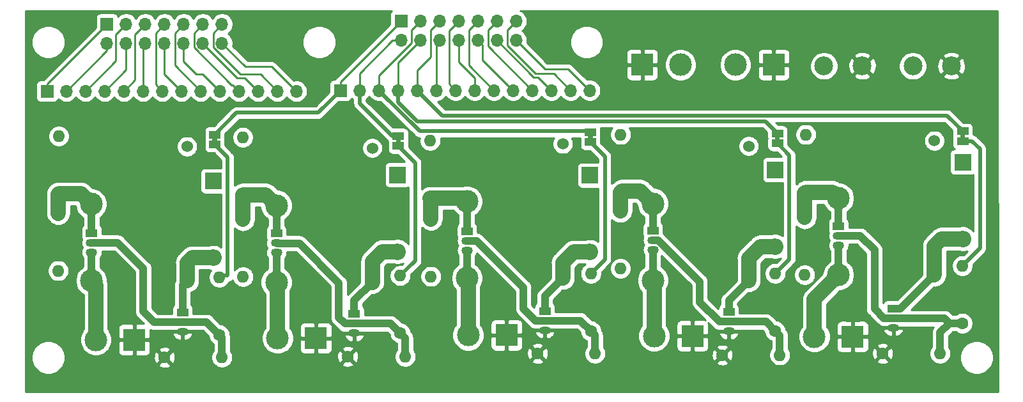
<source format=gbr>
%TF.GenerationSoftware,KiCad,Pcbnew,(5.1.9)-1*%
%TF.CreationDate,2023-03-23T17:51:48+02:00*%
%TF.ProjectId,jantteri-testrack-interface,6a616e74-7465-4726-992d-746573747261,rev?*%
%TF.SameCoordinates,Original*%
%TF.FileFunction,Copper,L1,Top*%
%TF.FilePolarity,Positive*%
%FSLAX46Y46*%
G04 Gerber Fmt 4.6, Leading zero omitted, Abs format (unit mm)*
G04 Created by KiCad (PCBNEW (5.1.9)-1) date 2023-03-23 17:51:48*
%MOMM*%
%LPD*%
G01*
G04 APERTURE LIST*
%TA.AperFunction,EtchedComponent*%
%ADD10C,0.100000*%
%TD*%
%TA.AperFunction,ComponentPad*%
%ADD11O,2.200000X2.200000*%
%TD*%
%TA.AperFunction,ComponentPad*%
%ADD12R,2.200000X2.200000*%
%TD*%
%TA.AperFunction,ComponentPad*%
%ADD13O,1.700000X1.700000*%
%TD*%
%TA.AperFunction,ComponentPad*%
%ADD14R,1.700000X1.700000*%
%TD*%
%TA.AperFunction,SMDPad,CuDef*%
%ADD15R,1.500000X1.000000*%
%TD*%
%TA.AperFunction,ComponentPad*%
%ADD16R,1.500000X1.050000*%
%TD*%
%TA.AperFunction,ComponentPad*%
%ADD17O,1.500000X1.050000*%
%TD*%
%TA.AperFunction,ComponentPad*%
%ADD18C,1.600000*%
%TD*%
%TA.AperFunction,ComponentPad*%
%ADD19O,1.600000X1.600000*%
%TD*%
%TA.AperFunction,ComponentPad*%
%ADD20C,1.524000*%
%TD*%
%TA.AperFunction,ComponentPad*%
%ADD21C,3.000000*%
%TD*%
%TA.AperFunction,ComponentPad*%
%ADD22C,2.500000*%
%TD*%
%TA.AperFunction,ComponentPad*%
%ADD23R,3.000000X3.000000*%
%TD*%
%TA.AperFunction,ViaPad*%
%ADD24C,0.800000*%
%TD*%
%TA.AperFunction,Conductor*%
%ADD25C,2.000000*%
%TD*%
%TA.AperFunction,Conductor*%
%ADD26C,1.000000*%
%TD*%
%TA.AperFunction,Conductor*%
%ADD27C,0.250000*%
%TD*%
%TA.AperFunction,Conductor*%
%ADD28C,0.500000*%
%TD*%
%TA.AperFunction,Conductor*%
%ADD29C,0.254000*%
%TD*%
%TA.AperFunction,Conductor*%
%ADD30C,0.100000*%
%TD*%
G04 APERTURE END LIST*
D10*
%TO.C,JP1*%
G36*
X100588800Y-87463200D02*
G01*
X100588800Y-86963200D01*
X101188800Y-86963200D01*
X101188800Y-87463200D01*
X100588800Y-87463200D01*
G37*
%TO.C,JP2*%
G36*
X124922000Y-87666400D02*
G01*
X124922000Y-87166400D01*
X125522000Y-87166400D01*
X125522000Y-87666400D01*
X124922000Y-87666400D01*
G37*
%TO.C,JP3*%
G36*
X150372800Y-87158400D02*
G01*
X150372800Y-86658400D01*
X150972800Y-86658400D01*
X150972800Y-87158400D01*
X150372800Y-87158400D01*
G37*
%TO.C,JP4*%
G36*
X175163200Y-87321200D02*
G01*
X175163200Y-86821200D01*
X175763200Y-86821200D01*
X175763200Y-87321200D01*
X175163200Y-87321200D01*
G37*
%TO.C,JP5*%
G36*
X199699600Y-87026800D02*
G01*
X199699600Y-86526800D01*
X200299600Y-86526800D01*
X200299600Y-87026800D01*
X199699600Y-87026800D01*
G37*
%TD*%
D11*
%TO.P,D1,2*%
%TO.N,Net-(D1-Pad2)*%
X100685600Y-102870000D03*
D12*
%TO.P,D1,1*%
%TO.N,+5V*%
X100685600Y-92710000D03*
%TD*%
%TO.P,D2,1*%
%TO.N,+5V*%
X125120400Y-91897200D03*
D11*
%TO.P,D2,2*%
%TO.N,Net-(D2-Pad2)*%
X125120400Y-102057200D03*
%TD*%
D12*
%TO.P,D3,1*%
%TO.N,+5V*%
X150622000Y-91948000D03*
D11*
%TO.P,D3,2*%
%TO.N,Net-(D3-Pad2)*%
X150622000Y-102108000D03*
%TD*%
D12*
%TO.P,D4,1*%
%TO.N,+5V*%
X199999600Y-90220800D03*
D11*
%TO.P,D4,2*%
%TO.N,Net-(D4-Pad2)*%
X199999600Y-100380800D03*
%TD*%
%TO.P,D5,2*%
%TO.N,Net-(D5-Pad2)*%
X175158400Y-101396800D03*
D12*
%TO.P,D5,1*%
%TO.N,+5V*%
X175158400Y-91236800D03*
%TD*%
D13*
%TO.P,J1,14*%
%TO.N,/sigA14*%
X140817600Y-74066400D03*
%TO.P,J1,13*%
%TO.N,/sigA13*%
X140817600Y-71526400D03*
%TO.P,J1,12*%
%TO.N,/sigA12*%
X138277600Y-74066400D03*
%TO.P,J1,11*%
%TO.N,/sigA11*%
X138277600Y-71526400D03*
%TO.P,J1,10*%
%TO.N,/sigA10*%
X135737600Y-74066400D03*
%TO.P,J1,9*%
%TO.N,/sigA9*%
X135737600Y-71526400D03*
%TO.P,J1,8*%
%TO.N,/sigA8*%
X133197600Y-74066400D03*
%TO.P,J1,7*%
%TO.N,/sigA7*%
X133197600Y-71526400D03*
%TO.P,J1,6*%
%TO.N,/sigA6*%
X130657600Y-74066400D03*
%TO.P,J1,5*%
%TO.N,/sigA5*%
X130657600Y-71526400D03*
%TO.P,J1,4*%
%TO.N,/sigA4*%
X128117600Y-74066400D03*
%TO.P,J1,3*%
%TO.N,/sigA3*%
X128117600Y-71526400D03*
%TO.P,J1,2*%
%TO.N,/sigA2*%
X125577600Y-74066400D03*
D14*
%TO.P,J1,1*%
%TO.N,/sigA1*%
X125577600Y-71526400D03*
%TD*%
%TO.P,J2,1*%
%TO.N,/sigA1*%
X117551200Y-80721200D03*
D13*
%TO.P,J2,2*%
%TO.N,/sigA2*%
X120091200Y-80721200D03*
%TO.P,J2,3*%
%TO.N,/sigA3*%
X122631200Y-80721200D03*
%TO.P,J2,4*%
%TO.N,/sigA4*%
X125171200Y-80721200D03*
%TO.P,J2,5*%
%TO.N,/sigA5*%
X127711200Y-80721200D03*
%TO.P,J2,6*%
%TO.N,/sigA6*%
X130251200Y-80721200D03*
%TO.P,J2,7*%
%TO.N,/sigA7*%
X132791200Y-80721200D03*
%TO.P,J2,8*%
%TO.N,/sigA8*%
X135331200Y-80721200D03*
%TO.P,J2,9*%
%TO.N,/sigA9*%
X137871200Y-80721200D03*
%TO.P,J2,10*%
%TO.N,/sigA10*%
X140411200Y-80721200D03*
%TO.P,J2,11*%
%TO.N,/sigA11*%
X142951200Y-80721200D03*
%TO.P,J2,12*%
%TO.N,/sigA12*%
X145491200Y-80721200D03*
%TO.P,J2,13*%
%TO.N,/sigA13*%
X148031200Y-80721200D03*
%TO.P,J2,14*%
%TO.N,/sigA14*%
X150571200Y-80721200D03*
%TD*%
D14*
%TO.P,J3,1*%
%TO.N,/sigB1*%
X86614000Y-71932800D03*
D13*
%TO.P,J3,2*%
%TO.N,/sigB2*%
X86614000Y-74472800D03*
%TO.P,J3,3*%
%TO.N,/sigB3*%
X89154000Y-71932800D03*
%TO.P,J3,4*%
%TO.N,/sigB4*%
X89154000Y-74472800D03*
%TO.P,J3,5*%
%TO.N,/sigB5*%
X91694000Y-71932800D03*
%TO.P,J3,6*%
%TO.N,/sigB6*%
X91694000Y-74472800D03*
%TO.P,J3,7*%
%TO.N,/sigB7*%
X94234000Y-71932800D03*
%TO.P,J3,8*%
%TO.N,/sigB8*%
X94234000Y-74472800D03*
%TO.P,J3,9*%
%TO.N,/sigB9*%
X96774000Y-71932800D03*
%TO.P,J3,10*%
%TO.N,/sigB10*%
X96774000Y-74472800D03*
%TO.P,J3,11*%
%TO.N,/sigB11*%
X99314000Y-71932800D03*
%TO.P,J3,12*%
%TO.N,/sigB12*%
X99314000Y-74472800D03*
%TO.P,J3,13*%
%TO.N,/sigB13*%
X101854000Y-71932800D03*
%TO.P,J3,14*%
%TO.N,/sigB14*%
X101854000Y-74472800D03*
%TD*%
%TO.P,J5,14*%
%TO.N,/sigB14*%
X111709200Y-80822800D03*
%TO.P,J5,13*%
%TO.N,/sigB13*%
X109169200Y-80822800D03*
%TO.P,J5,12*%
%TO.N,/sigB12*%
X106629200Y-80822800D03*
%TO.P,J5,11*%
%TO.N,/sigB11*%
X104089200Y-80822800D03*
%TO.P,J5,10*%
%TO.N,/sigB10*%
X101549200Y-80822800D03*
%TO.P,J5,9*%
%TO.N,/sigB9*%
X99009200Y-80822800D03*
%TO.P,J5,8*%
%TO.N,/sigB8*%
X96469200Y-80822800D03*
%TO.P,J5,7*%
%TO.N,/sigB7*%
X93929200Y-80822800D03*
%TO.P,J5,6*%
%TO.N,/sigB6*%
X91389200Y-80822800D03*
%TO.P,J5,5*%
%TO.N,/sigB5*%
X88849200Y-80822800D03*
%TO.P,J5,4*%
%TO.N,/sigB4*%
X86309200Y-80822800D03*
%TO.P,J5,3*%
%TO.N,/sigB3*%
X83769200Y-80822800D03*
%TO.P,J5,2*%
%TO.N,/sigB2*%
X81229200Y-80822800D03*
D14*
%TO.P,J5,1*%
%TO.N,/sigB1*%
X78689200Y-80822800D03*
%TD*%
D15*
%TO.P,JP1,1*%
%TO.N,/RELAY1_CTRL*%
X100888800Y-87863200D03*
%TO.P,JP1,2*%
%TO.N,/sigA1*%
X100888800Y-86563200D03*
%TD*%
%TO.P,JP2,2*%
%TO.N,/sigA2*%
X125222000Y-86766400D03*
%TO.P,JP2,1*%
%TO.N,/RELAY2_CTRL*%
X125222000Y-88066400D03*
%TD*%
%TO.P,JP3,1*%
%TO.N,/RELAY3_CTRL*%
X150672800Y-87558400D03*
%TO.P,JP3,2*%
%TO.N,/sigA3*%
X150672800Y-86258400D03*
%TD*%
%TO.P,JP4,2*%
%TO.N,/sigA4*%
X175463200Y-86421200D03*
%TO.P,JP4,1*%
%TO.N,/RELAY4_CTRL*%
X175463200Y-87721200D03*
%TD*%
%TO.P,JP5,1*%
%TO.N,/RELAY5_CTRL*%
X199999600Y-87426800D03*
%TO.P,JP5,2*%
%TO.N,/sigA5*%
X199999600Y-86126800D03*
%TD*%
D16*
%TO.P,Q1,1*%
%TO.N,Net-(D1-Pad2)*%
X96621600Y-110134400D03*
D17*
%TO.P,Q1,3*%
%TO.N,GND*%
X96621600Y-112674400D03*
%TO.P,Q1,2*%
%TO.N,Net-(Q1-Pad2)*%
X96621600Y-111404400D03*
%TD*%
%TO.P,Q2,2*%
%TO.N,Net-(Q2-Pad2)*%
X119380000Y-111607600D03*
%TO.P,Q2,3*%
%TO.N,GND*%
X119380000Y-112877600D03*
D16*
%TO.P,Q2,1*%
%TO.N,Net-(D2-Pad2)*%
X119380000Y-110337600D03*
%TD*%
D17*
%TO.P,Q3,2*%
%TO.N,Net-(Q3-Pad2)*%
X144627600Y-111201200D03*
%TO.P,Q3,3*%
%TO.N,GND*%
X144627600Y-112471200D03*
D16*
%TO.P,Q3,1*%
%TO.N,Net-(D3-Pad2)*%
X144627600Y-109931200D03*
%TD*%
%TO.P,Q4,1*%
%TO.N,Net-(D4-Pad2)*%
X190804800Y-109626400D03*
D17*
%TO.P,Q4,3*%
%TO.N,GND*%
X190804800Y-112166400D03*
%TO.P,Q4,2*%
%TO.N,Net-(Q4-Pad2)*%
X190804800Y-110896400D03*
%TD*%
%TO.P,Q5,2*%
%TO.N,Net-(Q10-Pad2)*%
X169011600Y-111353600D03*
%TO.P,Q5,3*%
%TO.N,GND*%
X169011600Y-112623600D03*
D16*
%TO.P,Q5,1*%
%TO.N,Net-(D5-Pad2)*%
X169011600Y-110083600D03*
%TD*%
D18*
%TO.P,R1,1*%
%TO.N,Net-(Q6-Pad1)*%
X80162400Y-96977200D03*
D19*
%TO.P,R1,2*%
%TO.N,+12V*%
X80162400Y-104597200D03*
%TD*%
%TO.P,R2,2*%
%TO.N,+5V*%
X80213200Y-86766400D03*
D18*
%TO.P,R2,1*%
%TO.N,Net-(Q6-Pad1)*%
X80213200Y-94386400D03*
%TD*%
D19*
%TO.P,R3,2*%
%TO.N,+12V*%
X104648000Y-105410000D03*
D18*
%TO.P,R3,1*%
%TO.N,Net-(Q7-Pad1)*%
X104648000Y-97790000D03*
%TD*%
%TO.P,R4,1*%
%TO.N,Net-(Q7-Pad1)*%
X104597200Y-94538800D03*
D19*
%TO.P,R4,2*%
%TO.N,+5V*%
X104597200Y-86918800D03*
%TD*%
D18*
%TO.P,R5,1*%
%TO.N,Net-(Q8-Pad1)*%
X129540000Y-97739200D03*
D19*
%TO.P,R5,2*%
%TO.N,+12V*%
X129540000Y-105359200D03*
%TD*%
%TO.P,R6,2*%
%TO.N,+5V*%
X129438400Y-87376000D03*
D18*
%TO.P,R6,1*%
%TO.N,Net-(Q8-Pad1)*%
X129438400Y-94996000D03*
%TD*%
%TO.P,R10,1*%
%TO.N,Net-(Q1-Pad2)*%
X101498400Y-113080800D03*
D19*
%TO.P,R10,2*%
%TO.N,/RELAY1_CTRL*%
X101498400Y-105460800D03*
%TD*%
D18*
%TO.P,R11,1*%
%TO.N,Net-(Q2-Pad2)*%
X125476000Y-112877600D03*
D19*
%TO.P,R11,2*%
%TO.N,/RELAY2_CTRL*%
X125476000Y-105257600D03*
%TD*%
%TO.P,R12,2*%
%TO.N,/RELAY3_CTRL*%
X150723600Y-104952800D03*
D18*
%TO.P,R12,1*%
%TO.N,Net-(Q3-Pad2)*%
X150723600Y-112572800D03*
%TD*%
%TO.P,R13,1*%
%TO.N,GND*%
X94234000Y-116078000D03*
D19*
%TO.P,R13,2*%
%TO.N,Net-(Q1-Pad2)*%
X101854000Y-116078000D03*
%TD*%
%TO.P,R14,2*%
%TO.N,Net-(Q2-Pad2)*%
X126136400Y-115976400D03*
D18*
%TO.P,R14,1*%
%TO.N,GND*%
X118516400Y-115976400D03*
%TD*%
%TO.P,R15,1*%
%TO.N,GND*%
X143662400Y-115570000D03*
D19*
%TO.P,R15,2*%
%TO.N,Net-(Q3-Pad2)*%
X151282400Y-115570000D03*
%TD*%
D18*
%TO.P,R16,1*%
%TO.N,Net-(Q9-Pad1)*%
X179070000Y-97536000D03*
D19*
%TO.P,R16,2*%
%TO.N,+12V*%
X179070000Y-105156000D03*
%TD*%
D18*
%TO.P,R17,1*%
%TO.N,Net-(Q9-Pad1)*%
X179222400Y-94183200D03*
D19*
%TO.P,R17,2*%
%TO.N,+5V*%
X179222400Y-86563200D03*
%TD*%
D18*
%TO.P,R18,1*%
%TO.N,Net-(Q10-Pad1)*%
X154635200Y-96672400D03*
D19*
%TO.P,R18,2*%
%TO.N,+12V*%
X154635200Y-104292400D03*
%TD*%
%TO.P,R19,2*%
%TO.N,+5V*%
X154686000Y-86563200D03*
D18*
%TO.P,R19,1*%
%TO.N,Net-(Q10-Pad1)*%
X154686000Y-94183200D03*
%TD*%
D19*
%TO.P,R22,2*%
%TO.N,/RELAY5_CTRL*%
X199948800Y-103936800D03*
D18*
%TO.P,R22,1*%
%TO.N,Net-(Q4-Pad2)*%
X199948800Y-111556800D03*
%TD*%
D19*
%TO.P,R23,2*%
%TO.N,/RELAY4_CTRL*%
X175158400Y-104952800D03*
D18*
%TO.P,R23,1*%
%TO.N,Net-(Q10-Pad2)*%
X175158400Y-112572800D03*
%TD*%
%TO.P,R24,1*%
%TO.N,GND*%
X189382400Y-115570000D03*
D19*
%TO.P,R24,2*%
%TO.N,Net-(Q4-Pad2)*%
X197002400Y-115570000D03*
%TD*%
D18*
%TO.P,R25,1*%
%TO.N,GND*%
X168148000Y-115773200D03*
D19*
%TO.P,R25,2*%
%TO.N,Net-(Q10-Pad2)*%
X175768000Y-115773200D03*
%TD*%
D20*
%TO.P,U1,1*%
%TO.N,Net-(D1-Pad2)*%
X97231200Y-105918000D03*
%TO.P,U1,2*%
%TO.N,+5V*%
X97231200Y-88138000D03*
D21*
%TO.P,U1,3*%
%TO.N,Net-(Q6-Pad1)*%
X84531200Y-95758000D03*
%TO.P,U1,4*%
%TO.N,Net-(J7-Pad2)*%
X84531200Y-105918000D03*
%TD*%
%TO.P,U2,4*%
%TO.N,Net-(J8-Pad2)*%
X109067600Y-106121200D03*
%TO.P,U2,3*%
%TO.N,Net-(Q7-Pad1)*%
X109067600Y-95961200D03*
D20*
%TO.P,U2,2*%
%TO.N,+5V*%
X121767600Y-88341200D03*
%TO.P,U2,1*%
%TO.N,Net-(D2-Pad2)*%
X121767600Y-106121200D03*
%TD*%
D21*
%TO.P,U3,4*%
%TO.N,Net-(J9-Pad2)*%
X134315200Y-105562400D03*
%TO.P,U3,3*%
%TO.N,Net-(Q8-Pad1)*%
X134315200Y-95402400D03*
D20*
%TO.P,U3,2*%
%TO.N,+5V*%
X147015200Y-87782400D03*
%TO.P,U3,1*%
%TO.N,Net-(D3-Pad2)*%
X147015200Y-105562400D03*
%TD*%
%TO.P,U4,1*%
%TO.N,Net-(D4-Pad2)*%
X196240400Y-105156000D03*
%TO.P,U4,2*%
%TO.N,+5V*%
X196240400Y-87376000D03*
D21*
%TO.P,U4,3*%
%TO.N,Net-(Q9-Pad1)*%
X183540400Y-94996000D03*
%TO.P,U4,4*%
%TO.N,Net-(J10-Pad2)*%
X183540400Y-105156000D03*
%TD*%
D20*
%TO.P,U5,1*%
%TO.N,Net-(D5-Pad2)*%
X171653200Y-105867200D03*
%TO.P,U5,2*%
%TO.N,+5V*%
X171653200Y-88087200D03*
D21*
%TO.P,U5,3*%
%TO.N,Net-(Q10-Pad1)*%
X158953200Y-95707200D03*
%TO.P,U5,4*%
%TO.N,Net-(J11-Pad2)*%
X158953200Y-105867200D03*
%TD*%
D22*
%TO.P,J4,1*%
%TO.N,+12V*%
X181610000Y-77470000D03*
%TO.P,J4,2*%
%TO.N,GND*%
X186690000Y-77470000D03*
%TD*%
%TO.P,J6,2*%
%TO.N,GND*%
X198475600Y-77470000D03*
%TO.P,J6,1*%
%TO.N,+5V*%
X193395600Y-77470000D03*
%TD*%
D21*
%TO.P,J7,2*%
%TO.N,Net-(J7-Pad2)*%
X85140800Y-113741200D03*
D23*
%TO.P,J7,1*%
%TO.N,GND*%
X90220800Y-113741200D03*
%TD*%
%TO.P,J8,1*%
%TO.N,GND*%
X114300000Y-113538000D03*
D21*
%TO.P,J8,2*%
%TO.N,Net-(J8-Pad2)*%
X109220000Y-113538000D03*
%TD*%
D23*
%TO.P,J9,1*%
%TO.N,GND*%
X139547600Y-113131600D03*
D21*
%TO.P,J9,2*%
%TO.N,Net-(J9-Pad2)*%
X134467600Y-113131600D03*
%TD*%
D23*
%TO.P,J10,1*%
%TO.N,GND*%
X185420000Y-113334800D03*
D21*
%TO.P,J10,2*%
%TO.N,Net-(J10-Pad2)*%
X180340000Y-113334800D03*
%TD*%
%TO.P,J11,2*%
%TO.N,Net-(J11-Pad2)*%
X159105600Y-113233200D03*
D23*
%TO.P,J11,1*%
%TO.N,GND*%
X164185600Y-113233200D03*
%TD*%
D21*
%TO.P,J12,2*%
%TO.N,+12V*%
X169875200Y-77317600D03*
D23*
%TO.P,J12,1*%
%TO.N,GND*%
X174955200Y-77317600D03*
%TD*%
%TO.P,J13,1*%
%TO.N,GND*%
X157530800Y-77317600D03*
D21*
%TO.P,J13,2*%
%TO.N,+5V*%
X162610800Y-77317600D03*
%TD*%
D16*
%TO.P,Q6,1*%
%TO.N,Net-(Q6-Pad1)*%
X84582000Y-99618800D03*
D17*
%TO.P,Q6,3*%
%TO.N,Net-(J7-Pad2)*%
X84582000Y-102158800D03*
%TO.P,Q6,2*%
%TO.N,Net-(Q1-Pad2)*%
X84582000Y-100888800D03*
%TD*%
D16*
%TO.P,Q7,1*%
%TO.N,Net-(Q7-Pad1)*%
X109067600Y-99669600D03*
D17*
%TO.P,Q7,3*%
%TO.N,Net-(J8-Pad2)*%
X109067600Y-102209600D03*
%TO.P,Q7,2*%
%TO.N,Net-(Q2-Pad2)*%
X109067600Y-100939600D03*
%TD*%
%TO.P,Q8,2*%
%TO.N,Net-(Q3-Pad2)*%
X134315200Y-100634800D03*
%TO.P,Q8,3*%
%TO.N,Net-(J9-Pad2)*%
X134315200Y-101904800D03*
D16*
%TO.P,Q8,1*%
%TO.N,Net-(Q8-Pad1)*%
X134315200Y-99364800D03*
%TD*%
D17*
%TO.P,Q9,2*%
%TO.N,Net-(Q4-Pad2)*%
X183540400Y-99974400D03*
%TO.P,Q9,3*%
%TO.N,Net-(J10-Pad2)*%
X183540400Y-101244400D03*
D16*
%TO.P,Q9,1*%
%TO.N,Net-(Q9-Pad1)*%
X183540400Y-98704400D03*
%TD*%
D17*
%TO.P,Q10,2*%
%TO.N,Net-(Q10-Pad2)*%
X158953200Y-100533200D03*
%TO.P,Q10,3*%
%TO.N,Net-(J11-Pad2)*%
X158953200Y-101803200D03*
D16*
%TO.P,Q10,1*%
%TO.N,Net-(Q10-Pad1)*%
X158953200Y-99263200D03*
%TD*%
D24*
%TO.N,GND*%
X136702800Y-89814400D03*
X144983200Y-94234000D03*
X141935200Y-101447600D03*
X116789200Y-100787200D03*
X121208800Y-94640400D03*
X113284000Y-89001600D03*
X164541200Y-89966800D03*
X170129200Y-96621600D03*
X165811200Y-102108000D03*
X187096400Y-88747600D03*
X195427600Y-95402400D03*
X191617600Y-101854000D03*
X89306400Y-89814400D03*
X96520000Y-96723200D03*
X92252800Y-100787200D03*
X108610400Y-72644000D03*
X120396000Y-71983600D03*
X81889600Y-71526400D03*
X77216000Y-77470000D03*
X146202400Y-72288400D03*
X152755600Y-77063600D03*
X153924000Y-71882000D03*
X203301600Y-111912400D03*
X198882000Y-118872000D03*
X84023200Y-117856000D03*
X78232000Y-110693200D03*
%TD*%
D25*
%TO.N,Net-(D1-Pad2)*%
X97231200Y-105918000D02*
X97231200Y-103530400D01*
X97891600Y-102870000D02*
X100685600Y-102870000D01*
X97231200Y-103530400D02*
X97891600Y-102870000D01*
D26*
X96621600Y-106527600D02*
X97231200Y-105918000D01*
X96621600Y-110134400D02*
X96621600Y-106527600D01*
D25*
%TO.N,Net-(D2-Pad2)*%
X121767600Y-106121200D02*
X121767600Y-103327200D01*
X123037600Y-102057200D02*
X125120400Y-102057200D01*
X121767600Y-103327200D02*
X123037600Y-102057200D01*
D26*
X119380000Y-108508800D02*
X121767600Y-106121200D01*
X119380000Y-110337600D02*
X119380000Y-108508800D01*
D25*
%TO.N,Net-(D3-Pad2)*%
X147015200Y-105562400D02*
X147015200Y-103530400D01*
X148437600Y-102108000D02*
X150622000Y-102108000D01*
X147015200Y-103530400D02*
X148437600Y-102108000D01*
D26*
X144627600Y-107950000D02*
X147015200Y-105562400D01*
X144627600Y-109931200D02*
X144627600Y-107950000D01*
D25*
%TO.N,Net-(D4-Pad2)*%
X196240400Y-105156000D02*
X196240400Y-101295200D01*
X197154800Y-100380800D02*
X199999600Y-100380800D01*
X196240400Y-101295200D02*
X197154800Y-100380800D01*
D26*
X191770000Y-109626400D02*
X196240400Y-105156000D01*
X190804800Y-109626400D02*
X191770000Y-109626400D01*
D25*
%TO.N,Net-(D5-Pad2)*%
X171653200Y-105867200D02*
X171653200Y-102920800D01*
X173177200Y-101396800D02*
X175158400Y-101396800D01*
X171653200Y-102920800D02*
X173177200Y-101396800D01*
D26*
X169011600Y-108508800D02*
X171653200Y-105867200D01*
X169011600Y-110083600D02*
X169011600Y-108508800D01*
D27*
%TO.N,/sigA14*%
X150571200Y-80721200D02*
X147726400Y-77876400D01*
X144627600Y-77876400D02*
X140817600Y-74066400D01*
X147726400Y-77876400D02*
X144627600Y-77876400D01*
%TO.N,/sigA13*%
X139642599Y-72701401D02*
X140817600Y-71526400D01*
X139642599Y-74770999D02*
X139642599Y-72701401D01*
X143364790Y-78493190D02*
X139642599Y-74770999D01*
X145803190Y-78493190D02*
X143364790Y-78493190D01*
X148031200Y-80721200D02*
X145803190Y-78493190D01*
%TO.N,/sigA12*%
X145491200Y-80721200D02*
X143713200Y-78943200D01*
X143154400Y-78943200D02*
X138277600Y-74066400D01*
X143713200Y-78943200D02*
X143154400Y-78943200D01*
%TO.N,/sigA11*%
X137102599Y-72701401D02*
X138277600Y-71526400D01*
X137102599Y-74872599D02*
X137102599Y-72701401D01*
X142951200Y-80721200D02*
X137102599Y-74872599D01*
%TO.N,/sigA10*%
X140411200Y-80721200D02*
X136347200Y-76657200D01*
X136347200Y-74676000D02*
X135737600Y-74066400D01*
X136347200Y-76657200D02*
X136347200Y-74676000D01*
%TO.N,/sigA9*%
X134562599Y-72701401D02*
X135737600Y-71526400D01*
X134562599Y-77412599D02*
X134562599Y-72701401D01*
X137871200Y-80721200D02*
X134562599Y-77412599D01*
%TO.N,/sigA8*%
X135331200Y-80721200D02*
X135331200Y-79044800D01*
X133197600Y-76911200D02*
X133197600Y-74066400D01*
X135331200Y-79044800D02*
X133197600Y-76911200D01*
%TO.N,/sigA7*%
X131941201Y-72782799D02*
X133197600Y-71526400D01*
X131941201Y-79871201D02*
X131941201Y-72782799D01*
X132791200Y-80721200D02*
X131941201Y-79871201D01*
%TO.N,/sigA6*%
X130251200Y-74472800D02*
X130657600Y-74066400D01*
X130251200Y-80721200D02*
X130251200Y-74472800D01*
D28*
%TO.N,/sigA5*%
X199999600Y-86126800D02*
X197946800Y-84074000D01*
X131064000Y-84074000D02*
X127711200Y-80721200D01*
X197946800Y-84074000D02*
X131064000Y-84074000D01*
D27*
X127711200Y-80721200D02*
X127711200Y-78028800D01*
X129482599Y-72701401D02*
X130657600Y-71526400D01*
X129482599Y-76257401D02*
X129482599Y-72701401D01*
X127711200Y-78028800D02*
X129482599Y-76257401D01*
D28*
%TO.N,/sigA4*%
X125171200Y-80721200D02*
X125171200Y-82271238D01*
X125171200Y-82271238D02*
X127685162Y-84785200D01*
X173827200Y-84785200D02*
X175463200Y-86421200D01*
X127685162Y-84785200D02*
X173827200Y-84785200D01*
D27*
X125171200Y-77012800D02*
X128117600Y-74066400D01*
X125171200Y-80721200D02*
X125171200Y-77012800D01*
D28*
%TO.N,/sigA3*%
X128035999Y-86125999D02*
X122631200Y-80721200D01*
X150540399Y-86125999D02*
X128035999Y-86125999D01*
X150672800Y-86258400D02*
X150540399Y-86125999D01*
D27*
X122631200Y-80721200D02*
X122631200Y-78689200D01*
X126942599Y-72701401D02*
X128117600Y-71526400D01*
X126942599Y-74377801D02*
X126942599Y-72701401D01*
X122631200Y-78689200D02*
X126942599Y-74377801D01*
D28*
%TO.N,/sigA2*%
X125222000Y-86766400D02*
X124409200Y-86766400D01*
X120091200Y-82448400D02*
X120091200Y-80721200D01*
X124409200Y-86766400D02*
X120091200Y-82448400D01*
D27*
X120091200Y-80721200D02*
X120091200Y-78435200D01*
X124460000Y-74066400D02*
X125577600Y-74066400D01*
X120091200Y-78435200D02*
X124460000Y-74066400D01*
D28*
%TO.N,/sigA1*%
X100888800Y-86563200D02*
X103784400Y-83667600D01*
X114604800Y-83667600D02*
X117551200Y-80721200D01*
X103784400Y-83667600D02*
X114604800Y-83667600D01*
D27*
X117551200Y-79552800D02*
X125577600Y-71526400D01*
X117551200Y-80721200D02*
X117551200Y-79552800D01*
%TO.N,/sigB1*%
X78689200Y-79857600D02*
X86614000Y-71932800D01*
X78689200Y-80822800D02*
X78689200Y-79857600D01*
%TO.N,/sigB2*%
X86614000Y-75438000D02*
X86614000Y-74472800D01*
X81229200Y-80822800D02*
X86614000Y-75438000D01*
%TO.N,/sigB3*%
X87789001Y-73297799D02*
X89154000Y-71932800D01*
X87789001Y-76802999D02*
X87789001Y-73297799D01*
X83769200Y-80822800D02*
X87789001Y-76802999D01*
%TO.N,/sigB4*%
X89154000Y-77978000D02*
X89154000Y-74472800D01*
X86309200Y-80822800D02*
X89154000Y-77978000D01*
%TO.N,/sigB5*%
X90329001Y-73297799D02*
X91694000Y-71932800D01*
X90329001Y-79342999D02*
X90329001Y-73297799D01*
X88849200Y-80822800D02*
X90329001Y-79342999D01*
%TO.N,/sigB6*%
X91389200Y-74777600D02*
X91694000Y-74472800D01*
X91389200Y-80822800D02*
X91389200Y-74777600D01*
%TO.N,/sigB7*%
X93058999Y-73107801D02*
X94234000Y-71932800D01*
X93058999Y-79952599D02*
X93058999Y-73107801D01*
X93929200Y-80822800D02*
X93058999Y-79952599D01*
%TO.N,/sigB8*%
X96469200Y-80822800D02*
X94234000Y-78587600D01*
X94234000Y-78587600D02*
X94234000Y-74472800D01*
%TO.N,/sigB9*%
X95598999Y-77412599D02*
X95598999Y-73107801D01*
X95598999Y-73107801D02*
X96774000Y-71932800D01*
X99009200Y-80822800D02*
X95598999Y-77412599D01*
%TO.N,/sigB10*%
X101549200Y-80822800D02*
X99263200Y-78536800D01*
X99263200Y-78536800D02*
X98450400Y-78536800D01*
X96774000Y-76860400D02*
X96774000Y-74472800D01*
X98450400Y-78536800D02*
X96774000Y-76860400D01*
%TO.N,/sigB11*%
X98138999Y-73107801D02*
X99314000Y-71932800D01*
X98138999Y-75036801D02*
X98138999Y-73107801D01*
X103074999Y-79972801D02*
X98138999Y-75036801D01*
X103239201Y-79972801D02*
X103074999Y-79972801D01*
X104089200Y-80822800D02*
X103239201Y-79972801D01*
%TO.N,/sigB12*%
X106629200Y-80822800D02*
X104851200Y-79044800D01*
X103886000Y-79044800D02*
X99314000Y-74472800D01*
X104851200Y-79044800D02*
X103886000Y-79044800D01*
%TO.N,/sigB13*%
X100678999Y-73107801D02*
X101854000Y-71932800D01*
X100678999Y-75036801D02*
X100678999Y-73107801D01*
X104236988Y-78594790D02*
X100678999Y-75036801D01*
X106941190Y-78594790D02*
X104236988Y-78594790D01*
X109169200Y-80822800D02*
X106941190Y-78594790D01*
%TO.N,/sigB14*%
X111709200Y-80822800D02*
X108458000Y-77571600D01*
X104952800Y-77571600D02*
X101854000Y-74472800D01*
X108458000Y-77571600D02*
X104952800Y-77571600D01*
D26*
%TO.N,Net-(J7-Pad2)*%
X84582000Y-105867200D02*
X84531200Y-105918000D01*
X84582000Y-102158800D02*
X84582000Y-105867200D01*
D25*
X85140800Y-106527600D02*
X84531200Y-105918000D01*
X85140800Y-113741200D02*
X85140800Y-106527600D01*
%TO.N,Net-(J8-Pad2)*%
X109220000Y-106273600D02*
X109067600Y-106121200D01*
X109220000Y-113538000D02*
X109220000Y-106273600D01*
D26*
X109067600Y-106121200D02*
X109067600Y-102209600D01*
D25*
%TO.N,Net-(J9-Pad2)*%
X134467600Y-105714800D02*
X134315200Y-105562400D01*
X134467600Y-113131600D02*
X134467600Y-105714800D01*
D26*
X134315200Y-101904800D02*
X134315200Y-105562400D01*
D25*
%TO.N,Net-(J10-Pad2)*%
X183591200Y-105206800D02*
X183540400Y-105156000D01*
D26*
X183540400Y-105156000D02*
X183540400Y-101244400D01*
D25*
X180340000Y-108356400D02*
X183540400Y-105156000D01*
X180340000Y-113334800D02*
X180340000Y-108356400D01*
%TO.N,Net-(J11-Pad2)*%
X159105600Y-106019600D02*
X158953200Y-105867200D01*
X159105600Y-113233200D02*
X159105600Y-106019600D01*
D26*
X158953200Y-105867200D02*
X158953200Y-101803200D01*
D28*
%TO.N,/RELAY1_CTRL*%
X102616000Y-89590400D02*
X100888800Y-87863200D01*
X102616000Y-105257600D02*
X102616000Y-89590400D01*
X101701600Y-105257600D02*
X101498400Y-105460800D01*
X102616000Y-105257600D02*
X101701600Y-105257600D01*
%TO.N,/RELAY2_CTRL*%
X125476000Y-105257600D02*
X127457200Y-103276400D01*
X127457200Y-90301600D02*
X125222000Y-88066400D01*
X127457200Y-103276400D02*
X127457200Y-90301600D01*
%TO.N,/RELAY3_CTRL*%
X150723600Y-104952800D02*
X152603200Y-103073200D01*
X152603200Y-89488800D02*
X150672800Y-87558400D01*
X152603200Y-103073200D02*
X152603200Y-89488800D01*
%TO.N,/RELAY4_CTRL*%
X175158400Y-104952800D02*
X177038000Y-103073200D01*
X177038000Y-89296000D02*
X175463200Y-87721200D01*
X177038000Y-103073200D02*
X177038000Y-89296000D01*
%TO.N,/RELAY5_CTRL*%
X199948800Y-103936800D02*
X202285600Y-101600000D01*
X202285600Y-88462800D02*
X201249600Y-87426800D01*
X201249600Y-87426800D02*
X199999600Y-87426800D01*
X202285600Y-101600000D02*
X202285600Y-88462800D01*
D26*
%TO.N,Net-(Q1-Pad2)*%
X84582000Y-100888800D02*
X88036400Y-100888800D01*
X88036400Y-100888800D02*
X91440000Y-104292400D01*
X91440000Y-104292400D02*
X91440000Y-109982000D01*
X92862400Y-111404400D02*
X96621600Y-111404400D01*
X91440000Y-109982000D02*
X92862400Y-111404400D01*
X99822000Y-111404400D02*
X96621600Y-111404400D01*
X101498400Y-113080800D02*
X99822000Y-111404400D01*
X101854000Y-113436400D02*
X101498400Y-113080800D01*
X101854000Y-116078000D02*
X101854000Y-113436400D01*
%TO.N,Net-(Q2-Pad2)*%
X124206000Y-111607600D02*
X125476000Y-112877600D01*
X119380000Y-111607600D02*
X124206000Y-111607600D01*
X125476000Y-112877600D02*
X125526800Y-112877600D01*
X126136400Y-113487200D02*
X126136400Y-115976400D01*
X125526800Y-112877600D02*
X126136400Y-113487200D01*
X109163390Y-100984590D02*
X112109790Y-100984590D01*
X109118400Y-100939600D02*
X109163390Y-100984590D01*
X109067600Y-100939600D02*
X109118400Y-100939600D01*
X112109790Y-100984590D02*
X117348000Y-106222800D01*
X118114998Y-111607600D02*
X119380000Y-111607600D01*
X117348000Y-110840602D02*
X118114998Y-111607600D01*
X117348000Y-106222800D02*
X117348000Y-110840602D01*
%TO.N,Net-(Q3-Pad2)*%
X149352000Y-111201200D02*
X150723600Y-112572800D01*
X144627600Y-111201200D02*
X149352000Y-111201200D01*
X151282400Y-113131600D02*
X150723600Y-112572800D01*
X151282400Y-115570000D02*
X151282400Y-113131600D01*
X143362598Y-111201200D02*
X144627600Y-111201200D01*
X141782800Y-109621402D02*
X143362598Y-111201200D01*
X141782800Y-106837398D02*
X141782800Y-109621402D01*
X135580202Y-100634800D02*
X141782800Y-106837398D01*
X134315200Y-100634800D02*
X135580202Y-100634800D01*
%TO.N,Net-(Q4-Pad2)*%
X199948800Y-111556800D02*
X198221600Y-111556800D01*
X197002400Y-112776000D02*
X197002400Y-115570000D01*
X198221600Y-111556800D02*
X197002400Y-112776000D01*
X190900590Y-110941390D02*
X197606190Y-110941390D01*
X197606190Y-110941390D02*
X198221600Y-111556800D01*
X190855600Y-110896400D02*
X190900590Y-110941390D01*
X190804800Y-110896400D02*
X190855600Y-110896400D01*
X186436000Y-99974400D02*
X183540400Y-99974400D01*
X188315600Y-101854000D02*
X186436000Y-99974400D01*
X188315600Y-109672202D02*
X188315600Y-101854000D01*
X189539798Y-110896400D02*
X188315600Y-109672202D01*
X190804800Y-110896400D02*
X189539798Y-110896400D01*
%TO.N,Net-(Q10-Pad2)*%
X173939200Y-111353600D02*
X175158400Y-112572800D01*
X169011600Y-111353600D02*
X173939200Y-111353600D01*
X175768000Y-113182400D02*
X175158400Y-112572800D01*
X175768000Y-115773200D02*
X175768000Y-113182400D01*
X159640625Y-100533200D02*
X165150800Y-106043375D01*
X158953200Y-100533200D02*
X159640625Y-100533200D01*
X167746598Y-111353600D02*
X169011600Y-111353600D01*
X165150800Y-108757802D02*
X167746598Y-111353600D01*
X165150800Y-106043375D02*
X165150800Y-108757802D01*
D25*
%TO.N,Net-(Q6-Pad1)*%
X83159600Y-94386400D02*
X84531200Y-95758000D01*
X80213200Y-94386400D02*
X83159600Y-94386400D01*
X80162400Y-94437200D02*
X80213200Y-94386400D01*
X80162400Y-96977200D02*
X80162400Y-94437200D01*
D26*
X84582000Y-95808800D02*
X84531200Y-95758000D01*
X84582000Y-99618800D02*
X84582000Y-95808800D01*
D25*
%TO.N,Net-(Q7-Pad1)*%
X107645200Y-94538800D02*
X109067600Y-95961200D01*
X104597200Y-94538800D02*
X107645200Y-94538800D01*
X104648000Y-94589600D02*
X104597200Y-94538800D01*
X104648000Y-97790000D02*
X104648000Y-94589600D01*
D26*
X109067600Y-99669600D02*
X109067600Y-95961200D01*
D25*
%TO.N,Net-(Q8-Pad1)*%
X133908800Y-94996000D02*
X134315200Y-95402400D01*
X129438400Y-94996000D02*
X133908800Y-94996000D01*
X129540000Y-95097600D02*
X129438400Y-94996000D01*
X129540000Y-97739200D02*
X129540000Y-95097600D01*
D26*
X134315200Y-99364800D02*
X134315200Y-95402400D01*
%TO.N,Net-(Q9-Pad1)*%
X183540400Y-98704400D02*
X183540400Y-94996000D01*
D25*
X179070000Y-94335600D02*
X179222400Y-94183200D01*
X179070000Y-97536000D02*
X179070000Y-94335600D01*
X182727600Y-94183200D02*
X183540400Y-94996000D01*
X179222400Y-94183200D02*
X182727600Y-94183200D01*
%TO.N,Net-(Q10-Pad1)*%
X154686000Y-96621600D02*
X154635200Y-96672400D01*
X154686000Y-94183200D02*
X154686000Y-96621600D01*
X158953200Y-95707200D02*
X157276800Y-94030800D01*
X154838400Y-94030800D02*
X154686000Y-94183200D01*
X157276800Y-94030800D02*
X154838400Y-94030800D01*
D26*
X158953200Y-99263200D02*
X158953200Y-95707200D01*
%TD*%
D29*
%TO.N,GND*%
X124276415Y-70225215D02*
X124197063Y-70321906D01*
X124138098Y-70432220D01*
X124101788Y-70551918D01*
X124089528Y-70676400D01*
X124089528Y-71939670D01*
X117040198Y-78989001D01*
X117011200Y-79012799D01*
X116987402Y-79041797D01*
X116987401Y-79041798D01*
X116916226Y-79128524D01*
X116860314Y-79233128D01*
X116701200Y-79233128D01*
X116576718Y-79245388D01*
X116457020Y-79281698D01*
X116346706Y-79340663D01*
X116250015Y-79420015D01*
X116170663Y-79516706D01*
X116111698Y-79627020D01*
X116075388Y-79746718D01*
X116063128Y-79871200D01*
X116063128Y-80957693D01*
X114238222Y-82782600D01*
X103827869Y-82782600D01*
X103784400Y-82778319D01*
X103740931Y-82782600D01*
X103740923Y-82782600D01*
X103610910Y-82795405D01*
X103444087Y-82846011D01*
X103342977Y-82900055D01*
X103290341Y-82928189D01*
X103189353Y-83011068D01*
X103189351Y-83011070D01*
X103155583Y-83038783D01*
X103127870Y-83072551D01*
X100775294Y-85425128D01*
X100138800Y-85425128D01*
X100014318Y-85437388D01*
X99894620Y-85473698D01*
X99784306Y-85532663D01*
X99687615Y-85612015D01*
X99608263Y-85708706D01*
X99549298Y-85819020D01*
X99512988Y-85938718D01*
X99500728Y-86063200D01*
X99500728Y-87063200D01*
X99512988Y-87187682D01*
X99520729Y-87213200D01*
X99512988Y-87238718D01*
X99500728Y-87363200D01*
X99500728Y-88363200D01*
X99512988Y-88487682D01*
X99549298Y-88607380D01*
X99608263Y-88717694D01*
X99687615Y-88814385D01*
X99784306Y-88893737D01*
X99894620Y-88952702D01*
X100014318Y-88989012D01*
X100138800Y-89001272D01*
X100775294Y-89001272D01*
X101731001Y-89956980D01*
X101731001Y-90971928D01*
X99585600Y-90971928D01*
X99461118Y-90984188D01*
X99341420Y-91020498D01*
X99231106Y-91079463D01*
X99134415Y-91158815D01*
X99055063Y-91255506D01*
X98996098Y-91365820D01*
X98959788Y-91485518D01*
X98947528Y-91610000D01*
X98947528Y-93810000D01*
X98959788Y-93934482D01*
X98996098Y-94054180D01*
X99055063Y-94164494D01*
X99134415Y-94261185D01*
X99231106Y-94340537D01*
X99341420Y-94399502D01*
X99461118Y-94435812D01*
X99585600Y-94448072D01*
X101731001Y-94448072D01*
X101731000Y-101481847D01*
X101507431Y-101332463D01*
X101191681Y-101201675D01*
X100856483Y-101135000D01*
X100514717Y-101135000D01*
X100179519Y-101201675D01*
X100099065Y-101235000D01*
X97971922Y-101235000D01*
X97891600Y-101227089D01*
X97571083Y-101258657D01*
X97319876Y-101334860D01*
X97262885Y-101352148D01*
X96978848Y-101503969D01*
X96729886Y-101708286D01*
X96678679Y-101770682D01*
X96131881Y-102317480D01*
X96069487Y-102368686D01*
X95970517Y-102489282D01*
X95865170Y-102617648D01*
X95713348Y-102901686D01*
X95619858Y-103209884D01*
X95588289Y-103530400D01*
X95596201Y-103610729D01*
X95596200Y-105998321D01*
X95599521Y-106032040D01*
X95567924Y-106091154D01*
X95503023Y-106305102D01*
X95481109Y-106527600D01*
X95486601Y-106583361D01*
X95486600Y-109103898D01*
X95420415Y-109158215D01*
X95341063Y-109254906D01*
X95282098Y-109365220D01*
X95245788Y-109484918D01*
X95233528Y-109609400D01*
X95233528Y-110269400D01*
X93332532Y-110269400D01*
X92575000Y-109511869D01*
X92575000Y-104348141D01*
X92580490Y-104292399D01*
X92575000Y-104236657D01*
X92575000Y-104236648D01*
X92558577Y-104069901D01*
X92493676Y-103855953D01*
X92388284Y-103658777D01*
X92246449Y-103485951D01*
X92203141Y-103450409D01*
X88878396Y-100125665D01*
X88842849Y-100082351D01*
X88670023Y-99940516D01*
X88472847Y-99835124D01*
X88258899Y-99770223D01*
X88092152Y-99753800D01*
X88092151Y-99753800D01*
X88036400Y-99748309D01*
X87980649Y-99753800D01*
X85970072Y-99753800D01*
X85970072Y-99093800D01*
X85957812Y-98969318D01*
X85921502Y-98849620D01*
X85862537Y-98739306D01*
X85783185Y-98642615D01*
X85717000Y-98588299D01*
X85717000Y-97533416D01*
X85892183Y-97416363D01*
X86189563Y-97118983D01*
X86423212Y-96769302D01*
X86584153Y-96380756D01*
X86666200Y-95968279D01*
X86666200Y-95547721D01*
X86584153Y-95135244D01*
X86423212Y-94746698D01*
X86189563Y-94397017D01*
X85892183Y-94099637D01*
X85542502Y-93865988D01*
X85153956Y-93705047D01*
X84741479Y-93623000D01*
X84708438Y-93623000D01*
X84372524Y-93287086D01*
X84321314Y-93224686D01*
X84072352Y-93020369D01*
X83788315Y-92868548D01*
X83480116Y-92775057D01*
X83239922Y-92751400D01*
X83239919Y-92751400D01*
X83159600Y-92743489D01*
X83079281Y-92751400D01*
X80293519Y-92751400D01*
X80213199Y-92743489D01*
X80132880Y-92751400D01*
X80132878Y-92751400D01*
X79892684Y-92775057D01*
X79584485Y-92868548D01*
X79300448Y-93020369D01*
X79051486Y-93224686D01*
X79028586Y-93252590D01*
X79000687Y-93275486D01*
X78824413Y-93490277D01*
X78796370Y-93524448D01*
X78644548Y-93808486D01*
X78551058Y-94116684D01*
X78519489Y-94437200D01*
X78527401Y-94517529D01*
X78527400Y-97057521D01*
X78551057Y-97297715D01*
X78644548Y-97605914D01*
X78796369Y-97889951D01*
X79000686Y-98138914D01*
X79249648Y-98343231D01*
X79533685Y-98495052D01*
X79841884Y-98588543D01*
X80162400Y-98620111D01*
X80482915Y-98588543D01*
X80791114Y-98495052D01*
X81075151Y-98343231D01*
X81324114Y-98138914D01*
X81528431Y-97889952D01*
X81680252Y-97605915D01*
X81773743Y-97297716D01*
X81797400Y-97057522D01*
X81797400Y-96021400D01*
X82406766Y-96021400D01*
X82478247Y-96380756D01*
X82639188Y-96769302D01*
X82872837Y-97118983D01*
X83170217Y-97416363D01*
X83447001Y-97601304D01*
X83447000Y-98588298D01*
X83380815Y-98642615D01*
X83301463Y-98739306D01*
X83242498Y-98849620D01*
X83206188Y-98969318D01*
X83193928Y-99093800D01*
X83193928Y-100143800D01*
X83206188Y-100268282D01*
X83242498Y-100387980D01*
X83277093Y-100452702D01*
X83213785Y-100661400D01*
X83191388Y-100888800D01*
X83213785Y-101116200D01*
X83280115Y-101334860D01*
X83381105Y-101523800D01*
X83280115Y-101712740D01*
X83213785Y-101931400D01*
X83191388Y-102158800D01*
X83213785Y-102386200D01*
X83280115Y-102604860D01*
X83387829Y-102806379D01*
X83447000Y-102878479D01*
X83447001Y-104074696D01*
X83170217Y-104259637D01*
X82872837Y-104557017D01*
X82639188Y-104906698D01*
X82478247Y-105295244D01*
X82396200Y-105707721D01*
X82396200Y-106128279D01*
X82478247Y-106540756D01*
X82639188Y-106929302D01*
X82872837Y-107278983D01*
X83170217Y-107576363D01*
X83505801Y-107800593D01*
X83505800Y-112356854D01*
X83482437Y-112380217D01*
X83248788Y-112729898D01*
X83087847Y-113118444D01*
X83005800Y-113530921D01*
X83005800Y-113951479D01*
X83087847Y-114363956D01*
X83248788Y-114752502D01*
X83482437Y-115102183D01*
X83779817Y-115399563D01*
X84129498Y-115633212D01*
X84518044Y-115794153D01*
X84930521Y-115876200D01*
X85351079Y-115876200D01*
X85763556Y-115794153D01*
X86152102Y-115633212D01*
X86501783Y-115399563D01*
X86660146Y-115241200D01*
X88082728Y-115241200D01*
X88094988Y-115365682D01*
X88131298Y-115485380D01*
X88190263Y-115595694D01*
X88269615Y-115692385D01*
X88366306Y-115771737D01*
X88476620Y-115830702D01*
X88596318Y-115867012D01*
X88720800Y-115879272D01*
X89935050Y-115876200D01*
X90093800Y-115717450D01*
X90093800Y-113868200D01*
X90347800Y-113868200D01*
X90347800Y-115717450D01*
X90506550Y-115876200D01*
X91720800Y-115879272D01*
X91845282Y-115867012D01*
X91964980Y-115830702D01*
X92075294Y-115771737D01*
X92171985Y-115692385D01*
X92251337Y-115595694D01*
X92310302Y-115485380D01*
X92346612Y-115365682D01*
X92358872Y-115241200D01*
X92358478Y-115085298D01*
X93420903Y-115085298D01*
X94234000Y-115898395D01*
X95047097Y-115085298D01*
X94975514Y-114841329D01*
X94720004Y-114720429D01*
X94445816Y-114651700D01*
X94163488Y-114637783D01*
X93883870Y-114679213D01*
X93617708Y-114774397D01*
X93492486Y-114841329D01*
X93420903Y-115085298D01*
X92358478Y-115085298D01*
X92355800Y-114026950D01*
X92197050Y-113868200D01*
X90347800Y-113868200D01*
X90093800Y-113868200D01*
X88244550Y-113868200D01*
X88085800Y-114026950D01*
X88082728Y-115241200D01*
X86660146Y-115241200D01*
X86799163Y-115102183D01*
X87032812Y-114752502D01*
X87193753Y-114363956D01*
X87275800Y-113951479D01*
X87275800Y-113530921D01*
X87193753Y-113118444D01*
X87032812Y-112729898D01*
X86799163Y-112380217D01*
X86775800Y-112356854D01*
X86775800Y-112241200D01*
X88082728Y-112241200D01*
X88085800Y-113455450D01*
X88244550Y-113614200D01*
X90093800Y-113614200D01*
X90093800Y-111764950D01*
X89935050Y-111606200D01*
X88720800Y-111603128D01*
X88596318Y-111615388D01*
X88476620Y-111651698D01*
X88366306Y-111710663D01*
X88269615Y-111790015D01*
X88190263Y-111886706D01*
X88131298Y-111997020D01*
X88094988Y-112116718D01*
X88082728Y-112241200D01*
X86775800Y-112241200D01*
X86775800Y-106607922D01*
X86783711Y-106527600D01*
X86752143Y-106207083D01*
X86688816Y-105998322D01*
X86666200Y-105923767D01*
X86666200Y-105707721D01*
X86584153Y-105295244D01*
X86423212Y-104906698D01*
X86189563Y-104557017D01*
X85892183Y-104259637D01*
X85717000Y-104142584D01*
X85717000Y-102878479D01*
X85776171Y-102806379D01*
X85883885Y-102604860D01*
X85950215Y-102386200D01*
X85972612Y-102158800D01*
X85959316Y-102023800D01*
X87566269Y-102023800D01*
X90305000Y-104762532D01*
X90305001Y-109926239D01*
X90299509Y-109982000D01*
X90321423Y-110204498D01*
X90386324Y-110418446D01*
X90408510Y-110459953D01*
X90491717Y-110615623D01*
X90633552Y-110788449D01*
X90676860Y-110823991D01*
X91456665Y-111603796D01*
X90506550Y-111606200D01*
X90347800Y-111764950D01*
X90347800Y-113614200D01*
X92197050Y-113614200D01*
X92355800Y-113455450D01*
X92357002Y-112980210D01*
X95277636Y-112980210D01*
X95286328Y-113041737D01*
X95379325Y-113251282D01*
X95511416Y-113438658D01*
X95677524Y-113596664D01*
X95871266Y-113719228D01*
X96085196Y-113801639D01*
X96311093Y-113840731D01*
X96494600Y-113680998D01*
X96494600Y-112801400D01*
X96748600Y-112801400D01*
X96748600Y-113680998D01*
X96932107Y-113840731D01*
X97158004Y-113801639D01*
X97371934Y-113719228D01*
X97565676Y-113596664D01*
X97731784Y-113438658D01*
X97863875Y-113251282D01*
X97956872Y-113041737D01*
X97965564Y-112980210D01*
X97839763Y-112801400D01*
X96748600Y-112801400D01*
X96494600Y-112801400D01*
X95403437Y-112801400D01*
X95277636Y-112980210D01*
X92357002Y-112980210D01*
X92358415Y-112421976D01*
X92425953Y-112458076D01*
X92639901Y-112522977D01*
X92806648Y-112539400D01*
X92806657Y-112539400D01*
X92862399Y-112544890D01*
X92918141Y-112539400D01*
X95397809Y-112539400D01*
X95403437Y-112547400D01*
X96168491Y-112547400D01*
X96169200Y-112547615D01*
X96339621Y-112564400D01*
X96903579Y-112564400D01*
X97074000Y-112547615D01*
X97074709Y-112547400D01*
X97839763Y-112547400D01*
X97845391Y-112539400D01*
X99351869Y-112539400D01*
X100070551Y-113258083D01*
X100118547Y-113499374D01*
X100226720Y-113760527D01*
X100383763Y-113995559D01*
X100583641Y-114195437D01*
X100719001Y-114285881D01*
X100719000Y-115193716D01*
X100582320Y-115398273D01*
X100474147Y-115659426D01*
X100419000Y-115936665D01*
X100419000Y-116219335D01*
X100474147Y-116496574D01*
X100582320Y-116757727D01*
X100739363Y-116992759D01*
X100939241Y-117192637D01*
X101174273Y-117349680D01*
X101435426Y-117457853D01*
X101712665Y-117513000D01*
X101995335Y-117513000D01*
X102272574Y-117457853D01*
X102533727Y-117349680D01*
X102768759Y-117192637D01*
X102968637Y-116992759D01*
X102984444Y-116969102D01*
X117703303Y-116969102D01*
X117774886Y-117213071D01*
X118030396Y-117333971D01*
X118304584Y-117402700D01*
X118586912Y-117416617D01*
X118866530Y-117375187D01*
X119132692Y-117280003D01*
X119257914Y-117213071D01*
X119329497Y-116969102D01*
X118516400Y-116156005D01*
X117703303Y-116969102D01*
X102984444Y-116969102D01*
X103125680Y-116757727D01*
X103233853Y-116496574D01*
X103289000Y-116219335D01*
X103289000Y-116046912D01*
X117076183Y-116046912D01*
X117117613Y-116326530D01*
X117212797Y-116592692D01*
X117279729Y-116717914D01*
X117523698Y-116789497D01*
X118336795Y-115976400D01*
X118696005Y-115976400D01*
X119509102Y-116789497D01*
X119753071Y-116717914D01*
X119873971Y-116462404D01*
X119942700Y-116188216D01*
X119956617Y-115905888D01*
X119915187Y-115626270D01*
X119820003Y-115360108D01*
X119753071Y-115234886D01*
X119509102Y-115163303D01*
X118696005Y-115976400D01*
X118336795Y-115976400D01*
X117523698Y-115163303D01*
X117279729Y-115234886D01*
X117158829Y-115490396D01*
X117090100Y-115764584D01*
X117076183Y-116046912D01*
X103289000Y-116046912D01*
X103289000Y-115936665D01*
X103233853Y-115659426D01*
X103125680Y-115398273D01*
X102989000Y-115193716D01*
X102989000Y-113492141D01*
X102994490Y-113436399D01*
X102989000Y-113380657D01*
X102989000Y-113380648D01*
X102972577Y-113213901D01*
X102933400Y-113084753D01*
X102933400Y-112939465D01*
X102878253Y-112662226D01*
X102770080Y-112401073D01*
X102613037Y-112166041D01*
X102413159Y-111966163D01*
X102178127Y-111809120D01*
X101916974Y-111700947D01*
X101675683Y-111652951D01*
X100663995Y-110641264D01*
X100628449Y-110597951D01*
X100455623Y-110456116D01*
X100258447Y-110350724D01*
X100044499Y-110285823D01*
X99877752Y-110269400D01*
X99877751Y-110269400D01*
X99822000Y-110263909D01*
X99766249Y-110269400D01*
X98009672Y-110269400D01*
X98009672Y-109609400D01*
X97997412Y-109484918D01*
X97961102Y-109365220D01*
X97902137Y-109254906D01*
X97822785Y-109158215D01*
X97756600Y-109103899D01*
X97756600Y-107467192D01*
X97859914Y-107435852D01*
X98143951Y-107284031D01*
X98392914Y-107079714D01*
X98597231Y-106830752D01*
X98749052Y-106546715D01*
X98842543Y-106238516D01*
X98866200Y-105998322D01*
X98866200Y-104505000D01*
X100099065Y-104505000D01*
X100179519Y-104538325D01*
X100364353Y-104575091D01*
X100226720Y-104781073D01*
X100118547Y-105042226D01*
X100063400Y-105319465D01*
X100063400Y-105602135D01*
X100118547Y-105879374D01*
X100226720Y-106140527D01*
X100383763Y-106375559D01*
X100583641Y-106575437D01*
X100818673Y-106732480D01*
X101079826Y-106840653D01*
X101357065Y-106895800D01*
X101639735Y-106895800D01*
X101916974Y-106840653D01*
X102178127Y-106732480D01*
X102413159Y-106575437D01*
X102613037Y-106375559D01*
X102770080Y-106140527D01*
X102773889Y-106131332D01*
X102789490Y-106129795D01*
X102956313Y-106079189D01*
X103110059Y-105997011D01*
X103244817Y-105886417D01*
X103276244Y-105848123D01*
X103376320Y-106089727D01*
X103533363Y-106324759D01*
X103733241Y-106524637D01*
X103968273Y-106681680D01*
X104229426Y-106789853D01*
X104506665Y-106845000D01*
X104789335Y-106845000D01*
X105066574Y-106789853D01*
X105327727Y-106681680D01*
X105562759Y-106524637D01*
X105762637Y-106324759D01*
X105919680Y-106089727D01*
X106027853Y-105828574D01*
X106083000Y-105551335D01*
X106083000Y-105268665D01*
X106027853Y-104991426D01*
X105919680Y-104730273D01*
X105762637Y-104495241D01*
X105562759Y-104295363D01*
X105327727Y-104138320D01*
X105066574Y-104030147D01*
X104789335Y-103975000D01*
X104506665Y-103975000D01*
X104229426Y-104030147D01*
X103968273Y-104138320D01*
X103733241Y-104295363D01*
X103533363Y-104495241D01*
X103501000Y-104543676D01*
X103501000Y-98963789D01*
X103735248Y-99156031D01*
X104019285Y-99307852D01*
X104327484Y-99401343D01*
X104648000Y-99432911D01*
X104968515Y-99401343D01*
X105276714Y-99307852D01*
X105560751Y-99156031D01*
X105809714Y-98951714D01*
X106014031Y-98702752D01*
X106165852Y-98418715D01*
X106259343Y-98110516D01*
X106283000Y-97870322D01*
X106283000Y-96173800D01*
X106933062Y-96173800D01*
X107014647Y-96583956D01*
X107175588Y-96972502D01*
X107409237Y-97322183D01*
X107706617Y-97619563D01*
X107932601Y-97770560D01*
X107932600Y-98639098D01*
X107866415Y-98693415D01*
X107787063Y-98790106D01*
X107728098Y-98900420D01*
X107691788Y-99020118D01*
X107679528Y-99144600D01*
X107679528Y-100194600D01*
X107691788Y-100319082D01*
X107728098Y-100438780D01*
X107762693Y-100503502D01*
X107699385Y-100712200D01*
X107676988Y-100939600D01*
X107699385Y-101167000D01*
X107765715Y-101385660D01*
X107866705Y-101574600D01*
X107765715Y-101763540D01*
X107699385Y-101982200D01*
X107676988Y-102209600D01*
X107699385Y-102437000D01*
X107765715Y-102655660D01*
X107873429Y-102857179D01*
X107932601Y-102929280D01*
X107932600Y-104311840D01*
X107706617Y-104462837D01*
X107409237Y-104760217D01*
X107175588Y-105109898D01*
X107014647Y-105498444D01*
X106932600Y-105910921D01*
X106932600Y-106331479D01*
X107014647Y-106743956D01*
X107175588Y-107132502D01*
X107409237Y-107482183D01*
X107585001Y-107657947D01*
X107585000Y-112153654D01*
X107561637Y-112177017D01*
X107327988Y-112526698D01*
X107167047Y-112915244D01*
X107085000Y-113327721D01*
X107085000Y-113748279D01*
X107167047Y-114160756D01*
X107327988Y-114549302D01*
X107561637Y-114898983D01*
X107859017Y-115196363D01*
X108208698Y-115430012D01*
X108597244Y-115590953D01*
X109009721Y-115673000D01*
X109430279Y-115673000D01*
X109842756Y-115590953D01*
X110231302Y-115430012D01*
X110580983Y-115196363D01*
X110739346Y-115038000D01*
X112161928Y-115038000D01*
X112174188Y-115162482D01*
X112210498Y-115282180D01*
X112269463Y-115392494D01*
X112348815Y-115489185D01*
X112445506Y-115568537D01*
X112555820Y-115627502D01*
X112675518Y-115663812D01*
X112800000Y-115676072D01*
X114014250Y-115673000D01*
X114173000Y-115514250D01*
X114173000Y-113665000D01*
X114427000Y-113665000D01*
X114427000Y-115514250D01*
X114585750Y-115673000D01*
X115800000Y-115676072D01*
X115924482Y-115663812D01*
X116044180Y-115627502D01*
X116154494Y-115568537D01*
X116251185Y-115489185D01*
X116330537Y-115392494D01*
X116389502Y-115282180D01*
X116425812Y-115162482D01*
X116438072Y-115038000D01*
X116437935Y-114983698D01*
X117703303Y-114983698D01*
X118516400Y-115796795D01*
X119329497Y-114983698D01*
X119257914Y-114739729D01*
X119002404Y-114618829D01*
X118728216Y-114550100D01*
X118445888Y-114536183D01*
X118166270Y-114577613D01*
X117900108Y-114672797D01*
X117774886Y-114739729D01*
X117703303Y-114983698D01*
X116437935Y-114983698D01*
X116435000Y-113823750D01*
X116276250Y-113665000D01*
X114427000Y-113665000D01*
X114173000Y-113665000D01*
X112323750Y-113665000D01*
X112165000Y-113823750D01*
X112161928Y-115038000D01*
X110739346Y-115038000D01*
X110878363Y-114898983D01*
X111112012Y-114549302D01*
X111272953Y-114160756D01*
X111355000Y-113748279D01*
X111355000Y-113327721D01*
X111272953Y-112915244D01*
X111112012Y-112526698D01*
X110878363Y-112177017D01*
X110855000Y-112153654D01*
X110855000Y-112038000D01*
X112161928Y-112038000D01*
X112165000Y-113252250D01*
X112323750Y-113411000D01*
X114173000Y-113411000D01*
X114173000Y-111561750D01*
X114427000Y-111561750D01*
X114427000Y-113411000D01*
X116276250Y-113411000D01*
X116435000Y-113252250D01*
X116435174Y-113183410D01*
X118036036Y-113183410D01*
X118044728Y-113244937D01*
X118137725Y-113454482D01*
X118269816Y-113641858D01*
X118435924Y-113799864D01*
X118629666Y-113922428D01*
X118843596Y-114004839D01*
X119069493Y-114043931D01*
X119253000Y-113884198D01*
X119253000Y-113004600D01*
X119507000Y-113004600D01*
X119507000Y-113884198D01*
X119690507Y-114043931D01*
X119916404Y-114004839D01*
X120130334Y-113922428D01*
X120324076Y-113799864D01*
X120490184Y-113641858D01*
X120622275Y-113454482D01*
X120715272Y-113244937D01*
X120723964Y-113183410D01*
X120598163Y-113004600D01*
X119507000Y-113004600D01*
X119253000Y-113004600D01*
X118161837Y-113004600D01*
X118036036Y-113183410D01*
X116435174Y-113183410D01*
X116438072Y-112038000D01*
X116425812Y-111913518D01*
X116389502Y-111793820D01*
X116330537Y-111683506D01*
X116251185Y-111586815D01*
X116154494Y-111507463D01*
X116044180Y-111448498D01*
X115924482Y-111412188D01*
X115800000Y-111399928D01*
X114585750Y-111403000D01*
X114427000Y-111561750D01*
X114173000Y-111561750D01*
X114014250Y-111403000D01*
X112800000Y-111399928D01*
X112675518Y-111412188D01*
X112555820Y-111448498D01*
X112445506Y-111507463D01*
X112348815Y-111586815D01*
X112269463Y-111683506D01*
X112210498Y-111793820D01*
X112174188Y-111913518D01*
X112161928Y-112038000D01*
X110855000Y-112038000D01*
X110855000Y-107289065D01*
X110959612Y-107132502D01*
X111120553Y-106743956D01*
X111202600Y-106331479D01*
X111202600Y-105910921D01*
X111120553Y-105498444D01*
X110959612Y-105109898D01*
X110725963Y-104760217D01*
X110428583Y-104462837D01*
X110202600Y-104311840D01*
X110202600Y-102929279D01*
X110261771Y-102857179D01*
X110369485Y-102655660D01*
X110435815Y-102437000D01*
X110458212Y-102209600D01*
X110449347Y-102119590D01*
X111639659Y-102119590D01*
X116213000Y-106692933D01*
X116213001Y-110784841D01*
X116207509Y-110840602D01*
X116229423Y-111063100D01*
X116294324Y-111277048D01*
X116324927Y-111334302D01*
X116399717Y-111474225D01*
X116541552Y-111647051D01*
X116584860Y-111682593D01*
X117273006Y-112370740D01*
X117308549Y-112414049D01*
X117481375Y-112555884D01*
X117666998Y-112655101D01*
X117678551Y-112661276D01*
X117892499Y-112726177D01*
X118114998Y-112748091D01*
X118157151Y-112743939D01*
X118161837Y-112750600D01*
X118926891Y-112750600D01*
X118927600Y-112750815D01*
X119098021Y-112767600D01*
X119661979Y-112767600D01*
X119832400Y-112750815D01*
X119833109Y-112750600D01*
X120598163Y-112750600D01*
X120603791Y-112742600D01*
X123735869Y-112742600D01*
X124048150Y-113054882D01*
X124096147Y-113296174D01*
X124204320Y-113557327D01*
X124361363Y-113792359D01*
X124561241Y-113992237D01*
X124796273Y-114149280D01*
X125001400Y-114234246D01*
X125001401Y-115092115D01*
X124864720Y-115296673D01*
X124756547Y-115557826D01*
X124701400Y-115835065D01*
X124701400Y-116117735D01*
X124756547Y-116394974D01*
X124864720Y-116656127D01*
X125021763Y-116891159D01*
X125221641Y-117091037D01*
X125456673Y-117248080D01*
X125717826Y-117356253D01*
X125995065Y-117411400D01*
X126277735Y-117411400D01*
X126554974Y-117356253D01*
X126816127Y-117248080D01*
X127051159Y-117091037D01*
X127251037Y-116891159D01*
X127408080Y-116656127D01*
X127446777Y-116562702D01*
X142849303Y-116562702D01*
X142920886Y-116806671D01*
X143176396Y-116927571D01*
X143450584Y-116996300D01*
X143732912Y-117010217D01*
X144012530Y-116968787D01*
X144278692Y-116873603D01*
X144403914Y-116806671D01*
X144475497Y-116562702D01*
X143662400Y-115749605D01*
X142849303Y-116562702D01*
X127446777Y-116562702D01*
X127516253Y-116394974D01*
X127571400Y-116117735D01*
X127571400Y-115835065D01*
X127532701Y-115640512D01*
X142222183Y-115640512D01*
X142263613Y-115920130D01*
X142358797Y-116186292D01*
X142425729Y-116311514D01*
X142669698Y-116383097D01*
X143482795Y-115570000D01*
X143842005Y-115570000D01*
X144655102Y-116383097D01*
X144899071Y-116311514D01*
X145019971Y-116056004D01*
X145088700Y-115781816D01*
X145102617Y-115499488D01*
X145061187Y-115219870D01*
X144966003Y-114953708D01*
X144899071Y-114828486D01*
X144655102Y-114756903D01*
X143842005Y-115570000D01*
X143482795Y-115570000D01*
X142669698Y-114756903D01*
X142425729Y-114828486D01*
X142304829Y-115083996D01*
X142236100Y-115358184D01*
X142222183Y-115640512D01*
X127532701Y-115640512D01*
X127516253Y-115557826D01*
X127408080Y-115296673D01*
X127271400Y-115092116D01*
X127271400Y-113542952D01*
X127276891Y-113487200D01*
X127254977Y-113264701D01*
X127190076Y-113050753D01*
X127134860Y-112947450D01*
X127084684Y-112853577D01*
X126942849Y-112680751D01*
X126899540Y-112645208D01*
X126891236Y-112636904D01*
X126855853Y-112459026D01*
X126747680Y-112197873D01*
X126590637Y-111962841D01*
X126390759Y-111762963D01*
X126155727Y-111605920D01*
X125894574Y-111497747D01*
X125653282Y-111449750D01*
X125047996Y-110844465D01*
X125012449Y-110801151D01*
X124839623Y-110659316D01*
X124642447Y-110553924D01*
X124428499Y-110489023D01*
X124261752Y-110472600D01*
X124261751Y-110472600D01*
X124206000Y-110467109D01*
X124150249Y-110472600D01*
X120768072Y-110472600D01*
X120768072Y-109812600D01*
X120755812Y-109688118D01*
X120719502Y-109568420D01*
X120660537Y-109458106D01*
X120581185Y-109361415D01*
X120515000Y-109307099D01*
X120515000Y-108978931D01*
X121733208Y-107760724D01*
X121767600Y-107764111D01*
X122088115Y-107732543D01*
X122396314Y-107639052D01*
X122680351Y-107487231D01*
X122929314Y-107282914D01*
X123133631Y-107033952D01*
X123285452Y-106749915D01*
X123378943Y-106441716D01*
X123402600Y-106201522D01*
X123402600Y-104004438D01*
X123714839Y-103692200D01*
X124533865Y-103692200D01*
X124614319Y-103725525D01*
X124949517Y-103792200D01*
X125291283Y-103792200D01*
X125626481Y-103725525D01*
X125848431Y-103633590D01*
X125652439Y-103829583D01*
X125617335Y-103822600D01*
X125334665Y-103822600D01*
X125057426Y-103877747D01*
X124796273Y-103985920D01*
X124561241Y-104142963D01*
X124361363Y-104342841D01*
X124204320Y-104577873D01*
X124096147Y-104839026D01*
X124041000Y-105116265D01*
X124041000Y-105398935D01*
X124096147Y-105676174D01*
X124204320Y-105937327D01*
X124361363Y-106172359D01*
X124561241Y-106372237D01*
X124796273Y-106529280D01*
X125057426Y-106637453D01*
X125334665Y-106692600D01*
X125617335Y-106692600D01*
X125894574Y-106637453D01*
X126155727Y-106529280D01*
X126390759Y-106372237D01*
X126590637Y-106172359D01*
X126747680Y-105937327D01*
X126855853Y-105676174D01*
X126911000Y-105398935D01*
X126911000Y-105217865D01*
X128105000Y-105217865D01*
X128105000Y-105500535D01*
X128160147Y-105777774D01*
X128268320Y-106038927D01*
X128425363Y-106273959D01*
X128625241Y-106473837D01*
X128860273Y-106630880D01*
X129121426Y-106739053D01*
X129398665Y-106794200D01*
X129681335Y-106794200D01*
X129958574Y-106739053D01*
X130219727Y-106630880D01*
X130454759Y-106473837D01*
X130654637Y-106273959D01*
X130811680Y-106038927D01*
X130919853Y-105777774D01*
X130975000Y-105500535D01*
X130975000Y-105217865D01*
X130919853Y-104940626D01*
X130811680Y-104679473D01*
X130654637Y-104444441D01*
X130454759Y-104244563D01*
X130219727Y-104087520D01*
X129958574Y-103979347D01*
X129681335Y-103924200D01*
X129398665Y-103924200D01*
X129121426Y-103979347D01*
X128860273Y-104087520D01*
X128625241Y-104244563D01*
X128425363Y-104444441D01*
X128268320Y-104679473D01*
X128160147Y-104940626D01*
X128105000Y-105217865D01*
X126911000Y-105217865D01*
X126911000Y-105116265D01*
X126904017Y-105081161D01*
X128052250Y-103932929D01*
X128086017Y-103905217D01*
X128126447Y-103855954D01*
X128196611Y-103770459D01*
X128223933Y-103719343D01*
X128278789Y-103616713D01*
X128329395Y-103449890D01*
X128342200Y-103319877D01*
X128342200Y-103319869D01*
X128346481Y-103276400D01*
X128342200Y-103232931D01*
X128342200Y-98856943D01*
X128378286Y-98900914D01*
X128627248Y-99105231D01*
X128911285Y-99257052D01*
X129219484Y-99350543D01*
X129540000Y-99382111D01*
X129860515Y-99350543D01*
X130168714Y-99257052D01*
X130452751Y-99105231D01*
X130701714Y-98900914D01*
X130906031Y-98651952D01*
X131057852Y-98367915D01*
X131151343Y-98059716D01*
X131175000Y-97819522D01*
X131175000Y-96631000D01*
X132568382Y-96631000D01*
X132656837Y-96763383D01*
X132954217Y-97060763D01*
X133180201Y-97211760D01*
X133180200Y-98334298D01*
X133114015Y-98388615D01*
X133034663Y-98485306D01*
X132975698Y-98595620D01*
X132939388Y-98715318D01*
X132927128Y-98839800D01*
X132927128Y-99889800D01*
X132939388Y-100014282D01*
X132975698Y-100133980D01*
X133010293Y-100198702D01*
X132946985Y-100407400D01*
X132924588Y-100634800D01*
X132946985Y-100862200D01*
X133013315Y-101080860D01*
X133114305Y-101269800D01*
X133013315Y-101458740D01*
X132946985Y-101677400D01*
X132924588Y-101904800D01*
X132946985Y-102132200D01*
X133013315Y-102350860D01*
X133121029Y-102552379D01*
X133180200Y-102624479D01*
X133180201Y-103753040D01*
X132954217Y-103904037D01*
X132656837Y-104201417D01*
X132423188Y-104551098D01*
X132262247Y-104939644D01*
X132180200Y-105352121D01*
X132180200Y-105772679D01*
X132262247Y-106185156D01*
X132423188Y-106573702D01*
X132656837Y-106923383D01*
X132832601Y-107099147D01*
X132832600Y-111747254D01*
X132809237Y-111770617D01*
X132575588Y-112120298D01*
X132414647Y-112508844D01*
X132332600Y-112921321D01*
X132332600Y-113341879D01*
X132414647Y-113754356D01*
X132575588Y-114142902D01*
X132809237Y-114492583D01*
X133106617Y-114789963D01*
X133456298Y-115023612D01*
X133844844Y-115184553D01*
X134257321Y-115266600D01*
X134677879Y-115266600D01*
X135090356Y-115184553D01*
X135478902Y-115023612D01*
X135828583Y-114789963D01*
X135986946Y-114631600D01*
X137409528Y-114631600D01*
X137421788Y-114756082D01*
X137458098Y-114875780D01*
X137517063Y-114986094D01*
X137596415Y-115082785D01*
X137693106Y-115162137D01*
X137803420Y-115221102D01*
X137923118Y-115257412D01*
X138047600Y-115269672D01*
X139261850Y-115266600D01*
X139420600Y-115107850D01*
X139420600Y-113258600D01*
X139674600Y-113258600D01*
X139674600Y-115107850D01*
X139833350Y-115266600D01*
X141047600Y-115269672D01*
X141172082Y-115257412D01*
X141291780Y-115221102D01*
X141402094Y-115162137D01*
X141498785Y-115082785D01*
X141578137Y-114986094D01*
X141637102Y-114875780D01*
X141673412Y-114756082D01*
X141685672Y-114631600D01*
X141685535Y-114577298D01*
X142849303Y-114577298D01*
X143662400Y-115390395D01*
X144475497Y-114577298D01*
X144403914Y-114333329D01*
X144148404Y-114212429D01*
X143874216Y-114143700D01*
X143591888Y-114129783D01*
X143312270Y-114171213D01*
X143046108Y-114266397D01*
X142920886Y-114333329D01*
X142849303Y-114577298D01*
X141685535Y-114577298D01*
X141682600Y-113417350D01*
X141523850Y-113258600D01*
X139674600Y-113258600D01*
X139420600Y-113258600D01*
X137571350Y-113258600D01*
X137412600Y-113417350D01*
X137409528Y-114631600D01*
X135986946Y-114631600D01*
X136125963Y-114492583D01*
X136359612Y-114142902D01*
X136520553Y-113754356D01*
X136602600Y-113341879D01*
X136602600Y-112921321D01*
X136520553Y-112508844D01*
X136359612Y-112120298D01*
X136125963Y-111770617D01*
X136102600Y-111747254D01*
X136102600Y-111631600D01*
X137409528Y-111631600D01*
X137412600Y-112845850D01*
X137571350Y-113004600D01*
X139420600Y-113004600D01*
X139420600Y-111155350D01*
X139674600Y-111155350D01*
X139674600Y-113004600D01*
X141523850Y-113004600D01*
X141682600Y-112845850D01*
X141682774Y-112777010D01*
X143283636Y-112777010D01*
X143292328Y-112838537D01*
X143385325Y-113048082D01*
X143517416Y-113235458D01*
X143683524Y-113393464D01*
X143877266Y-113516028D01*
X144091196Y-113598439D01*
X144317093Y-113637531D01*
X144500600Y-113477798D01*
X144500600Y-112598200D01*
X144754600Y-112598200D01*
X144754600Y-113477798D01*
X144938107Y-113637531D01*
X145164004Y-113598439D01*
X145377934Y-113516028D01*
X145571676Y-113393464D01*
X145737784Y-113235458D01*
X145869875Y-113048082D01*
X145962872Y-112838537D01*
X145971564Y-112777010D01*
X145845763Y-112598200D01*
X144754600Y-112598200D01*
X144500600Y-112598200D01*
X143409437Y-112598200D01*
X143283636Y-112777010D01*
X141682774Y-112777010D01*
X141685672Y-111631600D01*
X141673412Y-111507118D01*
X141637102Y-111387420D01*
X141578137Y-111277106D01*
X141498785Y-111180415D01*
X141402094Y-111101063D01*
X141291780Y-111042098D01*
X141172082Y-111005788D01*
X141047600Y-110993528D01*
X139833350Y-110996600D01*
X139674600Y-111155350D01*
X139420600Y-111155350D01*
X139261850Y-110996600D01*
X138047600Y-110993528D01*
X137923118Y-111005788D01*
X137803420Y-111042098D01*
X137693106Y-111101063D01*
X137596415Y-111180415D01*
X137517063Y-111277106D01*
X137458098Y-111387420D01*
X137421788Y-111507118D01*
X137409528Y-111631600D01*
X136102600Y-111631600D01*
X136102600Y-106730265D01*
X136207212Y-106573702D01*
X136368153Y-106185156D01*
X136450200Y-105772679D01*
X136450200Y-105352121D01*
X136368153Y-104939644D01*
X136207212Y-104551098D01*
X135973563Y-104201417D01*
X135676183Y-103904037D01*
X135450200Y-103753040D01*
X135450200Y-102624479D01*
X135509371Y-102552379D01*
X135617085Y-102350860D01*
X135634319Y-102294048D01*
X140647800Y-107307530D01*
X140647801Y-109565641D01*
X140642309Y-109621402D01*
X140664223Y-109843900D01*
X140729124Y-110057848D01*
X140769431Y-110133256D01*
X140834517Y-110255025D01*
X140976352Y-110427851D01*
X141019660Y-110463393D01*
X142520607Y-111964340D01*
X142556149Y-112007649D01*
X142689050Y-112116718D01*
X142728975Y-112149484D01*
X142926151Y-112254876D01*
X143140099Y-112319777D01*
X143362598Y-112341691D01*
X143404751Y-112337539D01*
X143409437Y-112344200D01*
X144174491Y-112344200D01*
X144175200Y-112344415D01*
X144345621Y-112361200D01*
X144909579Y-112361200D01*
X145080000Y-112344415D01*
X145080709Y-112344200D01*
X145845763Y-112344200D01*
X145851391Y-112336200D01*
X148881869Y-112336200D01*
X149295750Y-112750082D01*
X149343747Y-112991374D01*
X149451920Y-113252527D01*
X149608963Y-113487559D01*
X149808841Y-113687437D01*
X150043873Y-113844480D01*
X150147401Y-113887363D01*
X150147400Y-114685716D01*
X150010720Y-114890273D01*
X149902547Y-115151426D01*
X149847400Y-115428665D01*
X149847400Y-115711335D01*
X149902547Y-115988574D01*
X150010720Y-116249727D01*
X150167763Y-116484759D01*
X150367641Y-116684637D01*
X150602673Y-116841680D01*
X150863826Y-116949853D01*
X151141065Y-117005000D01*
X151423735Y-117005000D01*
X151700974Y-116949853D01*
X151962127Y-116841680D01*
X152075537Y-116765902D01*
X167334903Y-116765902D01*
X167406486Y-117009871D01*
X167661996Y-117130771D01*
X167936184Y-117199500D01*
X168218512Y-117213417D01*
X168498130Y-117171987D01*
X168764292Y-117076803D01*
X168889514Y-117009871D01*
X168961097Y-116765902D01*
X168148000Y-115952805D01*
X167334903Y-116765902D01*
X152075537Y-116765902D01*
X152197159Y-116684637D01*
X152397037Y-116484759D01*
X152554080Y-116249727D01*
X152662253Y-115988574D01*
X152691068Y-115843712D01*
X166707783Y-115843712D01*
X166749213Y-116123330D01*
X166844397Y-116389492D01*
X166911329Y-116514714D01*
X167155298Y-116586297D01*
X167968395Y-115773200D01*
X168327605Y-115773200D01*
X169140702Y-116586297D01*
X169384671Y-116514714D01*
X169505571Y-116259204D01*
X169574300Y-115985016D01*
X169588217Y-115702688D01*
X169546787Y-115423070D01*
X169451603Y-115156908D01*
X169384671Y-115031686D01*
X169140702Y-114960103D01*
X168327605Y-115773200D01*
X167968395Y-115773200D01*
X167155298Y-114960103D01*
X166911329Y-115031686D01*
X166790429Y-115287196D01*
X166721700Y-115561384D01*
X166707783Y-115843712D01*
X152691068Y-115843712D01*
X152717400Y-115711335D01*
X152717400Y-115428665D01*
X152662253Y-115151426D01*
X152554080Y-114890273D01*
X152417400Y-114685716D01*
X152417400Y-113187352D01*
X152422891Y-113131600D01*
X152400977Y-112909101D01*
X152336076Y-112695153D01*
X152314667Y-112655100D01*
X152230684Y-112497977D01*
X152153002Y-112403321D01*
X152103453Y-112154226D01*
X151995280Y-111893073D01*
X151838237Y-111658041D01*
X151638359Y-111458163D01*
X151403327Y-111301120D01*
X151142174Y-111192947D01*
X150900882Y-111144950D01*
X150193996Y-110438065D01*
X150158449Y-110394751D01*
X149985623Y-110252916D01*
X149788447Y-110147524D01*
X149574499Y-110082623D01*
X149407752Y-110066200D01*
X149407751Y-110066200D01*
X149352000Y-110060709D01*
X149296249Y-110066200D01*
X146015672Y-110066200D01*
X146015672Y-109406200D01*
X146003412Y-109281718D01*
X145967102Y-109162020D01*
X145908137Y-109051706D01*
X145828785Y-108955015D01*
X145762600Y-108900699D01*
X145762600Y-108420131D01*
X146980808Y-107201924D01*
X147015200Y-107205311D01*
X147335715Y-107173743D01*
X147643914Y-107080252D01*
X147927951Y-106928431D01*
X148176914Y-106724114D01*
X148381231Y-106475152D01*
X148533052Y-106191115D01*
X148626543Y-105882916D01*
X148650200Y-105642722D01*
X148650200Y-104207638D01*
X149114839Y-103743000D01*
X149951263Y-103743000D01*
X149808841Y-103838163D01*
X149608963Y-104038041D01*
X149451920Y-104273073D01*
X149343747Y-104534226D01*
X149288600Y-104811465D01*
X149288600Y-105094135D01*
X149343747Y-105371374D01*
X149451920Y-105632527D01*
X149608963Y-105867559D01*
X149808841Y-106067437D01*
X150043873Y-106224480D01*
X150305026Y-106332653D01*
X150582265Y-106387800D01*
X150864935Y-106387800D01*
X151142174Y-106332653D01*
X151403327Y-106224480D01*
X151638359Y-106067437D01*
X151838237Y-105867559D01*
X151995280Y-105632527D01*
X152103453Y-105371374D01*
X152158600Y-105094135D01*
X152158600Y-104811465D01*
X152151617Y-104776361D01*
X152776913Y-104151065D01*
X153200200Y-104151065D01*
X153200200Y-104433735D01*
X153255347Y-104710974D01*
X153363520Y-104972127D01*
X153520563Y-105207159D01*
X153720441Y-105407037D01*
X153955473Y-105564080D01*
X154216626Y-105672253D01*
X154493865Y-105727400D01*
X154776535Y-105727400D01*
X155053774Y-105672253D01*
X155314927Y-105564080D01*
X155549959Y-105407037D01*
X155749837Y-105207159D01*
X155906880Y-104972127D01*
X156015053Y-104710974D01*
X156070200Y-104433735D01*
X156070200Y-104151065D01*
X156015053Y-103873826D01*
X155906880Y-103612673D01*
X155749837Y-103377641D01*
X155549959Y-103177763D01*
X155314927Y-103020720D01*
X155053774Y-102912547D01*
X154776535Y-102857400D01*
X154493865Y-102857400D01*
X154216626Y-102912547D01*
X153955473Y-103020720D01*
X153720441Y-103177763D01*
X153520563Y-103377641D01*
X153363520Y-103612673D01*
X153255347Y-103873826D01*
X153200200Y-104151065D01*
X152776913Y-104151065D01*
X153198250Y-103729729D01*
X153232017Y-103702017D01*
X153267504Y-103658777D01*
X153342611Y-103567259D01*
X153379824Y-103497637D01*
X153424789Y-103413513D01*
X153475395Y-103246690D01*
X153488200Y-103116677D01*
X153488200Y-103116669D01*
X153492481Y-103073200D01*
X153488200Y-103029731D01*
X153488200Y-97846188D01*
X153722448Y-98038430D01*
X154006486Y-98190252D01*
X154314684Y-98283742D01*
X154635200Y-98315311D01*
X154955716Y-98283742D01*
X155263914Y-98190252D01*
X155547952Y-98038430D01*
X155734523Y-97885315D01*
X155785313Y-97834525D01*
X155847714Y-97783314D01*
X156052031Y-97534352D01*
X156203852Y-97250315D01*
X156297343Y-96942116D01*
X156321000Y-96701922D01*
X156321000Y-96701920D01*
X156328911Y-96621601D01*
X156321000Y-96541281D01*
X156321000Y-95665800D01*
X156599561Y-95665800D01*
X156818200Y-95884439D01*
X156818200Y-95917479D01*
X156900247Y-96329956D01*
X157061188Y-96718502D01*
X157294837Y-97068183D01*
X157592217Y-97365563D01*
X157818200Y-97516560D01*
X157818200Y-98232698D01*
X157752015Y-98287015D01*
X157672663Y-98383706D01*
X157613698Y-98494020D01*
X157577388Y-98613718D01*
X157565128Y-98738200D01*
X157565128Y-99788200D01*
X157577388Y-99912682D01*
X157613698Y-100032380D01*
X157648293Y-100097102D01*
X157584985Y-100305800D01*
X157562588Y-100533200D01*
X157584985Y-100760600D01*
X157651315Y-100979260D01*
X157752305Y-101168200D01*
X157651315Y-101357140D01*
X157584985Y-101575800D01*
X157562588Y-101803200D01*
X157584985Y-102030600D01*
X157651315Y-102249260D01*
X157759029Y-102450779D01*
X157818201Y-102522880D01*
X157818200Y-104057840D01*
X157592217Y-104208837D01*
X157294837Y-104506217D01*
X157061188Y-104855898D01*
X156900247Y-105244444D01*
X156818200Y-105656921D01*
X156818200Y-106077479D01*
X156900247Y-106489956D01*
X157061188Y-106878502D01*
X157294837Y-107228183D01*
X157470601Y-107403947D01*
X157470600Y-111848854D01*
X157447237Y-111872217D01*
X157213588Y-112221898D01*
X157052647Y-112610444D01*
X156970600Y-113022921D01*
X156970600Y-113443479D01*
X157052647Y-113855956D01*
X157213588Y-114244502D01*
X157447237Y-114594183D01*
X157744617Y-114891563D01*
X158094298Y-115125212D01*
X158482844Y-115286153D01*
X158895321Y-115368200D01*
X159315879Y-115368200D01*
X159728356Y-115286153D01*
X160116902Y-115125212D01*
X160466583Y-114891563D01*
X160624946Y-114733200D01*
X162047528Y-114733200D01*
X162059788Y-114857682D01*
X162096098Y-114977380D01*
X162155063Y-115087694D01*
X162234415Y-115184385D01*
X162331106Y-115263737D01*
X162441420Y-115322702D01*
X162561118Y-115359012D01*
X162685600Y-115371272D01*
X163899850Y-115368200D01*
X164058600Y-115209450D01*
X164058600Y-113360200D01*
X164312600Y-113360200D01*
X164312600Y-115209450D01*
X164471350Y-115368200D01*
X165685600Y-115371272D01*
X165810082Y-115359012D01*
X165929780Y-115322702D01*
X166040094Y-115263737D01*
X166136785Y-115184385D01*
X166216137Y-115087694D01*
X166275102Y-114977380D01*
X166311412Y-114857682D01*
X166319013Y-114780498D01*
X167334903Y-114780498D01*
X168148000Y-115593595D01*
X168961097Y-114780498D01*
X168889514Y-114536529D01*
X168634004Y-114415629D01*
X168359816Y-114346900D01*
X168077488Y-114332983D01*
X167797870Y-114374413D01*
X167531708Y-114469597D01*
X167406486Y-114536529D01*
X167334903Y-114780498D01*
X166319013Y-114780498D01*
X166323672Y-114733200D01*
X166320600Y-113518950D01*
X166161850Y-113360200D01*
X164312600Y-113360200D01*
X164058600Y-113360200D01*
X162209350Y-113360200D01*
X162050600Y-113518950D01*
X162047528Y-114733200D01*
X160624946Y-114733200D01*
X160763963Y-114594183D01*
X160997612Y-114244502D01*
X161158553Y-113855956D01*
X161240600Y-113443479D01*
X161240600Y-113022921D01*
X161158553Y-112610444D01*
X160997612Y-112221898D01*
X160763963Y-111872217D01*
X160740600Y-111848854D01*
X160740600Y-111733200D01*
X162047528Y-111733200D01*
X162050600Y-112947450D01*
X162209350Y-113106200D01*
X164058600Y-113106200D01*
X164058600Y-111256950D01*
X163899850Y-111098200D01*
X162685600Y-111095128D01*
X162561118Y-111107388D01*
X162441420Y-111143698D01*
X162331106Y-111202663D01*
X162234415Y-111282015D01*
X162155063Y-111378706D01*
X162096098Y-111489020D01*
X162059788Y-111608718D01*
X162047528Y-111733200D01*
X160740600Y-111733200D01*
X160740600Y-107035065D01*
X160845212Y-106878502D01*
X161006153Y-106489956D01*
X161088200Y-106077479D01*
X161088200Y-105656921D01*
X161006153Y-105244444D01*
X160845212Y-104855898D01*
X160611563Y-104506217D01*
X160314183Y-104208837D01*
X160088200Y-104057840D01*
X160088200Y-102585906D01*
X164015800Y-106513507D01*
X164015801Y-108702041D01*
X164010309Y-108757802D01*
X164032223Y-108980300D01*
X164097124Y-109194248D01*
X164137161Y-109269152D01*
X164202517Y-109391425D01*
X164344352Y-109564251D01*
X164387660Y-109599793D01*
X165933612Y-111145746D01*
X165929780Y-111143698D01*
X165810082Y-111107388D01*
X165685600Y-111095128D01*
X164471350Y-111098200D01*
X164312600Y-111256950D01*
X164312600Y-113106200D01*
X166161850Y-113106200D01*
X166320600Y-112947450D01*
X166320645Y-112929410D01*
X167667636Y-112929410D01*
X167676328Y-112990937D01*
X167769325Y-113200482D01*
X167901416Y-113387858D01*
X168067524Y-113545864D01*
X168261266Y-113668428D01*
X168475196Y-113750839D01*
X168701093Y-113789931D01*
X168884600Y-113630198D01*
X168884600Y-112750600D01*
X169138600Y-112750600D01*
X169138600Y-113630198D01*
X169322107Y-113789931D01*
X169548004Y-113750839D01*
X169761934Y-113668428D01*
X169955676Y-113545864D01*
X170121784Y-113387858D01*
X170253875Y-113200482D01*
X170346872Y-112990937D01*
X170355564Y-112929410D01*
X170229763Y-112750600D01*
X169138600Y-112750600D01*
X168884600Y-112750600D01*
X167793437Y-112750600D01*
X167667636Y-112929410D01*
X166320645Y-112929410D01*
X166323672Y-111733200D01*
X166311412Y-111608718D01*
X166275102Y-111489020D01*
X166273054Y-111485188D01*
X166904611Y-112116746D01*
X166940149Y-112160049D01*
X166983452Y-112195587D01*
X166983454Y-112195589D01*
X167112975Y-112301884D01*
X167310151Y-112407276D01*
X167524099Y-112472177D01*
X167746598Y-112494091D01*
X167788751Y-112489939D01*
X167793437Y-112496600D01*
X168558491Y-112496600D01*
X168559200Y-112496815D01*
X168729621Y-112513600D01*
X169293579Y-112513600D01*
X169464000Y-112496815D01*
X169464709Y-112496600D01*
X170229763Y-112496600D01*
X170235391Y-112488600D01*
X173469069Y-112488600D01*
X173730550Y-112750082D01*
X173778547Y-112991374D01*
X173886720Y-113252527D01*
X174043763Y-113487559D01*
X174243641Y-113687437D01*
X174478673Y-113844480D01*
X174633001Y-113908405D01*
X174633000Y-114888916D01*
X174496320Y-115093473D01*
X174388147Y-115354626D01*
X174333000Y-115631865D01*
X174333000Y-115914535D01*
X174388147Y-116191774D01*
X174496320Y-116452927D01*
X174653363Y-116687959D01*
X174853241Y-116887837D01*
X175088273Y-117044880D01*
X175349426Y-117153053D01*
X175626665Y-117208200D01*
X175909335Y-117208200D01*
X176186574Y-117153053D01*
X176447727Y-117044880D01*
X176682759Y-116887837D01*
X176882637Y-116687959D01*
X176966330Y-116562702D01*
X188569303Y-116562702D01*
X188640886Y-116806671D01*
X188896396Y-116927571D01*
X189170584Y-116996300D01*
X189452912Y-117010217D01*
X189732530Y-116968787D01*
X189998692Y-116873603D01*
X190123914Y-116806671D01*
X190195497Y-116562702D01*
X189382400Y-115749605D01*
X188569303Y-116562702D01*
X176966330Y-116562702D01*
X177039680Y-116452927D01*
X177147853Y-116191774D01*
X177203000Y-115914535D01*
X177203000Y-115640512D01*
X187942183Y-115640512D01*
X187983613Y-115920130D01*
X188078797Y-116186292D01*
X188145729Y-116311514D01*
X188389698Y-116383097D01*
X189202795Y-115570000D01*
X189562005Y-115570000D01*
X190375102Y-116383097D01*
X190619071Y-116311514D01*
X190739971Y-116056004D01*
X190808700Y-115781816D01*
X190822617Y-115499488D01*
X190781187Y-115219870D01*
X190686003Y-114953708D01*
X190619071Y-114828486D01*
X190375102Y-114756903D01*
X189562005Y-115570000D01*
X189202795Y-115570000D01*
X188389698Y-114756903D01*
X188145729Y-114828486D01*
X188024829Y-115083996D01*
X187956100Y-115358184D01*
X187942183Y-115640512D01*
X177203000Y-115640512D01*
X177203000Y-115631865D01*
X177147853Y-115354626D01*
X177039680Y-115093473D01*
X176903000Y-114888916D01*
X176903000Y-113238152D01*
X176908491Y-113182400D01*
X176902791Y-113124521D01*
X176886577Y-112959901D01*
X176821676Y-112745953D01*
X176716284Y-112548777D01*
X176584887Y-112388670D01*
X176538253Y-112154226D01*
X176430080Y-111893073D01*
X176273037Y-111658041D01*
X176073159Y-111458163D01*
X175838127Y-111301120D01*
X175576974Y-111192947D01*
X175335682Y-111144950D01*
X174781196Y-110590465D01*
X174745649Y-110547151D01*
X174572823Y-110405316D01*
X174375647Y-110299924D01*
X174161699Y-110235023D01*
X173994952Y-110218600D01*
X173994951Y-110218600D01*
X173939200Y-110213109D01*
X173883449Y-110218600D01*
X170399672Y-110218600D01*
X170399672Y-109558600D01*
X170387412Y-109434118D01*
X170351102Y-109314420D01*
X170292137Y-109204106D01*
X170212785Y-109107415D01*
X170146600Y-109053099D01*
X170146600Y-108978931D01*
X171618809Y-107506724D01*
X171653200Y-107510111D01*
X171973715Y-107478543D01*
X172281914Y-107385052D01*
X172565951Y-107233231D01*
X172814914Y-107028914D01*
X173019231Y-106779952D01*
X173171052Y-106495915D01*
X173264543Y-106187716D01*
X173288200Y-105947522D01*
X173288200Y-103598038D01*
X173854439Y-103031800D01*
X174571865Y-103031800D01*
X174652319Y-103065125D01*
X174987517Y-103131800D01*
X175329283Y-103131800D01*
X175664481Y-103065125D01*
X175886431Y-102973190D01*
X175334839Y-103524783D01*
X175299735Y-103517800D01*
X175017065Y-103517800D01*
X174739826Y-103572947D01*
X174478673Y-103681120D01*
X174243641Y-103838163D01*
X174043763Y-104038041D01*
X173886720Y-104273073D01*
X173778547Y-104534226D01*
X173723400Y-104811465D01*
X173723400Y-105094135D01*
X173778547Y-105371374D01*
X173886720Y-105632527D01*
X174043763Y-105867559D01*
X174243641Y-106067437D01*
X174478673Y-106224480D01*
X174739826Y-106332653D01*
X175017065Y-106387800D01*
X175299735Y-106387800D01*
X175576974Y-106332653D01*
X175838127Y-106224480D01*
X176073159Y-106067437D01*
X176273037Y-105867559D01*
X176430080Y-105632527D01*
X176538253Y-105371374D01*
X176593400Y-105094135D01*
X176593400Y-105014665D01*
X177635000Y-105014665D01*
X177635000Y-105297335D01*
X177690147Y-105574574D01*
X177798320Y-105835727D01*
X177955363Y-106070759D01*
X178155241Y-106270637D01*
X178390273Y-106427680D01*
X178651426Y-106535853D01*
X178928665Y-106591000D01*
X179211335Y-106591000D01*
X179488574Y-106535853D01*
X179749727Y-106427680D01*
X179984759Y-106270637D01*
X180184637Y-106070759D01*
X180341680Y-105835727D01*
X180449853Y-105574574D01*
X180505000Y-105297335D01*
X180505000Y-105014665D01*
X180449853Y-104737426D01*
X180341680Y-104476273D01*
X180184637Y-104241241D01*
X179984759Y-104041363D01*
X179749727Y-103884320D01*
X179488574Y-103776147D01*
X179211335Y-103721000D01*
X178928665Y-103721000D01*
X178651426Y-103776147D01*
X178390273Y-103884320D01*
X178155241Y-104041363D01*
X177955363Y-104241241D01*
X177798320Y-104476273D01*
X177690147Y-104737426D01*
X177635000Y-105014665D01*
X176593400Y-105014665D01*
X176593400Y-104811465D01*
X176586417Y-104776361D01*
X177633050Y-103729729D01*
X177666817Y-103702017D01*
X177702304Y-103658777D01*
X177777411Y-103567259D01*
X177814624Y-103497637D01*
X177859589Y-103413513D01*
X177910195Y-103246690D01*
X177923000Y-103116677D01*
X177923000Y-103116669D01*
X177927281Y-103073200D01*
X177923000Y-103029731D01*
X177923000Y-98709789D01*
X178157248Y-98902031D01*
X178441285Y-99053852D01*
X178749484Y-99147343D01*
X179070000Y-99178911D01*
X179390515Y-99147343D01*
X179698714Y-99053852D01*
X179982751Y-98902031D01*
X180231714Y-98697714D01*
X180436031Y-98448752D01*
X180587852Y-98164715D01*
X180681343Y-97856516D01*
X180705000Y-97616322D01*
X180705000Y-95818200D01*
X181570059Y-95818200D01*
X181648388Y-96007302D01*
X181882037Y-96356983D01*
X182179417Y-96654363D01*
X182405401Y-96805360D01*
X182405400Y-97673898D01*
X182339215Y-97728215D01*
X182259863Y-97824906D01*
X182200898Y-97935220D01*
X182164588Y-98054918D01*
X182152328Y-98179400D01*
X182152328Y-99229400D01*
X182164588Y-99353882D01*
X182200898Y-99473580D01*
X182235493Y-99538302D01*
X182172185Y-99747000D01*
X182149788Y-99974400D01*
X182172185Y-100201800D01*
X182238515Y-100420460D01*
X182339505Y-100609400D01*
X182238515Y-100798340D01*
X182172185Y-101017000D01*
X182149788Y-101244400D01*
X182172185Y-101471800D01*
X182238515Y-101690460D01*
X182346229Y-101891979D01*
X182405401Y-101964080D01*
X182405400Y-103346640D01*
X182179417Y-103497637D01*
X181882037Y-103795017D01*
X181648388Y-104144698D01*
X181487447Y-104533244D01*
X181405400Y-104945721D01*
X181405400Y-104978761D01*
X179240682Y-107143480D01*
X179178287Y-107194686D01*
X179021584Y-107385630D01*
X178973970Y-107443648D01*
X178822148Y-107727686D01*
X178728658Y-108035884D01*
X178697089Y-108356400D01*
X178705001Y-108436729D01*
X178705000Y-111950454D01*
X178681637Y-111973817D01*
X178447988Y-112323498D01*
X178287047Y-112712044D01*
X178205000Y-113124521D01*
X178205000Y-113545079D01*
X178287047Y-113957556D01*
X178447988Y-114346102D01*
X178681637Y-114695783D01*
X178979017Y-114993163D01*
X179328698Y-115226812D01*
X179717244Y-115387753D01*
X180129721Y-115469800D01*
X180550279Y-115469800D01*
X180962756Y-115387753D01*
X181351302Y-115226812D01*
X181700983Y-114993163D01*
X181859346Y-114834800D01*
X183281928Y-114834800D01*
X183294188Y-114959282D01*
X183330498Y-115078980D01*
X183389463Y-115189294D01*
X183468815Y-115285985D01*
X183565506Y-115365337D01*
X183675820Y-115424302D01*
X183795518Y-115460612D01*
X183920000Y-115472872D01*
X185134250Y-115469800D01*
X185293000Y-115311050D01*
X185293000Y-113461800D01*
X185547000Y-113461800D01*
X185547000Y-115311050D01*
X185705750Y-115469800D01*
X186920000Y-115472872D01*
X187044482Y-115460612D01*
X187164180Y-115424302D01*
X187274494Y-115365337D01*
X187371185Y-115285985D01*
X187450537Y-115189294D01*
X187509502Y-115078980D01*
X187545812Y-114959282D01*
X187558072Y-114834800D01*
X187557421Y-114577298D01*
X188569303Y-114577298D01*
X189382400Y-115390395D01*
X190195497Y-114577298D01*
X190123914Y-114333329D01*
X189868404Y-114212429D01*
X189594216Y-114143700D01*
X189311888Y-114129783D01*
X189032270Y-114171213D01*
X188766108Y-114266397D01*
X188640886Y-114333329D01*
X188569303Y-114577298D01*
X187557421Y-114577298D01*
X187555000Y-113620550D01*
X187396250Y-113461800D01*
X185547000Y-113461800D01*
X185293000Y-113461800D01*
X183443750Y-113461800D01*
X183285000Y-113620550D01*
X183281928Y-114834800D01*
X181859346Y-114834800D01*
X181998363Y-114695783D01*
X182232012Y-114346102D01*
X182392953Y-113957556D01*
X182475000Y-113545079D01*
X182475000Y-113124521D01*
X182392953Y-112712044D01*
X182232012Y-112323498D01*
X181998363Y-111973817D01*
X181975000Y-111950454D01*
X181975000Y-111834800D01*
X183281928Y-111834800D01*
X183285000Y-113049050D01*
X183443750Y-113207800D01*
X185293000Y-113207800D01*
X185293000Y-111358550D01*
X185547000Y-111358550D01*
X185547000Y-113207800D01*
X187396250Y-113207800D01*
X187555000Y-113049050D01*
X187556459Y-112472210D01*
X189460836Y-112472210D01*
X189469528Y-112533737D01*
X189562525Y-112743282D01*
X189694616Y-112930658D01*
X189860724Y-113088664D01*
X190054466Y-113211228D01*
X190268396Y-113293639D01*
X190494293Y-113332731D01*
X190677800Y-113172998D01*
X190677800Y-112293400D01*
X190931800Y-112293400D01*
X190931800Y-113172998D01*
X191115307Y-113332731D01*
X191341204Y-113293639D01*
X191555134Y-113211228D01*
X191748876Y-113088664D01*
X191914984Y-112930658D01*
X192047075Y-112743282D01*
X192140072Y-112533737D01*
X192148764Y-112472210D01*
X192022963Y-112293400D01*
X190931800Y-112293400D01*
X190677800Y-112293400D01*
X189586637Y-112293400D01*
X189460836Y-112472210D01*
X187556459Y-112472210D01*
X187558072Y-111834800D01*
X187545812Y-111710318D01*
X187509502Y-111590620D01*
X187450537Y-111480306D01*
X187371185Y-111383615D01*
X187274494Y-111304263D01*
X187164180Y-111245298D01*
X187044482Y-111208988D01*
X186920000Y-111196728D01*
X185705750Y-111199800D01*
X185547000Y-111358550D01*
X185293000Y-111358550D01*
X185134250Y-111199800D01*
X183920000Y-111196728D01*
X183795518Y-111208988D01*
X183675820Y-111245298D01*
X183565506Y-111304263D01*
X183468815Y-111383615D01*
X183389463Y-111480306D01*
X183330498Y-111590620D01*
X183294188Y-111710318D01*
X183281928Y-111834800D01*
X181975000Y-111834800D01*
X181975000Y-109033638D01*
X183717639Y-107291000D01*
X183750679Y-107291000D01*
X184163156Y-107208953D01*
X184551702Y-107048012D01*
X184901383Y-106814363D01*
X185198763Y-106516983D01*
X185432412Y-106167302D01*
X185593353Y-105778756D01*
X185675400Y-105366279D01*
X185675400Y-104945721D01*
X185593353Y-104533244D01*
X185432412Y-104144698D01*
X185198763Y-103795017D01*
X184901383Y-103497637D01*
X184675400Y-103346640D01*
X184675400Y-101964079D01*
X184734571Y-101891979D01*
X184842285Y-101690460D01*
X184908615Y-101471800D01*
X184931012Y-101244400D01*
X184917716Y-101109400D01*
X185965869Y-101109400D01*
X187180601Y-102324133D01*
X187180600Y-109616450D01*
X187175109Y-109672202D01*
X187180600Y-109727953D01*
X187197023Y-109894700D01*
X187261924Y-110108648D01*
X187367316Y-110305825D01*
X187509151Y-110478651D01*
X187552465Y-110514198D01*
X188697806Y-111659540D01*
X188733349Y-111702849D01*
X188906175Y-111844684D01*
X189103351Y-111950076D01*
X189317299Y-112014977D01*
X189484046Y-112031400D01*
X189484055Y-112031400D01*
X189539797Y-112036890D01*
X189581950Y-112032738D01*
X189586637Y-112039400D01*
X190351691Y-112039400D01*
X190352400Y-112039615D01*
X190522821Y-112056400D01*
X190666332Y-112056400D01*
X190678091Y-112059967D01*
X190844838Y-112076390D01*
X190844848Y-112076390D01*
X190900589Y-112081880D01*
X190956331Y-112076390D01*
X196108270Y-112076390D01*
X196054116Y-112142377D01*
X195950517Y-112336200D01*
X195948724Y-112339554D01*
X195883823Y-112553502D01*
X195861909Y-112776000D01*
X195867400Y-112831752D01*
X195867401Y-114685715D01*
X195730720Y-114890273D01*
X195622547Y-115151426D01*
X195567400Y-115428665D01*
X195567400Y-115711335D01*
X195622547Y-115988574D01*
X195730720Y-116249727D01*
X195887763Y-116484759D01*
X196087641Y-116684637D01*
X196322673Y-116841680D01*
X196583826Y-116949853D01*
X196861065Y-117005000D01*
X197143735Y-117005000D01*
X197420974Y-116949853D01*
X197682127Y-116841680D01*
X197917159Y-116684637D01*
X198117037Y-116484759D01*
X198274080Y-116249727D01*
X198382253Y-115988574D01*
X198408251Y-115857872D01*
X199593400Y-115857872D01*
X199593400Y-116298128D01*
X199679290Y-116729925D01*
X199847769Y-117136669D01*
X200092362Y-117502729D01*
X200403671Y-117814038D01*
X200769731Y-118058631D01*
X201176475Y-118227110D01*
X201608272Y-118313000D01*
X202048528Y-118313000D01*
X202480325Y-118227110D01*
X202887069Y-118058631D01*
X203253129Y-117814038D01*
X203564438Y-117502729D01*
X203809031Y-117136669D01*
X203977510Y-116729925D01*
X204063400Y-116298128D01*
X204063400Y-115857872D01*
X203977510Y-115426075D01*
X203809031Y-115019331D01*
X203564438Y-114653271D01*
X203253129Y-114341962D01*
X202887069Y-114097369D01*
X202480325Y-113928890D01*
X202048528Y-113843000D01*
X201608272Y-113843000D01*
X201176475Y-113928890D01*
X200769731Y-114097369D01*
X200403671Y-114341962D01*
X200092362Y-114653271D01*
X199847769Y-115019331D01*
X199679290Y-115426075D01*
X199593400Y-115857872D01*
X198408251Y-115857872D01*
X198437400Y-115711335D01*
X198437400Y-115428665D01*
X198382253Y-115151426D01*
X198274080Y-114890273D01*
X198137400Y-114685716D01*
X198137400Y-113246131D01*
X198691732Y-112691800D01*
X199064516Y-112691800D01*
X199269073Y-112828480D01*
X199530226Y-112936653D01*
X199807465Y-112991800D01*
X200090135Y-112991800D01*
X200367374Y-112936653D01*
X200628527Y-112828480D01*
X200863559Y-112671437D01*
X201063437Y-112471559D01*
X201220480Y-112236527D01*
X201328653Y-111975374D01*
X201383800Y-111698135D01*
X201383800Y-111415465D01*
X201328653Y-111138226D01*
X201220480Y-110877073D01*
X201063437Y-110642041D01*
X200863559Y-110442163D01*
X200628527Y-110285120D01*
X200367374Y-110176947D01*
X200090135Y-110121800D01*
X199807465Y-110121800D01*
X199530226Y-110176947D01*
X199269073Y-110285120D01*
X199064516Y-110421800D01*
X198691731Y-110421800D01*
X198448186Y-110178255D01*
X198412639Y-110134941D01*
X198239813Y-109993106D01*
X198042637Y-109887714D01*
X197828689Y-109822813D01*
X197661942Y-109806390D01*
X197661941Y-109806390D01*
X197606190Y-109800899D01*
X197550439Y-109806390D01*
X193195141Y-109806390D01*
X196206008Y-106795524D01*
X196240400Y-106798911D01*
X196560915Y-106767343D01*
X196869114Y-106673852D01*
X197153151Y-106522031D01*
X197402114Y-106317714D01*
X197606431Y-106068752D01*
X197758252Y-105784715D01*
X197851743Y-105476516D01*
X197875400Y-105236322D01*
X197875400Y-102015800D01*
X199413065Y-102015800D01*
X199493519Y-102049125D01*
X199828717Y-102115800D01*
X200170483Y-102115800D01*
X200505681Y-102049125D01*
X200640910Y-101993111D01*
X200125239Y-102508783D01*
X200090135Y-102501800D01*
X199807465Y-102501800D01*
X199530226Y-102556947D01*
X199269073Y-102665120D01*
X199034041Y-102822163D01*
X198834163Y-103022041D01*
X198677120Y-103257073D01*
X198568947Y-103518226D01*
X198513800Y-103795465D01*
X198513800Y-104078135D01*
X198568947Y-104355374D01*
X198677120Y-104616527D01*
X198834163Y-104851559D01*
X199034041Y-105051437D01*
X199269073Y-105208480D01*
X199530226Y-105316653D01*
X199807465Y-105371800D01*
X200090135Y-105371800D01*
X200367374Y-105316653D01*
X200628527Y-105208480D01*
X200863559Y-105051437D01*
X201063437Y-104851559D01*
X201220480Y-104616527D01*
X201328653Y-104355374D01*
X201383800Y-104078135D01*
X201383800Y-103795465D01*
X201376817Y-103760361D01*
X202880650Y-102256529D01*
X202914417Y-102228817D01*
X202951265Y-102183919D01*
X203017634Y-102103048D01*
X203025011Y-102094059D01*
X203107189Y-101940313D01*
X203157795Y-101773490D01*
X203170600Y-101643477D01*
X203170600Y-101643467D01*
X203174881Y-101600001D01*
X203170600Y-101556535D01*
X203170600Y-88506265D01*
X203174881Y-88462799D01*
X203170600Y-88419333D01*
X203170600Y-88419323D01*
X203157795Y-88289310D01*
X203107189Y-88122487D01*
X203025011Y-87968741D01*
X202973999Y-87906583D01*
X202942132Y-87867753D01*
X202942130Y-87867751D01*
X202914417Y-87833983D01*
X202880649Y-87806270D01*
X201906134Y-86831756D01*
X201878417Y-86797983D01*
X201743659Y-86687389D01*
X201589913Y-86605211D01*
X201423090Y-86554605D01*
X201387672Y-86551117D01*
X201387672Y-85626800D01*
X201375412Y-85502318D01*
X201339102Y-85382620D01*
X201280137Y-85272306D01*
X201200785Y-85175615D01*
X201104094Y-85096263D01*
X200993780Y-85037298D01*
X200874082Y-85000988D01*
X200749600Y-84988728D01*
X200113107Y-84988728D01*
X198603334Y-83478956D01*
X198575617Y-83445183D01*
X198440859Y-83334589D01*
X198287113Y-83252411D01*
X198120290Y-83201805D01*
X197990277Y-83189000D01*
X197990269Y-83189000D01*
X197946800Y-83184719D01*
X197903331Y-83189000D01*
X131430579Y-83189000D01*
X130439430Y-82197852D01*
X130684358Y-82149132D01*
X130954611Y-82037190D01*
X131197832Y-81874675D01*
X131404675Y-81667832D01*
X131521200Y-81493440D01*
X131637725Y-81667832D01*
X131844568Y-81874675D01*
X132087789Y-82037190D01*
X132358042Y-82149132D01*
X132644940Y-82206200D01*
X132937460Y-82206200D01*
X133224358Y-82149132D01*
X133494611Y-82037190D01*
X133737832Y-81874675D01*
X133944675Y-81667832D01*
X134061200Y-81493440D01*
X134177725Y-81667832D01*
X134384568Y-81874675D01*
X134627789Y-82037190D01*
X134898042Y-82149132D01*
X135184940Y-82206200D01*
X135477460Y-82206200D01*
X135764358Y-82149132D01*
X136034611Y-82037190D01*
X136277832Y-81874675D01*
X136484675Y-81667832D01*
X136601200Y-81493440D01*
X136717725Y-81667832D01*
X136924568Y-81874675D01*
X137167789Y-82037190D01*
X137438042Y-82149132D01*
X137724940Y-82206200D01*
X138017460Y-82206200D01*
X138304358Y-82149132D01*
X138574611Y-82037190D01*
X138817832Y-81874675D01*
X139024675Y-81667832D01*
X139141200Y-81493440D01*
X139257725Y-81667832D01*
X139464568Y-81874675D01*
X139707789Y-82037190D01*
X139978042Y-82149132D01*
X140264940Y-82206200D01*
X140557460Y-82206200D01*
X140844358Y-82149132D01*
X141114611Y-82037190D01*
X141357832Y-81874675D01*
X141564675Y-81667832D01*
X141681200Y-81493440D01*
X141797725Y-81667832D01*
X142004568Y-81874675D01*
X142247789Y-82037190D01*
X142518042Y-82149132D01*
X142804940Y-82206200D01*
X143097460Y-82206200D01*
X143384358Y-82149132D01*
X143654611Y-82037190D01*
X143897832Y-81874675D01*
X144104675Y-81667832D01*
X144221200Y-81493440D01*
X144337725Y-81667832D01*
X144544568Y-81874675D01*
X144787789Y-82037190D01*
X145058042Y-82149132D01*
X145344940Y-82206200D01*
X145637460Y-82206200D01*
X145924358Y-82149132D01*
X146194611Y-82037190D01*
X146437832Y-81874675D01*
X146644675Y-81667832D01*
X146761200Y-81493440D01*
X146877725Y-81667832D01*
X147084568Y-81874675D01*
X147327789Y-82037190D01*
X147598042Y-82149132D01*
X147884940Y-82206200D01*
X148177460Y-82206200D01*
X148464358Y-82149132D01*
X148734611Y-82037190D01*
X148977832Y-81874675D01*
X149184675Y-81667832D01*
X149301200Y-81493440D01*
X149417725Y-81667832D01*
X149624568Y-81874675D01*
X149867789Y-82037190D01*
X150138042Y-82149132D01*
X150424940Y-82206200D01*
X150717460Y-82206200D01*
X151004358Y-82149132D01*
X151274611Y-82037190D01*
X151517832Y-81874675D01*
X151724675Y-81667832D01*
X151887190Y-81424611D01*
X151999132Y-81154358D01*
X152056200Y-80867460D01*
X152056200Y-80574940D01*
X151999132Y-80288042D01*
X151887190Y-80017789D01*
X151724675Y-79774568D01*
X151517832Y-79567725D01*
X151274611Y-79405210D01*
X151004358Y-79293268D01*
X150717460Y-79236200D01*
X150424940Y-79236200D01*
X150204792Y-79279990D01*
X149742402Y-78817600D01*
X155392728Y-78817600D01*
X155404988Y-78942082D01*
X155441298Y-79061780D01*
X155500263Y-79172094D01*
X155579615Y-79268785D01*
X155676306Y-79348137D01*
X155786620Y-79407102D01*
X155906318Y-79443412D01*
X156030800Y-79455672D01*
X157245050Y-79452600D01*
X157403800Y-79293850D01*
X157403800Y-77444600D01*
X157657800Y-77444600D01*
X157657800Y-79293850D01*
X157816550Y-79452600D01*
X159030800Y-79455672D01*
X159155282Y-79443412D01*
X159274980Y-79407102D01*
X159385294Y-79348137D01*
X159481985Y-79268785D01*
X159561337Y-79172094D01*
X159620302Y-79061780D01*
X159656612Y-78942082D01*
X159668872Y-78817600D01*
X159665800Y-77603350D01*
X159507050Y-77444600D01*
X157657800Y-77444600D01*
X157403800Y-77444600D01*
X155554550Y-77444600D01*
X155395800Y-77603350D01*
X155392728Y-78817600D01*
X149742402Y-78817600D01*
X148290204Y-77365403D01*
X148266401Y-77336399D01*
X148150676Y-77241426D01*
X148018647Y-77170854D01*
X147875386Y-77127397D01*
X147763733Y-77116400D01*
X147763722Y-77116400D01*
X147726400Y-77112724D01*
X147689078Y-77116400D01*
X144942402Y-77116400D01*
X142258809Y-74432808D01*
X142302600Y-74212660D01*
X142302600Y-74100272D01*
X147929800Y-74100272D01*
X147929800Y-74540528D01*
X148015690Y-74972325D01*
X148184169Y-75379069D01*
X148428762Y-75745129D01*
X148740071Y-76056438D01*
X149106131Y-76301031D01*
X149512875Y-76469510D01*
X149944672Y-76555400D01*
X150384928Y-76555400D01*
X150816725Y-76469510D01*
X151223469Y-76301031D01*
X151589529Y-76056438D01*
X151828367Y-75817600D01*
X155392728Y-75817600D01*
X155395800Y-77031850D01*
X155554550Y-77190600D01*
X157403800Y-77190600D01*
X157403800Y-75341350D01*
X157657800Y-75341350D01*
X157657800Y-77190600D01*
X159507050Y-77190600D01*
X159590329Y-77107321D01*
X160475800Y-77107321D01*
X160475800Y-77527879D01*
X160557847Y-77940356D01*
X160718788Y-78328902D01*
X160952437Y-78678583D01*
X161249817Y-78975963D01*
X161599498Y-79209612D01*
X161988044Y-79370553D01*
X162400521Y-79452600D01*
X162821079Y-79452600D01*
X163233556Y-79370553D01*
X163622102Y-79209612D01*
X163971783Y-78975963D01*
X164269163Y-78678583D01*
X164502812Y-78328902D01*
X164663753Y-77940356D01*
X164745800Y-77527879D01*
X164745800Y-77107321D01*
X167740200Y-77107321D01*
X167740200Y-77527879D01*
X167822247Y-77940356D01*
X167983188Y-78328902D01*
X168216837Y-78678583D01*
X168514217Y-78975963D01*
X168863898Y-79209612D01*
X169252444Y-79370553D01*
X169664921Y-79452600D01*
X170085479Y-79452600D01*
X170497956Y-79370553D01*
X170886502Y-79209612D01*
X171236183Y-78975963D01*
X171394546Y-78817600D01*
X172817128Y-78817600D01*
X172829388Y-78942082D01*
X172865698Y-79061780D01*
X172924663Y-79172094D01*
X173004015Y-79268785D01*
X173100706Y-79348137D01*
X173211020Y-79407102D01*
X173330718Y-79443412D01*
X173455200Y-79455672D01*
X174669450Y-79452600D01*
X174828200Y-79293850D01*
X174828200Y-77444600D01*
X175082200Y-77444600D01*
X175082200Y-79293850D01*
X175240950Y-79452600D01*
X176455200Y-79455672D01*
X176579682Y-79443412D01*
X176699380Y-79407102D01*
X176809694Y-79348137D01*
X176906385Y-79268785D01*
X176985737Y-79172094D01*
X177044702Y-79061780D01*
X177081012Y-78942082D01*
X177093272Y-78817600D01*
X177090200Y-77603350D01*
X176931450Y-77444600D01*
X175082200Y-77444600D01*
X174828200Y-77444600D01*
X172978950Y-77444600D01*
X172820200Y-77603350D01*
X172817128Y-78817600D01*
X171394546Y-78817600D01*
X171533563Y-78678583D01*
X171767212Y-78328902D01*
X171928153Y-77940356D01*
X172010200Y-77527879D01*
X172010200Y-77284344D01*
X179725000Y-77284344D01*
X179725000Y-77655656D01*
X179797439Y-78019834D01*
X179939534Y-78362882D01*
X180145825Y-78671618D01*
X180408382Y-78934175D01*
X180717118Y-79140466D01*
X181060166Y-79282561D01*
X181424344Y-79355000D01*
X181795656Y-79355000D01*
X182159834Y-79282561D01*
X182502882Y-79140466D01*
X182811618Y-78934175D01*
X182962188Y-78783605D01*
X185556000Y-78783605D01*
X185681914Y-79073577D01*
X186014126Y-79239433D01*
X186372312Y-79337290D01*
X186742706Y-79363389D01*
X187111075Y-79316725D01*
X187463262Y-79199094D01*
X187698086Y-79073577D01*
X187824000Y-78783605D01*
X186690000Y-77649605D01*
X185556000Y-78783605D01*
X182962188Y-78783605D01*
X183074175Y-78671618D01*
X183280466Y-78362882D01*
X183422561Y-78019834D01*
X183495000Y-77655656D01*
X183495000Y-77522706D01*
X184796611Y-77522706D01*
X184843275Y-77891075D01*
X184960906Y-78243262D01*
X185086423Y-78478086D01*
X185376395Y-78604000D01*
X186510395Y-77470000D01*
X186869605Y-77470000D01*
X188003605Y-78604000D01*
X188293577Y-78478086D01*
X188459433Y-78145874D01*
X188557290Y-77787688D01*
X188583389Y-77417294D01*
X188566548Y-77284344D01*
X191510600Y-77284344D01*
X191510600Y-77655656D01*
X191583039Y-78019834D01*
X191725134Y-78362882D01*
X191931425Y-78671618D01*
X192193982Y-78934175D01*
X192502718Y-79140466D01*
X192845766Y-79282561D01*
X193209944Y-79355000D01*
X193581256Y-79355000D01*
X193945434Y-79282561D01*
X194288482Y-79140466D01*
X194597218Y-78934175D01*
X194747788Y-78783605D01*
X197341600Y-78783605D01*
X197467514Y-79073577D01*
X197799726Y-79239433D01*
X198157912Y-79337290D01*
X198528306Y-79363389D01*
X198896675Y-79316725D01*
X199248862Y-79199094D01*
X199483686Y-79073577D01*
X199609600Y-78783605D01*
X198475600Y-77649605D01*
X197341600Y-78783605D01*
X194747788Y-78783605D01*
X194859775Y-78671618D01*
X195066066Y-78362882D01*
X195208161Y-78019834D01*
X195280600Y-77655656D01*
X195280600Y-77522706D01*
X196582211Y-77522706D01*
X196628875Y-77891075D01*
X196746506Y-78243262D01*
X196872023Y-78478086D01*
X197161995Y-78604000D01*
X198295995Y-77470000D01*
X198655205Y-77470000D01*
X199789205Y-78604000D01*
X200079177Y-78478086D01*
X200245033Y-78145874D01*
X200342890Y-77787688D01*
X200368989Y-77417294D01*
X200322325Y-77048925D01*
X200204694Y-76696738D01*
X200079177Y-76461914D01*
X199789205Y-76336000D01*
X198655205Y-77470000D01*
X198295995Y-77470000D01*
X197161995Y-76336000D01*
X196872023Y-76461914D01*
X196706167Y-76794126D01*
X196608310Y-77152312D01*
X196582211Y-77522706D01*
X195280600Y-77522706D01*
X195280600Y-77284344D01*
X195208161Y-76920166D01*
X195066066Y-76577118D01*
X194859775Y-76268382D01*
X194747788Y-76156395D01*
X197341600Y-76156395D01*
X198475600Y-77290395D01*
X199609600Y-76156395D01*
X199483686Y-75866423D01*
X199151474Y-75700567D01*
X198793288Y-75602710D01*
X198422894Y-75576611D01*
X198054525Y-75623275D01*
X197702338Y-75740906D01*
X197467514Y-75866423D01*
X197341600Y-76156395D01*
X194747788Y-76156395D01*
X194597218Y-76005825D01*
X194288482Y-75799534D01*
X193945434Y-75657439D01*
X193581256Y-75585000D01*
X193209944Y-75585000D01*
X192845766Y-75657439D01*
X192502718Y-75799534D01*
X192193982Y-76005825D01*
X191931425Y-76268382D01*
X191725134Y-76577118D01*
X191583039Y-76920166D01*
X191510600Y-77284344D01*
X188566548Y-77284344D01*
X188536725Y-77048925D01*
X188419094Y-76696738D01*
X188293577Y-76461914D01*
X188003605Y-76336000D01*
X186869605Y-77470000D01*
X186510395Y-77470000D01*
X185376395Y-76336000D01*
X185086423Y-76461914D01*
X184920567Y-76794126D01*
X184822710Y-77152312D01*
X184796611Y-77522706D01*
X183495000Y-77522706D01*
X183495000Y-77284344D01*
X183422561Y-76920166D01*
X183280466Y-76577118D01*
X183074175Y-76268382D01*
X182962188Y-76156395D01*
X185556000Y-76156395D01*
X186690000Y-77290395D01*
X187824000Y-76156395D01*
X187698086Y-75866423D01*
X187365874Y-75700567D01*
X187007688Y-75602710D01*
X186637294Y-75576611D01*
X186268925Y-75623275D01*
X185916738Y-75740906D01*
X185681914Y-75866423D01*
X185556000Y-76156395D01*
X182962188Y-76156395D01*
X182811618Y-76005825D01*
X182502882Y-75799534D01*
X182159834Y-75657439D01*
X181795656Y-75585000D01*
X181424344Y-75585000D01*
X181060166Y-75657439D01*
X180717118Y-75799534D01*
X180408382Y-76005825D01*
X180145825Y-76268382D01*
X179939534Y-76577118D01*
X179797439Y-76920166D01*
X179725000Y-77284344D01*
X172010200Y-77284344D01*
X172010200Y-77107321D01*
X171928153Y-76694844D01*
X171767212Y-76306298D01*
X171533563Y-75956617D01*
X171394546Y-75817600D01*
X172817128Y-75817600D01*
X172820200Y-77031850D01*
X172978950Y-77190600D01*
X174828200Y-77190600D01*
X174828200Y-75341350D01*
X175082200Y-75341350D01*
X175082200Y-77190600D01*
X176931450Y-77190600D01*
X177090200Y-77031850D01*
X177093272Y-75817600D01*
X177081012Y-75693118D01*
X177044702Y-75573420D01*
X176985737Y-75463106D01*
X176906385Y-75366415D01*
X176809694Y-75287063D01*
X176699380Y-75228098D01*
X176579682Y-75191788D01*
X176455200Y-75179528D01*
X175240950Y-75182600D01*
X175082200Y-75341350D01*
X174828200Y-75341350D01*
X174669450Y-75182600D01*
X173455200Y-75179528D01*
X173330718Y-75191788D01*
X173211020Y-75228098D01*
X173100706Y-75287063D01*
X173004015Y-75366415D01*
X172924663Y-75463106D01*
X172865698Y-75573420D01*
X172829388Y-75693118D01*
X172817128Y-75817600D01*
X171394546Y-75817600D01*
X171236183Y-75659237D01*
X170886502Y-75425588D01*
X170497956Y-75264647D01*
X170085479Y-75182600D01*
X169664921Y-75182600D01*
X169252444Y-75264647D01*
X168863898Y-75425588D01*
X168514217Y-75659237D01*
X168216837Y-75956617D01*
X167983188Y-76306298D01*
X167822247Y-76694844D01*
X167740200Y-77107321D01*
X164745800Y-77107321D01*
X164663753Y-76694844D01*
X164502812Y-76306298D01*
X164269163Y-75956617D01*
X163971783Y-75659237D01*
X163622102Y-75425588D01*
X163233556Y-75264647D01*
X162821079Y-75182600D01*
X162400521Y-75182600D01*
X161988044Y-75264647D01*
X161599498Y-75425588D01*
X161249817Y-75659237D01*
X160952437Y-75956617D01*
X160718788Y-76306298D01*
X160557847Y-76694844D01*
X160475800Y-77107321D01*
X159590329Y-77107321D01*
X159665800Y-77031850D01*
X159668872Y-75817600D01*
X159656612Y-75693118D01*
X159620302Y-75573420D01*
X159561337Y-75463106D01*
X159481985Y-75366415D01*
X159385294Y-75287063D01*
X159274980Y-75228098D01*
X159155282Y-75191788D01*
X159030800Y-75179528D01*
X157816550Y-75182600D01*
X157657800Y-75341350D01*
X157403800Y-75341350D01*
X157245050Y-75182600D01*
X156030800Y-75179528D01*
X155906318Y-75191788D01*
X155786620Y-75228098D01*
X155676306Y-75287063D01*
X155579615Y-75366415D01*
X155500263Y-75463106D01*
X155441298Y-75573420D01*
X155404988Y-75693118D01*
X155392728Y-75817600D01*
X151828367Y-75817600D01*
X151900838Y-75745129D01*
X152145431Y-75379069D01*
X152313910Y-74972325D01*
X152399800Y-74540528D01*
X152399800Y-74100272D01*
X152313910Y-73668475D01*
X152145431Y-73261731D01*
X151900838Y-72895671D01*
X151589529Y-72584362D01*
X151223469Y-72339769D01*
X150816725Y-72171290D01*
X150384928Y-72085400D01*
X149944672Y-72085400D01*
X149512875Y-72171290D01*
X149106131Y-72339769D01*
X148740071Y-72584362D01*
X148428762Y-72895671D01*
X148184169Y-73261731D01*
X148015690Y-73668475D01*
X147929800Y-74100272D01*
X142302600Y-74100272D01*
X142302600Y-73920140D01*
X142245532Y-73633242D01*
X142133590Y-73362989D01*
X141971075Y-73119768D01*
X141764232Y-72912925D01*
X141589840Y-72796400D01*
X141764232Y-72679875D01*
X141971075Y-72473032D01*
X142133590Y-72229811D01*
X142245532Y-71959558D01*
X142302600Y-71672660D01*
X142302600Y-71380140D01*
X142245532Y-71093242D01*
X142133590Y-70822989D01*
X141971075Y-70579768D01*
X141764232Y-70372925D01*
X141521011Y-70210410D01*
X141385790Y-70154400D01*
X204623448Y-70154400D01*
X204672953Y-120599600D01*
X75793200Y-120599600D01*
X75793200Y-115857872D01*
X76606600Y-115857872D01*
X76606600Y-116298128D01*
X76692490Y-116729925D01*
X76860969Y-117136669D01*
X77105562Y-117502729D01*
X77416871Y-117814038D01*
X77782931Y-118058631D01*
X78189675Y-118227110D01*
X78621472Y-118313000D01*
X79061728Y-118313000D01*
X79493525Y-118227110D01*
X79900269Y-118058631D01*
X80266329Y-117814038D01*
X80577638Y-117502729D01*
X80822231Y-117136669D01*
X80849555Y-117070702D01*
X93420903Y-117070702D01*
X93492486Y-117314671D01*
X93747996Y-117435571D01*
X94022184Y-117504300D01*
X94304512Y-117518217D01*
X94584130Y-117476787D01*
X94850292Y-117381603D01*
X94975514Y-117314671D01*
X95047097Y-117070702D01*
X94234000Y-116257605D01*
X93420903Y-117070702D01*
X80849555Y-117070702D01*
X80990710Y-116729925D01*
X81076600Y-116298128D01*
X81076600Y-116148512D01*
X92793783Y-116148512D01*
X92835213Y-116428130D01*
X92930397Y-116694292D01*
X92997329Y-116819514D01*
X93241298Y-116891097D01*
X94054395Y-116078000D01*
X94413605Y-116078000D01*
X95226702Y-116891097D01*
X95470671Y-116819514D01*
X95591571Y-116564004D01*
X95660300Y-116289816D01*
X95674217Y-116007488D01*
X95632787Y-115727870D01*
X95537603Y-115461708D01*
X95470671Y-115336486D01*
X95226702Y-115264903D01*
X94413605Y-116078000D01*
X94054395Y-116078000D01*
X93241298Y-115264903D01*
X92997329Y-115336486D01*
X92876429Y-115591996D01*
X92807700Y-115866184D01*
X92793783Y-116148512D01*
X81076600Y-116148512D01*
X81076600Y-115857872D01*
X80990710Y-115426075D01*
X80822231Y-115019331D01*
X80577638Y-114653271D01*
X80266329Y-114341962D01*
X79900269Y-114097369D01*
X79493525Y-113928890D01*
X79061728Y-113843000D01*
X78621472Y-113843000D01*
X78189675Y-113928890D01*
X77782931Y-114097369D01*
X77416871Y-114341962D01*
X77105562Y-114653271D01*
X76860969Y-115019331D01*
X76692490Y-115426075D01*
X76606600Y-115857872D01*
X75793200Y-115857872D01*
X75793200Y-104455865D01*
X78727400Y-104455865D01*
X78727400Y-104738535D01*
X78782547Y-105015774D01*
X78890720Y-105276927D01*
X79047763Y-105511959D01*
X79247641Y-105711837D01*
X79482673Y-105868880D01*
X79743826Y-105977053D01*
X80021065Y-106032200D01*
X80303735Y-106032200D01*
X80580974Y-105977053D01*
X80842127Y-105868880D01*
X81077159Y-105711837D01*
X81277037Y-105511959D01*
X81434080Y-105276927D01*
X81542253Y-105015774D01*
X81597400Y-104738535D01*
X81597400Y-104455865D01*
X81542253Y-104178626D01*
X81434080Y-103917473D01*
X81277037Y-103682441D01*
X81077159Y-103482563D01*
X80842127Y-103325520D01*
X80580974Y-103217347D01*
X80303735Y-103162200D01*
X80021065Y-103162200D01*
X79743826Y-103217347D01*
X79482673Y-103325520D01*
X79247641Y-103482563D01*
X79047763Y-103682441D01*
X78890720Y-103917473D01*
X78782547Y-104178626D01*
X78727400Y-104455865D01*
X75793200Y-104455865D01*
X75793200Y-86625065D01*
X78778200Y-86625065D01*
X78778200Y-86907735D01*
X78833347Y-87184974D01*
X78941520Y-87446127D01*
X79098563Y-87681159D01*
X79298441Y-87881037D01*
X79533473Y-88038080D01*
X79794626Y-88146253D01*
X80071865Y-88201400D01*
X80354535Y-88201400D01*
X80631774Y-88146253D01*
X80892927Y-88038080D01*
X80949307Y-88000408D01*
X95834200Y-88000408D01*
X95834200Y-88275592D01*
X95887886Y-88545490D01*
X95993195Y-88799727D01*
X96146080Y-89028535D01*
X96340665Y-89223120D01*
X96569473Y-89376005D01*
X96823710Y-89481314D01*
X97093608Y-89535000D01*
X97368792Y-89535000D01*
X97638690Y-89481314D01*
X97892927Y-89376005D01*
X98121735Y-89223120D01*
X98316320Y-89028535D01*
X98469205Y-88799727D01*
X98574514Y-88545490D01*
X98628200Y-88275592D01*
X98628200Y-88000408D01*
X98574514Y-87730510D01*
X98469205Y-87476273D01*
X98316320Y-87247465D01*
X98121735Y-87052880D01*
X97892927Y-86899995D01*
X97638690Y-86794686D01*
X97368792Y-86741000D01*
X97093608Y-86741000D01*
X96823710Y-86794686D01*
X96569473Y-86899995D01*
X96340665Y-87052880D01*
X96146080Y-87247465D01*
X95993195Y-87476273D01*
X95887886Y-87730510D01*
X95834200Y-88000408D01*
X80949307Y-88000408D01*
X81127959Y-87881037D01*
X81327837Y-87681159D01*
X81484880Y-87446127D01*
X81593053Y-87184974D01*
X81648200Y-86907735D01*
X81648200Y-86625065D01*
X81593053Y-86347826D01*
X81484880Y-86086673D01*
X81327837Y-85851641D01*
X81127959Y-85651763D01*
X80892927Y-85494720D01*
X80631774Y-85386547D01*
X80354535Y-85331400D01*
X80071865Y-85331400D01*
X79794626Y-85386547D01*
X79533473Y-85494720D01*
X79298441Y-85651763D01*
X79098563Y-85851641D01*
X78941520Y-86086673D01*
X78833347Y-86347826D01*
X78778200Y-86625065D01*
X75793200Y-86625065D01*
X75793200Y-79972800D01*
X77201128Y-79972800D01*
X77201128Y-81672800D01*
X77213388Y-81797282D01*
X77249698Y-81916980D01*
X77308663Y-82027294D01*
X77388015Y-82123985D01*
X77484706Y-82203337D01*
X77595020Y-82262302D01*
X77714718Y-82298612D01*
X77839200Y-82310872D01*
X79539200Y-82310872D01*
X79663682Y-82298612D01*
X79783380Y-82262302D01*
X79893694Y-82203337D01*
X79990385Y-82123985D01*
X80069737Y-82027294D01*
X80128702Y-81916980D01*
X80150713Y-81844420D01*
X80282568Y-81976275D01*
X80525789Y-82138790D01*
X80796042Y-82250732D01*
X81082940Y-82307800D01*
X81375460Y-82307800D01*
X81662358Y-82250732D01*
X81932611Y-82138790D01*
X82175832Y-81976275D01*
X82382675Y-81769432D01*
X82499200Y-81595040D01*
X82615725Y-81769432D01*
X82822568Y-81976275D01*
X83065789Y-82138790D01*
X83336042Y-82250732D01*
X83622940Y-82307800D01*
X83915460Y-82307800D01*
X84202358Y-82250732D01*
X84472611Y-82138790D01*
X84715832Y-81976275D01*
X84922675Y-81769432D01*
X85039200Y-81595040D01*
X85155725Y-81769432D01*
X85362568Y-81976275D01*
X85605789Y-82138790D01*
X85876042Y-82250732D01*
X86162940Y-82307800D01*
X86455460Y-82307800D01*
X86742358Y-82250732D01*
X87012611Y-82138790D01*
X87255832Y-81976275D01*
X87462675Y-81769432D01*
X87579200Y-81595040D01*
X87695725Y-81769432D01*
X87902568Y-81976275D01*
X88145789Y-82138790D01*
X88416042Y-82250732D01*
X88702940Y-82307800D01*
X88995460Y-82307800D01*
X89282358Y-82250732D01*
X89552611Y-82138790D01*
X89795832Y-81976275D01*
X90002675Y-81769432D01*
X90119200Y-81595040D01*
X90235725Y-81769432D01*
X90442568Y-81976275D01*
X90685789Y-82138790D01*
X90956042Y-82250732D01*
X91242940Y-82307800D01*
X91535460Y-82307800D01*
X91822358Y-82250732D01*
X92092611Y-82138790D01*
X92335832Y-81976275D01*
X92542675Y-81769432D01*
X92659200Y-81595040D01*
X92775725Y-81769432D01*
X92982568Y-81976275D01*
X93225789Y-82138790D01*
X93496042Y-82250732D01*
X93782940Y-82307800D01*
X94075460Y-82307800D01*
X94362358Y-82250732D01*
X94632611Y-82138790D01*
X94875832Y-81976275D01*
X95082675Y-81769432D01*
X95199200Y-81595040D01*
X95315725Y-81769432D01*
X95522568Y-81976275D01*
X95765789Y-82138790D01*
X96036042Y-82250732D01*
X96322940Y-82307800D01*
X96615460Y-82307800D01*
X96902358Y-82250732D01*
X97172611Y-82138790D01*
X97415832Y-81976275D01*
X97622675Y-81769432D01*
X97739200Y-81595040D01*
X97855725Y-81769432D01*
X98062568Y-81976275D01*
X98305789Y-82138790D01*
X98576042Y-82250732D01*
X98862940Y-82307800D01*
X99155460Y-82307800D01*
X99442358Y-82250732D01*
X99712611Y-82138790D01*
X99955832Y-81976275D01*
X100162675Y-81769432D01*
X100279200Y-81595040D01*
X100395725Y-81769432D01*
X100602568Y-81976275D01*
X100845789Y-82138790D01*
X101116042Y-82250732D01*
X101402940Y-82307800D01*
X101695460Y-82307800D01*
X101982358Y-82250732D01*
X102252611Y-82138790D01*
X102495832Y-81976275D01*
X102702675Y-81769432D01*
X102819200Y-81595040D01*
X102935725Y-81769432D01*
X103142568Y-81976275D01*
X103385789Y-82138790D01*
X103656042Y-82250732D01*
X103942940Y-82307800D01*
X104235460Y-82307800D01*
X104522358Y-82250732D01*
X104792611Y-82138790D01*
X105035832Y-81976275D01*
X105242675Y-81769432D01*
X105359200Y-81595040D01*
X105475725Y-81769432D01*
X105682568Y-81976275D01*
X105925789Y-82138790D01*
X106196042Y-82250732D01*
X106482940Y-82307800D01*
X106775460Y-82307800D01*
X107062358Y-82250732D01*
X107332611Y-82138790D01*
X107575832Y-81976275D01*
X107782675Y-81769432D01*
X107899200Y-81595040D01*
X108015725Y-81769432D01*
X108222568Y-81976275D01*
X108465789Y-82138790D01*
X108736042Y-82250732D01*
X109022940Y-82307800D01*
X109315460Y-82307800D01*
X109602358Y-82250732D01*
X109872611Y-82138790D01*
X110115832Y-81976275D01*
X110322675Y-81769432D01*
X110439200Y-81595040D01*
X110555725Y-81769432D01*
X110762568Y-81976275D01*
X111005789Y-82138790D01*
X111276042Y-82250732D01*
X111562940Y-82307800D01*
X111855460Y-82307800D01*
X112142358Y-82250732D01*
X112412611Y-82138790D01*
X112655832Y-81976275D01*
X112862675Y-81769432D01*
X113025190Y-81526211D01*
X113137132Y-81255958D01*
X113194200Y-80969060D01*
X113194200Y-80676540D01*
X113137132Y-80389642D01*
X113025190Y-80119389D01*
X112862675Y-79876168D01*
X112655832Y-79669325D01*
X112412611Y-79506810D01*
X112142358Y-79394868D01*
X111855460Y-79337800D01*
X111562940Y-79337800D01*
X111342792Y-79381590D01*
X109021804Y-77060603D01*
X108998001Y-77031599D01*
X108882276Y-76936626D01*
X108750247Y-76866054D01*
X108606986Y-76822597D01*
X108495333Y-76811600D01*
X108495322Y-76811600D01*
X108458000Y-76807924D01*
X108420678Y-76811600D01*
X105267602Y-76811600D01*
X103295209Y-74839208D01*
X103339000Y-74619060D01*
X103339000Y-74326540D01*
X103293993Y-74100272D01*
X112471400Y-74100272D01*
X112471400Y-74540528D01*
X112557290Y-74972325D01*
X112725769Y-75379069D01*
X112970362Y-75745129D01*
X113281671Y-76056438D01*
X113647731Y-76301031D01*
X114054475Y-76469510D01*
X114486272Y-76555400D01*
X114926528Y-76555400D01*
X115358325Y-76469510D01*
X115765069Y-76301031D01*
X116131129Y-76056438D01*
X116442438Y-75745129D01*
X116687031Y-75379069D01*
X116855510Y-74972325D01*
X116941400Y-74540528D01*
X116941400Y-74100272D01*
X116855510Y-73668475D01*
X116687031Y-73261731D01*
X116442438Y-72895671D01*
X116131129Y-72584362D01*
X115765069Y-72339769D01*
X115358325Y-72171290D01*
X114926528Y-72085400D01*
X114486272Y-72085400D01*
X114054475Y-72171290D01*
X113647731Y-72339769D01*
X113281671Y-72584362D01*
X112970362Y-72895671D01*
X112725769Y-73261731D01*
X112557290Y-73668475D01*
X112471400Y-74100272D01*
X103293993Y-74100272D01*
X103281932Y-74039642D01*
X103169990Y-73769389D01*
X103007475Y-73526168D01*
X102800632Y-73319325D01*
X102626240Y-73202800D01*
X102800632Y-73086275D01*
X103007475Y-72879432D01*
X103169990Y-72636211D01*
X103281932Y-72365958D01*
X103339000Y-72079060D01*
X103339000Y-71786540D01*
X103281932Y-71499642D01*
X103169990Y-71229389D01*
X103007475Y-70986168D01*
X102800632Y-70779325D01*
X102557411Y-70616810D01*
X102287158Y-70504868D01*
X102000260Y-70447800D01*
X101707740Y-70447800D01*
X101420842Y-70504868D01*
X101150589Y-70616810D01*
X100907368Y-70779325D01*
X100700525Y-70986168D01*
X100584000Y-71160560D01*
X100467475Y-70986168D01*
X100260632Y-70779325D01*
X100017411Y-70616810D01*
X99747158Y-70504868D01*
X99460260Y-70447800D01*
X99167740Y-70447800D01*
X98880842Y-70504868D01*
X98610589Y-70616810D01*
X98367368Y-70779325D01*
X98160525Y-70986168D01*
X98044000Y-71160560D01*
X97927475Y-70986168D01*
X97720632Y-70779325D01*
X97477411Y-70616810D01*
X97207158Y-70504868D01*
X96920260Y-70447800D01*
X96627740Y-70447800D01*
X96340842Y-70504868D01*
X96070589Y-70616810D01*
X95827368Y-70779325D01*
X95620525Y-70986168D01*
X95504000Y-71160560D01*
X95387475Y-70986168D01*
X95180632Y-70779325D01*
X94937411Y-70616810D01*
X94667158Y-70504868D01*
X94380260Y-70447800D01*
X94087740Y-70447800D01*
X93800842Y-70504868D01*
X93530589Y-70616810D01*
X93287368Y-70779325D01*
X93080525Y-70986168D01*
X92964000Y-71160560D01*
X92847475Y-70986168D01*
X92640632Y-70779325D01*
X92397411Y-70616810D01*
X92127158Y-70504868D01*
X91840260Y-70447800D01*
X91547740Y-70447800D01*
X91260842Y-70504868D01*
X90990589Y-70616810D01*
X90747368Y-70779325D01*
X90540525Y-70986168D01*
X90424000Y-71160560D01*
X90307475Y-70986168D01*
X90100632Y-70779325D01*
X89857411Y-70616810D01*
X89587158Y-70504868D01*
X89300260Y-70447800D01*
X89007740Y-70447800D01*
X88720842Y-70504868D01*
X88450589Y-70616810D01*
X88207368Y-70779325D01*
X88075513Y-70911180D01*
X88053502Y-70838620D01*
X87994537Y-70728306D01*
X87915185Y-70631615D01*
X87818494Y-70552263D01*
X87708180Y-70493298D01*
X87588482Y-70456988D01*
X87464000Y-70444728D01*
X85764000Y-70444728D01*
X85639518Y-70456988D01*
X85519820Y-70493298D01*
X85409506Y-70552263D01*
X85312815Y-70631615D01*
X85233463Y-70728306D01*
X85174498Y-70838620D01*
X85138188Y-70958318D01*
X85125928Y-71082800D01*
X85125928Y-72346070D01*
X78178198Y-79293801D01*
X78149200Y-79317599D01*
X78135143Y-79334728D01*
X77839200Y-79334728D01*
X77714718Y-79346988D01*
X77595020Y-79383298D01*
X77484706Y-79442263D01*
X77388015Y-79521615D01*
X77308663Y-79618306D01*
X77249698Y-79728620D01*
X77213388Y-79848318D01*
X77201128Y-79972800D01*
X75793200Y-79972800D01*
X75793200Y-74100272D01*
X76606600Y-74100272D01*
X76606600Y-74540528D01*
X76692490Y-74972325D01*
X76860969Y-75379069D01*
X77105562Y-75745129D01*
X77416871Y-76056438D01*
X77782931Y-76301031D01*
X78189675Y-76469510D01*
X78621472Y-76555400D01*
X79061728Y-76555400D01*
X79493525Y-76469510D01*
X79900269Y-76301031D01*
X80266329Y-76056438D01*
X80577638Y-75745129D01*
X80822231Y-75379069D01*
X80990710Y-74972325D01*
X81076600Y-74540528D01*
X81076600Y-74100272D01*
X80990710Y-73668475D01*
X80822231Y-73261731D01*
X80577638Y-72895671D01*
X80266329Y-72584362D01*
X79900269Y-72339769D01*
X79493525Y-72171290D01*
X79061728Y-72085400D01*
X78621472Y-72085400D01*
X78189675Y-72171290D01*
X77782931Y-72339769D01*
X77416871Y-72584362D01*
X77105562Y-72895671D01*
X76860969Y-73261731D01*
X76692490Y-73668475D01*
X76606600Y-74100272D01*
X75793200Y-74100272D01*
X75793200Y-70154400D01*
X124362704Y-70154400D01*
X124276415Y-70225215D01*
%TA.AperFunction,Conductor*%
D30*
G36*
X124276415Y-70225215D02*
G01*
X124197063Y-70321906D01*
X124138098Y-70432220D01*
X124101788Y-70551918D01*
X124089528Y-70676400D01*
X124089528Y-71939670D01*
X117040198Y-78989001D01*
X117011200Y-79012799D01*
X116987402Y-79041797D01*
X116987401Y-79041798D01*
X116916226Y-79128524D01*
X116860314Y-79233128D01*
X116701200Y-79233128D01*
X116576718Y-79245388D01*
X116457020Y-79281698D01*
X116346706Y-79340663D01*
X116250015Y-79420015D01*
X116170663Y-79516706D01*
X116111698Y-79627020D01*
X116075388Y-79746718D01*
X116063128Y-79871200D01*
X116063128Y-80957693D01*
X114238222Y-82782600D01*
X103827869Y-82782600D01*
X103784400Y-82778319D01*
X103740931Y-82782600D01*
X103740923Y-82782600D01*
X103610910Y-82795405D01*
X103444087Y-82846011D01*
X103342977Y-82900055D01*
X103290341Y-82928189D01*
X103189353Y-83011068D01*
X103189351Y-83011070D01*
X103155583Y-83038783D01*
X103127870Y-83072551D01*
X100775294Y-85425128D01*
X100138800Y-85425128D01*
X100014318Y-85437388D01*
X99894620Y-85473698D01*
X99784306Y-85532663D01*
X99687615Y-85612015D01*
X99608263Y-85708706D01*
X99549298Y-85819020D01*
X99512988Y-85938718D01*
X99500728Y-86063200D01*
X99500728Y-87063200D01*
X99512988Y-87187682D01*
X99520729Y-87213200D01*
X99512988Y-87238718D01*
X99500728Y-87363200D01*
X99500728Y-88363200D01*
X99512988Y-88487682D01*
X99549298Y-88607380D01*
X99608263Y-88717694D01*
X99687615Y-88814385D01*
X99784306Y-88893737D01*
X99894620Y-88952702D01*
X100014318Y-88989012D01*
X100138800Y-89001272D01*
X100775294Y-89001272D01*
X101731001Y-89956980D01*
X101731001Y-90971928D01*
X99585600Y-90971928D01*
X99461118Y-90984188D01*
X99341420Y-91020498D01*
X99231106Y-91079463D01*
X99134415Y-91158815D01*
X99055063Y-91255506D01*
X98996098Y-91365820D01*
X98959788Y-91485518D01*
X98947528Y-91610000D01*
X98947528Y-93810000D01*
X98959788Y-93934482D01*
X98996098Y-94054180D01*
X99055063Y-94164494D01*
X99134415Y-94261185D01*
X99231106Y-94340537D01*
X99341420Y-94399502D01*
X99461118Y-94435812D01*
X99585600Y-94448072D01*
X101731001Y-94448072D01*
X101731000Y-101481847D01*
X101507431Y-101332463D01*
X101191681Y-101201675D01*
X100856483Y-101135000D01*
X100514717Y-101135000D01*
X100179519Y-101201675D01*
X100099065Y-101235000D01*
X97971922Y-101235000D01*
X97891600Y-101227089D01*
X97571083Y-101258657D01*
X97319876Y-101334860D01*
X97262885Y-101352148D01*
X96978848Y-101503969D01*
X96729886Y-101708286D01*
X96678679Y-101770682D01*
X96131881Y-102317480D01*
X96069487Y-102368686D01*
X95970517Y-102489282D01*
X95865170Y-102617648D01*
X95713348Y-102901686D01*
X95619858Y-103209884D01*
X95588289Y-103530400D01*
X95596201Y-103610729D01*
X95596200Y-105998321D01*
X95599521Y-106032040D01*
X95567924Y-106091154D01*
X95503023Y-106305102D01*
X95481109Y-106527600D01*
X95486601Y-106583361D01*
X95486600Y-109103898D01*
X95420415Y-109158215D01*
X95341063Y-109254906D01*
X95282098Y-109365220D01*
X95245788Y-109484918D01*
X95233528Y-109609400D01*
X95233528Y-110269400D01*
X93332532Y-110269400D01*
X92575000Y-109511869D01*
X92575000Y-104348141D01*
X92580490Y-104292399D01*
X92575000Y-104236657D01*
X92575000Y-104236648D01*
X92558577Y-104069901D01*
X92493676Y-103855953D01*
X92388284Y-103658777D01*
X92246449Y-103485951D01*
X92203141Y-103450409D01*
X88878396Y-100125665D01*
X88842849Y-100082351D01*
X88670023Y-99940516D01*
X88472847Y-99835124D01*
X88258899Y-99770223D01*
X88092152Y-99753800D01*
X88092151Y-99753800D01*
X88036400Y-99748309D01*
X87980649Y-99753800D01*
X85970072Y-99753800D01*
X85970072Y-99093800D01*
X85957812Y-98969318D01*
X85921502Y-98849620D01*
X85862537Y-98739306D01*
X85783185Y-98642615D01*
X85717000Y-98588299D01*
X85717000Y-97533416D01*
X85892183Y-97416363D01*
X86189563Y-97118983D01*
X86423212Y-96769302D01*
X86584153Y-96380756D01*
X86666200Y-95968279D01*
X86666200Y-95547721D01*
X86584153Y-95135244D01*
X86423212Y-94746698D01*
X86189563Y-94397017D01*
X85892183Y-94099637D01*
X85542502Y-93865988D01*
X85153956Y-93705047D01*
X84741479Y-93623000D01*
X84708438Y-93623000D01*
X84372524Y-93287086D01*
X84321314Y-93224686D01*
X84072352Y-93020369D01*
X83788315Y-92868548D01*
X83480116Y-92775057D01*
X83239922Y-92751400D01*
X83239919Y-92751400D01*
X83159600Y-92743489D01*
X83079281Y-92751400D01*
X80293519Y-92751400D01*
X80213199Y-92743489D01*
X80132880Y-92751400D01*
X80132878Y-92751400D01*
X79892684Y-92775057D01*
X79584485Y-92868548D01*
X79300448Y-93020369D01*
X79051486Y-93224686D01*
X79028586Y-93252590D01*
X79000687Y-93275486D01*
X78824413Y-93490277D01*
X78796370Y-93524448D01*
X78644548Y-93808486D01*
X78551058Y-94116684D01*
X78519489Y-94437200D01*
X78527401Y-94517529D01*
X78527400Y-97057521D01*
X78551057Y-97297715D01*
X78644548Y-97605914D01*
X78796369Y-97889951D01*
X79000686Y-98138914D01*
X79249648Y-98343231D01*
X79533685Y-98495052D01*
X79841884Y-98588543D01*
X80162400Y-98620111D01*
X80482915Y-98588543D01*
X80791114Y-98495052D01*
X81075151Y-98343231D01*
X81324114Y-98138914D01*
X81528431Y-97889952D01*
X81680252Y-97605915D01*
X81773743Y-97297716D01*
X81797400Y-97057522D01*
X81797400Y-96021400D01*
X82406766Y-96021400D01*
X82478247Y-96380756D01*
X82639188Y-96769302D01*
X82872837Y-97118983D01*
X83170217Y-97416363D01*
X83447001Y-97601304D01*
X83447000Y-98588298D01*
X83380815Y-98642615D01*
X83301463Y-98739306D01*
X83242498Y-98849620D01*
X83206188Y-98969318D01*
X83193928Y-99093800D01*
X83193928Y-100143800D01*
X83206188Y-100268282D01*
X83242498Y-100387980D01*
X83277093Y-100452702D01*
X83213785Y-100661400D01*
X83191388Y-100888800D01*
X83213785Y-101116200D01*
X83280115Y-101334860D01*
X83381105Y-101523800D01*
X83280115Y-101712740D01*
X83213785Y-101931400D01*
X83191388Y-102158800D01*
X83213785Y-102386200D01*
X83280115Y-102604860D01*
X83387829Y-102806379D01*
X83447000Y-102878479D01*
X83447001Y-104074696D01*
X83170217Y-104259637D01*
X82872837Y-104557017D01*
X82639188Y-104906698D01*
X82478247Y-105295244D01*
X82396200Y-105707721D01*
X82396200Y-106128279D01*
X82478247Y-106540756D01*
X82639188Y-106929302D01*
X82872837Y-107278983D01*
X83170217Y-107576363D01*
X83505801Y-107800593D01*
X83505800Y-112356854D01*
X83482437Y-112380217D01*
X83248788Y-112729898D01*
X83087847Y-113118444D01*
X83005800Y-113530921D01*
X83005800Y-113951479D01*
X83087847Y-114363956D01*
X83248788Y-114752502D01*
X83482437Y-115102183D01*
X83779817Y-115399563D01*
X84129498Y-115633212D01*
X84518044Y-115794153D01*
X84930521Y-115876200D01*
X85351079Y-115876200D01*
X85763556Y-115794153D01*
X86152102Y-115633212D01*
X86501783Y-115399563D01*
X86660146Y-115241200D01*
X88082728Y-115241200D01*
X88094988Y-115365682D01*
X88131298Y-115485380D01*
X88190263Y-115595694D01*
X88269615Y-115692385D01*
X88366306Y-115771737D01*
X88476620Y-115830702D01*
X88596318Y-115867012D01*
X88720800Y-115879272D01*
X89935050Y-115876200D01*
X90093800Y-115717450D01*
X90093800Y-113868200D01*
X90347800Y-113868200D01*
X90347800Y-115717450D01*
X90506550Y-115876200D01*
X91720800Y-115879272D01*
X91845282Y-115867012D01*
X91964980Y-115830702D01*
X92075294Y-115771737D01*
X92171985Y-115692385D01*
X92251337Y-115595694D01*
X92310302Y-115485380D01*
X92346612Y-115365682D01*
X92358872Y-115241200D01*
X92358478Y-115085298D01*
X93420903Y-115085298D01*
X94234000Y-115898395D01*
X95047097Y-115085298D01*
X94975514Y-114841329D01*
X94720004Y-114720429D01*
X94445816Y-114651700D01*
X94163488Y-114637783D01*
X93883870Y-114679213D01*
X93617708Y-114774397D01*
X93492486Y-114841329D01*
X93420903Y-115085298D01*
X92358478Y-115085298D01*
X92355800Y-114026950D01*
X92197050Y-113868200D01*
X90347800Y-113868200D01*
X90093800Y-113868200D01*
X88244550Y-113868200D01*
X88085800Y-114026950D01*
X88082728Y-115241200D01*
X86660146Y-115241200D01*
X86799163Y-115102183D01*
X87032812Y-114752502D01*
X87193753Y-114363956D01*
X87275800Y-113951479D01*
X87275800Y-113530921D01*
X87193753Y-113118444D01*
X87032812Y-112729898D01*
X86799163Y-112380217D01*
X86775800Y-112356854D01*
X86775800Y-112241200D01*
X88082728Y-112241200D01*
X88085800Y-113455450D01*
X88244550Y-113614200D01*
X90093800Y-113614200D01*
X90093800Y-111764950D01*
X89935050Y-111606200D01*
X88720800Y-111603128D01*
X88596318Y-111615388D01*
X88476620Y-111651698D01*
X88366306Y-111710663D01*
X88269615Y-111790015D01*
X88190263Y-111886706D01*
X88131298Y-111997020D01*
X88094988Y-112116718D01*
X88082728Y-112241200D01*
X86775800Y-112241200D01*
X86775800Y-106607922D01*
X86783711Y-106527600D01*
X86752143Y-106207083D01*
X86688816Y-105998322D01*
X86666200Y-105923767D01*
X86666200Y-105707721D01*
X86584153Y-105295244D01*
X86423212Y-104906698D01*
X86189563Y-104557017D01*
X85892183Y-104259637D01*
X85717000Y-104142584D01*
X85717000Y-102878479D01*
X85776171Y-102806379D01*
X85883885Y-102604860D01*
X85950215Y-102386200D01*
X85972612Y-102158800D01*
X85959316Y-102023800D01*
X87566269Y-102023800D01*
X90305000Y-104762532D01*
X90305001Y-109926239D01*
X90299509Y-109982000D01*
X90321423Y-110204498D01*
X90386324Y-110418446D01*
X90408510Y-110459953D01*
X90491717Y-110615623D01*
X90633552Y-110788449D01*
X90676860Y-110823991D01*
X91456665Y-111603796D01*
X90506550Y-111606200D01*
X90347800Y-111764950D01*
X90347800Y-113614200D01*
X92197050Y-113614200D01*
X92355800Y-113455450D01*
X92357002Y-112980210D01*
X95277636Y-112980210D01*
X95286328Y-113041737D01*
X95379325Y-113251282D01*
X95511416Y-113438658D01*
X95677524Y-113596664D01*
X95871266Y-113719228D01*
X96085196Y-113801639D01*
X96311093Y-113840731D01*
X96494600Y-113680998D01*
X96494600Y-112801400D01*
X96748600Y-112801400D01*
X96748600Y-113680998D01*
X96932107Y-113840731D01*
X97158004Y-113801639D01*
X97371934Y-113719228D01*
X97565676Y-113596664D01*
X97731784Y-113438658D01*
X97863875Y-113251282D01*
X97956872Y-113041737D01*
X97965564Y-112980210D01*
X97839763Y-112801400D01*
X96748600Y-112801400D01*
X96494600Y-112801400D01*
X95403437Y-112801400D01*
X95277636Y-112980210D01*
X92357002Y-112980210D01*
X92358415Y-112421976D01*
X92425953Y-112458076D01*
X92639901Y-112522977D01*
X92806648Y-112539400D01*
X92806657Y-112539400D01*
X92862399Y-112544890D01*
X92918141Y-112539400D01*
X95397809Y-112539400D01*
X95403437Y-112547400D01*
X96168491Y-112547400D01*
X96169200Y-112547615D01*
X96339621Y-112564400D01*
X96903579Y-112564400D01*
X97074000Y-112547615D01*
X97074709Y-112547400D01*
X97839763Y-112547400D01*
X97845391Y-112539400D01*
X99351869Y-112539400D01*
X100070551Y-113258083D01*
X100118547Y-113499374D01*
X100226720Y-113760527D01*
X100383763Y-113995559D01*
X100583641Y-114195437D01*
X100719001Y-114285881D01*
X100719000Y-115193716D01*
X100582320Y-115398273D01*
X100474147Y-115659426D01*
X100419000Y-115936665D01*
X100419000Y-116219335D01*
X100474147Y-116496574D01*
X100582320Y-116757727D01*
X100739363Y-116992759D01*
X100939241Y-117192637D01*
X101174273Y-117349680D01*
X101435426Y-117457853D01*
X101712665Y-117513000D01*
X101995335Y-117513000D01*
X102272574Y-117457853D01*
X102533727Y-117349680D01*
X102768759Y-117192637D01*
X102968637Y-116992759D01*
X102984444Y-116969102D01*
X117703303Y-116969102D01*
X117774886Y-117213071D01*
X118030396Y-117333971D01*
X118304584Y-117402700D01*
X118586912Y-117416617D01*
X118866530Y-117375187D01*
X119132692Y-117280003D01*
X119257914Y-117213071D01*
X119329497Y-116969102D01*
X118516400Y-116156005D01*
X117703303Y-116969102D01*
X102984444Y-116969102D01*
X103125680Y-116757727D01*
X103233853Y-116496574D01*
X103289000Y-116219335D01*
X103289000Y-116046912D01*
X117076183Y-116046912D01*
X117117613Y-116326530D01*
X117212797Y-116592692D01*
X117279729Y-116717914D01*
X117523698Y-116789497D01*
X118336795Y-115976400D01*
X118696005Y-115976400D01*
X119509102Y-116789497D01*
X119753071Y-116717914D01*
X119873971Y-116462404D01*
X119942700Y-116188216D01*
X119956617Y-115905888D01*
X119915187Y-115626270D01*
X119820003Y-115360108D01*
X119753071Y-115234886D01*
X119509102Y-115163303D01*
X118696005Y-115976400D01*
X118336795Y-115976400D01*
X117523698Y-115163303D01*
X117279729Y-115234886D01*
X117158829Y-115490396D01*
X117090100Y-115764584D01*
X117076183Y-116046912D01*
X103289000Y-116046912D01*
X103289000Y-115936665D01*
X103233853Y-115659426D01*
X103125680Y-115398273D01*
X102989000Y-115193716D01*
X102989000Y-113492141D01*
X102994490Y-113436399D01*
X102989000Y-113380657D01*
X102989000Y-113380648D01*
X102972577Y-113213901D01*
X102933400Y-113084753D01*
X102933400Y-112939465D01*
X102878253Y-112662226D01*
X102770080Y-112401073D01*
X102613037Y-112166041D01*
X102413159Y-111966163D01*
X102178127Y-111809120D01*
X101916974Y-111700947D01*
X101675683Y-111652951D01*
X100663995Y-110641264D01*
X100628449Y-110597951D01*
X100455623Y-110456116D01*
X100258447Y-110350724D01*
X100044499Y-110285823D01*
X99877752Y-110269400D01*
X99877751Y-110269400D01*
X99822000Y-110263909D01*
X99766249Y-110269400D01*
X98009672Y-110269400D01*
X98009672Y-109609400D01*
X97997412Y-109484918D01*
X97961102Y-109365220D01*
X97902137Y-109254906D01*
X97822785Y-109158215D01*
X97756600Y-109103899D01*
X97756600Y-107467192D01*
X97859914Y-107435852D01*
X98143951Y-107284031D01*
X98392914Y-107079714D01*
X98597231Y-106830752D01*
X98749052Y-106546715D01*
X98842543Y-106238516D01*
X98866200Y-105998322D01*
X98866200Y-104505000D01*
X100099065Y-104505000D01*
X100179519Y-104538325D01*
X100364353Y-104575091D01*
X100226720Y-104781073D01*
X100118547Y-105042226D01*
X100063400Y-105319465D01*
X100063400Y-105602135D01*
X100118547Y-105879374D01*
X100226720Y-106140527D01*
X100383763Y-106375559D01*
X100583641Y-106575437D01*
X100818673Y-106732480D01*
X101079826Y-106840653D01*
X101357065Y-106895800D01*
X101639735Y-106895800D01*
X101916974Y-106840653D01*
X102178127Y-106732480D01*
X102413159Y-106575437D01*
X102613037Y-106375559D01*
X102770080Y-106140527D01*
X102773889Y-106131332D01*
X102789490Y-106129795D01*
X102956313Y-106079189D01*
X103110059Y-105997011D01*
X103244817Y-105886417D01*
X103276244Y-105848123D01*
X103376320Y-106089727D01*
X103533363Y-106324759D01*
X103733241Y-106524637D01*
X103968273Y-106681680D01*
X104229426Y-106789853D01*
X104506665Y-106845000D01*
X104789335Y-106845000D01*
X105066574Y-106789853D01*
X105327727Y-106681680D01*
X105562759Y-106524637D01*
X105762637Y-106324759D01*
X105919680Y-106089727D01*
X106027853Y-105828574D01*
X106083000Y-105551335D01*
X106083000Y-105268665D01*
X106027853Y-104991426D01*
X105919680Y-104730273D01*
X105762637Y-104495241D01*
X105562759Y-104295363D01*
X105327727Y-104138320D01*
X105066574Y-104030147D01*
X104789335Y-103975000D01*
X104506665Y-103975000D01*
X104229426Y-104030147D01*
X103968273Y-104138320D01*
X103733241Y-104295363D01*
X103533363Y-104495241D01*
X103501000Y-104543676D01*
X103501000Y-98963789D01*
X103735248Y-99156031D01*
X104019285Y-99307852D01*
X104327484Y-99401343D01*
X104648000Y-99432911D01*
X104968515Y-99401343D01*
X105276714Y-99307852D01*
X105560751Y-99156031D01*
X105809714Y-98951714D01*
X106014031Y-98702752D01*
X106165852Y-98418715D01*
X106259343Y-98110516D01*
X106283000Y-97870322D01*
X106283000Y-96173800D01*
X106933062Y-96173800D01*
X107014647Y-96583956D01*
X107175588Y-96972502D01*
X107409237Y-97322183D01*
X107706617Y-97619563D01*
X107932601Y-97770560D01*
X107932600Y-98639098D01*
X107866415Y-98693415D01*
X107787063Y-98790106D01*
X107728098Y-98900420D01*
X107691788Y-99020118D01*
X107679528Y-99144600D01*
X107679528Y-100194600D01*
X107691788Y-100319082D01*
X107728098Y-100438780D01*
X107762693Y-100503502D01*
X107699385Y-100712200D01*
X107676988Y-100939600D01*
X107699385Y-101167000D01*
X107765715Y-101385660D01*
X107866705Y-101574600D01*
X107765715Y-101763540D01*
X107699385Y-101982200D01*
X107676988Y-102209600D01*
X107699385Y-102437000D01*
X107765715Y-102655660D01*
X107873429Y-102857179D01*
X107932601Y-102929280D01*
X107932600Y-104311840D01*
X107706617Y-104462837D01*
X107409237Y-104760217D01*
X107175588Y-105109898D01*
X107014647Y-105498444D01*
X106932600Y-105910921D01*
X106932600Y-106331479D01*
X107014647Y-106743956D01*
X107175588Y-107132502D01*
X107409237Y-107482183D01*
X107585001Y-107657947D01*
X107585000Y-112153654D01*
X107561637Y-112177017D01*
X107327988Y-112526698D01*
X107167047Y-112915244D01*
X107085000Y-113327721D01*
X107085000Y-113748279D01*
X107167047Y-114160756D01*
X107327988Y-114549302D01*
X107561637Y-114898983D01*
X107859017Y-115196363D01*
X108208698Y-115430012D01*
X108597244Y-115590953D01*
X109009721Y-115673000D01*
X109430279Y-115673000D01*
X109842756Y-115590953D01*
X110231302Y-115430012D01*
X110580983Y-115196363D01*
X110739346Y-115038000D01*
X112161928Y-115038000D01*
X112174188Y-115162482D01*
X112210498Y-115282180D01*
X112269463Y-115392494D01*
X112348815Y-115489185D01*
X112445506Y-115568537D01*
X112555820Y-115627502D01*
X112675518Y-115663812D01*
X112800000Y-115676072D01*
X114014250Y-115673000D01*
X114173000Y-115514250D01*
X114173000Y-113665000D01*
X114427000Y-113665000D01*
X114427000Y-115514250D01*
X114585750Y-115673000D01*
X115800000Y-115676072D01*
X115924482Y-115663812D01*
X116044180Y-115627502D01*
X116154494Y-115568537D01*
X116251185Y-115489185D01*
X116330537Y-115392494D01*
X116389502Y-115282180D01*
X116425812Y-115162482D01*
X116438072Y-115038000D01*
X116437935Y-114983698D01*
X117703303Y-114983698D01*
X118516400Y-115796795D01*
X119329497Y-114983698D01*
X119257914Y-114739729D01*
X119002404Y-114618829D01*
X118728216Y-114550100D01*
X118445888Y-114536183D01*
X118166270Y-114577613D01*
X117900108Y-114672797D01*
X117774886Y-114739729D01*
X117703303Y-114983698D01*
X116437935Y-114983698D01*
X116435000Y-113823750D01*
X116276250Y-113665000D01*
X114427000Y-113665000D01*
X114173000Y-113665000D01*
X112323750Y-113665000D01*
X112165000Y-113823750D01*
X112161928Y-115038000D01*
X110739346Y-115038000D01*
X110878363Y-114898983D01*
X111112012Y-114549302D01*
X111272953Y-114160756D01*
X111355000Y-113748279D01*
X111355000Y-113327721D01*
X111272953Y-112915244D01*
X111112012Y-112526698D01*
X110878363Y-112177017D01*
X110855000Y-112153654D01*
X110855000Y-112038000D01*
X112161928Y-112038000D01*
X112165000Y-113252250D01*
X112323750Y-113411000D01*
X114173000Y-113411000D01*
X114173000Y-111561750D01*
X114427000Y-111561750D01*
X114427000Y-113411000D01*
X116276250Y-113411000D01*
X116435000Y-113252250D01*
X116435174Y-113183410D01*
X118036036Y-113183410D01*
X118044728Y-113244937D01*
X118137725Y-113454482D01*
X118269816Y-113641858D01*
X118435924Y-113799864D01*
X118629666Y-113922428D01*
X118843596Y-114004839D01*
X119069493Y-114043931D01*
X119253000Y-113884198D01*
X119253000Y-113004600D01*
X119507000Y-113004600D01*
X119507000Y-113884198D01*
X119690507Y-114043931D01*
X119916404Y-114004839D01*
X120130334Y-113922428D01*
X120324076Y-113799864D01*
X120490184Y-113641858D01*
X120622275Y-113454482D01*
X120715272Y-113244937D01*
X120723964Y-113183410D01*
X120598163Y-113004600D01*
X119507000Y-113004600D01*
X119253000Y-113004600D01*
X118161837Y-113004600D01*
X118036036Y-113183410D01*
X116435174Y-113183410D01*
X116438072Y-112038000D01*
X116425812Y-111913518D01*
X116389502Y-111793820D01*
X116330537Y-111683506D01*
X116251185Y-111586815D01*
X116154494Y-111507463D01*
X116044180Y-111448498D01*
X115924482Y-111412188D01*
X115800000Y-111399928D01*
X114585750Y-111403000D01*
X114427000Y-111561750D01*
X114173000Y-111561750D01*
X114014250Y-111403000D01*
X112800000Y-111399928D01*
X112675518Y-111412188D01*
X112555820Y-111448498D01*
X112445506Y-111507463D01*
X112348815Y-111586815D01*
X112269463Y-111683506D01*
X112210498Y-111793820D01*
X112174188Y-111913518D01*
X112161928Y-112038000D01*
X110855000Y-112038000D01*
X110855000Y-107289065D01*
X110959612Y-107132502D01*
X111120553Y-106743956D01*
X111202600Y-106331479D01*
X111202600Y-105910921D01*
X111120553Y-105498444D01*
X110959612Y-105109898D01*
X110725963Y-104760217D01*
X110428583Y-104462837D01*
X110202600Y-104311840D01*
X110202600Y-102929279D01*
X110261771Y-102857179D01*
X110369485Y-102655660D01*
X110435815Y-102437000D01*
X110458212Y-102209600D01*
X110449347Y-102119590D01*
X111639659Y-102119590D01*
X116213000Y-106692933D01*
X116213001Y-110784841D01*
X116207509Y-110840602D01*
X116229423Y-111063100D01*
X116294324Y-111277048D01*
X116324927Y-111334302D01*
X116399717Y-111474225D01*
X116541552Y-111647051D01*
X116584860Y-111682593D01*
X117273006Y-112370740D01*
X117308549Y-112414049D01*
X117481375Y-112555884D01*
X117666998Y-112655101D01*
X117678551Y-112661276D01*
X117892499Y-112726177D01*
X118114998Y-112748091D01*
X118157151Y-112743939D01*
X118161837Y-112750600D01*
X118926891Y-112750600D01*
X118927600Y-112750815D01*
X119098021Y-112767600D01*
X119661979Y-112767600D01*
X119832400Y-112750815D01*
X119833109Y-112750600D01*
X120598163Y-112750600D01*
X120603791Y-112742600D01*
X123735869Y-112742600D01*
X124048150Y-113054882D01*
X124096147Y-113296174D01*
X124204320Y-113557327D01*
X124361363Y-113792359D01*
X124561241Y-113992237D01*
X124796273Y-114149280D01*
X125001400Y-114234246D01*
X125001401Y-115092115D01*
X124864720Y-115296673D01*
X124756547Y-115557826D01*
X124701400Y-115835065D01*
X124701400Y-116117735D01*
X124756547Y-116394974D01*
X124864720Y-116656127D01*
X125021763Y-116891159D01*
X125221641Y-117091037D01*
X125456673Y-117248080D01*
X125717826Y-117356253D01*
X125995065Y-117411400D01*
X126277735Y-117411400D01*
X126554974Y-117356253D01*
X126816127Y-117248080D01*
X127051159Y-117091037D01*
X127251037Y-116891159D01*
X127408080Y-116656127D01*
X127446777Y-116562702D01*
X142849303Y-116562702D01*
X142920886Y-116806671D01*
X143176396Y-116927571D01*
X143450584Y-116996300D01*
X143732912Y-117010217D01*
X144012530Y-116968787D01*
X144278692Y-116873603D01*
X144403914Y-116806671D01*
X144475497Y-116562702D01*
X143662400Y-115749605D01*
X142849303Y-116562702D01*
X127446777Y-116562702D01*
X127516253Y-116394974D01*
X127571400Y-116117735D01*
X127571400Y-115835065D01*
X127532701Y-115640512D01*
X142222183Y-115640512D01*
X142263613Y-115920130D01*
X142358797Y-116186292D01*
X142425729Y-116311514D01*
X142669698Y-116383097D01*
X143482795Y-115570000D01*
X143842005Y-115570000D01*
X144655102Y-116383097D01*
X144899071Y-116311514D01*
X145019971Y-116056004D01*
X145088700Y-115781816D01*
X145102617Y-115499488D01*
X145061187Y-115219870D01*
X144966003Y-114953708D01*
X144899071Y-114828486D01*
X144655102Y-114756903D01*
X143842005Y-115570000D01*
X143482795Y-115570000D01*
X142669698Y-114756903D01*
X142425729Y-114828486D01*
X142304829Y-115083996D01*
X142236100Y-115358184D01*
X142222183Y-115640512D01*
X127532701Y-115640512D01*
X127516253Y-115557826D01*
X127408080Y-115296673D01*
X127271400Y-115092116D01*
X127271400Y-113542952D01*
X127276891Y-113487200D01*
X127254977Y-113264701D01*
X127190076Y-113050753D01*
X127134860Y-112947450D01*
X127084684Y-112853577D01*
X126942849Y-112680751D01*
X126899540Y-112645208D01*
X126891236Y-112636904D01*
X126855853Y-112459026D01*
X126747680Y-112197873D01*
X126590637Y-111962841D01*
X126390759Y-111762963D01*
X126155727Y-111605920D01*
X125894574Y-111497747D01*
X125653282Y-111449750D01*
X125047996Y-110844465D01*
X125012449Y-110801151D01*
X124839623Y-110659316D01*
X124642447Y-110553924D01*
X124428499Y-110489023D01*
X124261752Y-110472600D01*
X124261751Y-110472600D01*
X124206000Y-110467109D01*
X124150249Y-110472600D01*
X120768072Y-110472600D01*
X120768072Y-109812600D01*
X120755812Y-109688118D01*
X120719502Y-109568420D01*
X120660537Y-109458106D01*
X120581185Y-109361415D01*
X120515000Y-109307099D01*
X120515000Y-108978931D01*
X121733208Y-107760724D01*
X121767600Y-107764111D01*
X122088115Y-107732543D01*
X122396314Y-107639052D01*
X122680351Y-107487231D01*
X122929314Y-107282914D01*
X123133631Y-107033952D01*
X123285452Y-106749915D01*
X123378943Y-106441716D01*
X123402600Y-106201522D01*
X123402600Y-104004438D01*
X123714839Y-103692200D01*
X124533865Y-103692200D01*
X124614319Y-103725525D01*
X124949517Y-103792200D01*
X125291283Y-103792200D01*
X125626481Y-103725525D01*
X125848431Y-103633590D01*
X125652439Y-103829583D01*
X125617335Y-103822600D01*
X125334665Y-103822600D01*
X125057426Y-103877747D01*
X124796273Y-103985920D01*
X124561241Y-104142963D01*
X124361363Y-104342841D01*
X124204320Y-104577873D01*
X124096147Y-104839026D01*
X124041000Y-105116265D01*
X124041000Y-105398935D01*
X124096147Y-105676174D01*
X124204320Y-105937327D01*
X124361363Y-106172359D01*
X124561241Y-106372237D01*
X124796273Y-106529280D01*
X125057426Y-106637453D01*
X125334665Y-106692600D01*
X125617335Y-106692600D01*
X125894574Y-106637453D01*
X126155727Y-106529280D01*
X126390759Y-106372237D01*
X126590637Y-106172359D01*
X126747680Y-105937327D01*
X126855853Y-105676174D01*
X126911000Y-105398935D01*
X126911000Y-105217865D01*
X128105000Y-105217865D01*
X128105000Y-105500535D01*
X128160147Y-105777774D01*
X128268320Y-106038927D01*
X128425363Y-106273959D01*
X128625241Y-106473837D01*
X128860273Y-106630880D01*
X129121426Y-106739053D01*
X129398665Y-106794200D01*
X129681335Y-106794200D01*
X129958574Y-106739053D01*
X130219727Y-106630880D01*
X130454759Y-106473837D01*
X130654637Y-106273959D01*
X130811680Y-106038927D01*
X130919853Y-105777774D01*
X130975000Y-105500535D01*
X130975000Y-105217865D01*
X130919853Y-104940626D01*
X130811680Y-104679473D01*
X130654637Y-104444441D01*
X130454759Y-104244563D01*
X130219727Y-104087520D01*
X129958574Y-103979347D01*
X129681335Y-103924200D01*
X129398665Y-103924200D01*
X129121426Y-103979347D01*
X128860273Y-104087520D01*
X128625241Y-104244563D01*
X128425363Y-104444441D01*
X128268320Y-104679473D01*
X128160147Y-104940626D01*
X128105000Y-105217865D01*
X126911000Y-105217865D01*
X126911000Y-105116265D01*
X126904017Y-105081161D01*
X128052250Y-103932929D01*
X128086017Y-103905217D01*
X128126447Y-103855954D01*
X128196611Y-103770459D01*
X128223933Y-103719343D01*
X128278789Y-103616713D01*
X128329395Y-103449890D01*
X128342200Y-103319877D01*
X128342200Y-103319869D01*
X128346481Y-103276400D01*
X128342200Y-103232931D01*
X128342200Y-98856943D01*
X128378286Y-98900914D01*
X128627248Y-99105231D01*
X128911285Y-99257052D01*
X129219484Y-99350543D01*
X129540000Y-99382111D01*
X129860515Y-99350543D01*
X130168714Y-99257052D01*
X130452751Y-99105231D01*
X130701714Y-98900914D01*
X130906031Y-98651952D01*
X131057852Y-98367915D01*
X131151343Y-98059716D01*
X131175000Y-97819522D01*
X131175000Y-96631000D01*
X132568382Y-96631000D01*
X132656837Y-96763383D01*
X132954217Y-97060763D01*
X133180201Y-97211760D01*
X133180200Y-98334298D01*
X133114015Y-98388615D01*
X133034663Y-98485306D01*
X132975698Y-98595620D01*
X132939388Y-98715318D01*
X132927128Y-98839800D01*
X132927128Y-99889800D01*
X132939388Y-100014282D01*
X132975698Y-100133980D01*
X133010293Y-100198702D01*
X132946985Y-100407400D01*
X132924588Y-100634800D01*
X132946985Y-100862200D01*
X133013315Y-101080860D01*
X133114305Y-101269800D01*
X133013315Y-101458740D01*
X132946985Y-101677400D01*
X132924588Y-101904800D01*
X132946985Y-102132200D01*
X133013315Y-102350860D01*
X133121029Y-102552379D01*
X133180200Y-102624479D01*
X133180201Y-103753040D01*
X132954217Y-103904037D01*
X132656837Y-104201417D01*
X132423188Y-104551098D01*
X132262247Y-104939644D01*
X132180200Y-105352121D01*
X132180200Y-105772679D01*
X132262247Y-106185156D01*
X132423188Y-106573702D01*
X132656837Y-106923383D01*
X132832601Y-107099147D01*
X132832600Y-111747254D01*
X132809237Y-111770617D01*
X132575588Y-112120298D01*
X132414647Y-112508844D01*
X132332600Y-112921321D01*
X132332600Y-113341879D01*
X132414647Y-113754356D01*
X132575588Y-114142902D01*
X132809237Y-114492583D01*
X133106617Y-114789963D01*
X133456298Y-115023612D01*
X133844844Y-115184553D01*
X134257321Y-115266600D01*
X134677879Y-115266600D01*
X135090356Y-115184553D01*
X135478902Y-115023612D01*
X135828583Y-114789963D01*
X135986946Y-114631600D01*
X137409528Y-114631600D01*
X137421788Y-114756082D01*
X137458098Y-114875780D01*
X137517063Y-114986094D01*
X137596415Y-115082785D01*
X137693106Y-115162137D01*
X137803420Y-115221102D01*
X137923118Y-115257412D01*
X138047600Y-115269672D01*
X139261850Y-115266600D01*
X139420600Y-115107850D01*
X139420600Y-113258600D01*
X139674600Y-113258600D01*
X139674600Y-115107850D01*
X139833350Y-115266600D01*
X141047600Y-115269672D01*
X141172082Y-115257412D01*
X141291780Y-115221102D01*
X141402094Y-115162137D01*
X141498785Y-115082785D01*
X141578137Y-114986094D01*
X141637102Y-114875780D01*
X141673412Y-114756082D01*
X141685672Y-114631600D01*
X141685535Y-114577298D01*
X142849303Y-114577298D01*
X143662400Y-115390395D01*
X144475497Y-114577298D01*
X144403914Y-114333329D01*
X144148404Y-114212429D01*
X143874216Y-114143700D01*
X143591888Y-114129783D01*
X143312270Y-114171213D01*
X143046108Y-114266397D01*
X142920886Y-114333329D01*
X142849303Y-114577298D01*
X141685535Y-114577298D01*
X141682600Y-113417350D01*
X141523850Y-113258600D01*
X139674600Y-113258600D01*
X139420600Y-113258600D01*
X137571350Y-113258600D01*
X137412600Y-113417350D01*
X137409528Y-114631600D01*
X135986946Y-114631600D01*
X136125963Y-114492583D01*
X136359612Y-114142902D01*
X136520553Y-113754356D01*
X136602600Y-113341879D01*
X136602600Y-112921321D01*
X136520553Y-112508844D01*
X136359612Y-112120298D01*
X136125963Y-111770617D01*
X136102600Y-111747254D01*
X136102600Y-111631600D01*
X137409528Y-111631600D01*
X137412600Y-112845850D01*
X137571350Y-113004600D01*
X139420600Y-113004600D01*
X139420600Y-111155350D01*
X139674600Y-111155350D01*
X139674600Y-113004600D01*
X141523850Y-113004600D01*
X141682600Y-112845850D01*
X141682774Y-112777010D01*
X143283636Y-112777010D01*
X143292328Y-112838537D01*
X143385325Y-113048082D01*
X143517416Y-113235458D01*
X143683524Y-113393464D01*
X143877266Y-113516028D01*
X144091196Y-113598439D01*
X144317093Y-113637531D01*
X144500600Y-113477798D01*
X144500600Y-112598200D01*
X144754600Y-112598200D01*
X144754600Y-113477798D01*
X144938107Y-113637531D01*
X145164004Y-113598439D01*
X145377934Y-113516028D01*
X145571676Y-113393464D01*
X145737784Y-113235458D01*
X145869875Y-113048082D01*
X145962872Y-112838537D01*
X145971564Y-112777010D01*
X145845763Y-112598200D01*
X144754600Y-112598200D01*
X144500600Y-112598200D01*
X143409437Y-112598200D01*
X143283636Y-112777010D01*
X141682774Y-112777010D01*
X141685672Y-111631600D01*
X141673412Y-111507118D01*
X141637102Y-111387420D01*
X141578137Y-111277106D01*
X141498785Y-111180415D01*
X141402094Y-111101063D01*
X141291780Y-111042098D01*
X141172082Y-111005788D01*
X141047600Y-110993528D01*
X139833350Y-110996600D01*
X139674600Y-111155350D01*
X139420600Y-111155350D01*
X139261850Y-110996600D01*
X138047600Y-110993528D01*
X137923118Y-111005788D01*
X137803420Y-111042098D01*
X137693106Y-111101063D01*
X137596415Y-111180415D01*
X137517063Y-111277106D01*
X137458098Y-111387420D01*
X137421788Y-111507118D01*
X137409528Y-111631600D01*
X136102600Y-111631600D01*
X136102600Y-106730265D01*
X136207212Y-106573702D01*
X136368153Y-106185156D01*
X136450200Y-105772679D01*
X136450200Y-105352121D01*
X136368153Y-104939644D01*
X136207212Y-104551098D01*
X135973563Y-104201417D01*
X135676183Y-103904037D01*
X135450200Y-103753040D01*
X135450200Y-102624479D01*
X135509371Y-102552379D01*
X135617085Y-102350860D01*
X135634319Y-102294048D01*
X140647800Y-107307530D01*
X140647801Y-109565641D01*
X140642309Y-109621402D01*
X140664223Y-109843900D01*
X140729124Y-110057848D01*
X140769431Y-110133256D01*
X140834517Y-110255025D01*
X140976352Y-110427851D01*
X141019660Y-110463393D01*
X142520607Y-111964340D01*
X142556149Y-112007649D01*
X142689050Y-112116718D01*
X142728975Y-112149484D01*
X142926151Y-112254876D01*
X143140099Y-112319777D01*
X143362598Y-112341691D01*
X143404751Y-112337539D01*
X143409437Y-112344200D01*
X144174491Y-112344200D01*
X144175200Y-112344415D01*
X144345621Y-112361200D01*
X144909579Y-112361200D01*
X145080000Y-112344415D01*
X145080709Y-112344200D01*
X145845763Y-112344200D01*
X145851391Y-112336200D01*
X148881869Y-112336200D01*
X149295750Y-112750082D01*
X149343747Y-112991374D01*
X149451920Y-113252527D01*
X149608963Y-113487559D01*
X149808841Y-113687437D01*
X150043873Y-113844480D01*
X150147401Y-113887363D01*
X150147400Y-114685716D01*
X150010720Y-114890273D01*
X149902547Y-115151426D01*
X149847400Y-115428665D01*
X149847400Y-115711335D01*
X149902547Y-115988574D01*
X150010720Y-116249727D01*
X150167763Y-116484759D01*
X150367641Y-116684637D01*
X150602673Y-116841680D01*
X150863826Y-116949853D01*
X151141065Y-117005000D01*
X151423735Y-117005000D01*
X151700974Y-116949853D01*
X151962127Y-116841680D01*
X152075537Y-116765902D01*
X167334903Y-116765902D01*
X167406486Y-117009871D01*
X167661996Y-117130771D01*
X167936184Y-117199500D01*
X168218512Y-117213417D01*
X168498130Y-117171987D01*
X168764292Y-117076803D01*
X168889514Y-117009871D01*
X168961097Y-116765902D01*
X168148000Y-115952805D01*
X167334903Y-116765902D01*
X152075537Y-116765902D01*
X152197159Y-116684637D01*
X152397037Y-116484759D01*
X152554080Y-116249727D01*
X152662253Y-115988574D01*
X152691068Y-115843712D01*
X166707783Y-115843712D01*
X166749213Y-116123330D01*
X166844397Y-116389492D01*
X166911329Y-116514714D01*
X167155298Y-116586297D01*
X167968395Y-115773200D01*
X168327605Y-115773200D01*
X169140702Y-116586297D01*
X169384671Y-116514714D01*
X169505571Y-116259204D01*
X169574300Y-115985016D01*
X169588217Y-115702688D01*
X169546787Y-115423070D01*
X169451603Y-115156908D01*
X169384671Y-115031686D01*
X169140702Y-114960103D01*
X168327605Y-115773200D01*
X167968395Y-115773200D01*
X167155298Y-114960103D01*
X166911329Y-115031686D01*
X166790429Y-115287196D01*
X166721700Y-115561384D01*
X166707783Y-115843712D01*
X152691068Y-115843712D01*
X152717400Y-115711335D01*
X152717400Y-115428665D01*
X152662253Y-115151426D01*
X152554080Y-114890273D01*
X152417400Y-114685716D01*
X152417400Y-113187352D01*
X152422891Y-113131600D01*
X152400977Y-112909101D01*
X152336076Y-112695153D01*
X152314667Y-112655100D01*
X152230684Y-112497977D01*
X152153002Y-112403321D01*
X152103453Y-112154226D01*
X151995280Y-111893073D01*
X151838237Y-111658041D01*
X151638359Y-111458163D01*
X151403327Y-111301120D01*
X151142174Y-111192947D01*
X150900882Y-111144950D01*
X150193996Y-110438065D01*
X150158449Y-110394751D01*
X149985623Y-110252916D01*
X149788447Y-110147524D01*
X149574499Y-110082623D01*
X149407752Y-110066200D01*
X149407751Y-110066200D01*
X149352000Y-110060709D01*
X149296249Y-110066200D01*
X146015672Y-110066200D01*
X146015672Y-109406200D01*
X146003412Y-109281718D01*
X145967102Y-109162020D01*
X145908137Y-109051706D01*
X145828785Y-108955015D01*
X145762600Y-108900699D01*
X145762600Y-108420131D01*
X146980808Y-107201924D01*
X147015200Y-107205311D01*
X147335715Y-107173743D01*
X147643914Y-107080252D01*
X147927951Y-106928431D01*
X148176914Y-106724114D01*
X148381231Y-106475152D01*
X148533052Y-106191115D01*
X148626543Y-105882916D01*
X148650200Y-105642722D01*
X148650200Y-104207638D01*
X149114839Y-103743000D01*
X149951263Y-103743000D01*
X149808841Y-103838163D01*
X149608963Y-104038041D01*
X149451920Y-104273073D01*
X149343747Y-104534226D01*
X149288600Y-104811465D01*
X149288600Y-105094135D01*
X149343747Y-105371374D01*
X149451920Y-105632527D01*
X149608963Y-105867559D01*
X149808841Y-106067437D01*
X150043873Y-106224480D01*
X150305026Y-106332653D01*
X150582265Y-106387800D01*
X150864935Y-106387800D01*
X151142174Y-106332653D01*
X151403327Y-106224480D01*
X151638359Y-106067437D01*
X151838237Y-105867559D01*
X151995280Y-105632527D01*
X152103453Y-105371374D01*
X152158600Y-105094135D01*
X152158600Y-104811465D01*
X152151617Y-104776361D01*
X152776913Y-104151065D01*
X153200200Y-104151065D01*
X153200200Y-104433735D01*
X153255347Y-104710974D01*
X153363520Y-104972127D01*
X153520563Y-105207159D01*
X153720441Y-105407037D01*
X153955473Y-105564080D01*
X154216626Y-105672253D01*
X154493865Y-105727400D01*
X154776535Y-105727400D01*
X155053774Y-105672253D01*
X155314927Y-105564080D01*
X155549959Y-105407037D01*
X155749837Y-105207159D01*
X155906880Y-104972127D01*
X156015053Y-104710974D01*
X156070200Y-104433735D01*
X156070200Y-104151065D01*
X156015053Y-103873826D01*
X155906880Y-103612673D01*
X155749837Y-103377641D01*
X155549959Y-103177763D01*
X155314927Y-103020720D01*
X155053774Y-102912547D01*
X154776535Y-102857400D01*
X154493865Y-102857400D01*
X154216626Y-102912547D01*
X153955473Y-103020720D01*
X153720441Y-103177763D01*
X153520563Y-103377641D01*
X153363520Y-103612673D01*
X153255347Y-103873826D01*
X153200200Y-104151065D01*
X152776913Y-104151065D01*
X153198250Y-103729729D01*
X153232017Y-103702017D01*
X153267504Y-103658777D01*
X153342611Y-103567259D01*
X153379824Y-103497637D01*
X153424789Y-103413513D01*
X153475395Y-103246690D01*
X153488200Y-103116677D01*
X153488200Y-103116669D01*
X153492481Y-103073200D01*
X153488200Y-103029731D01*
X153488200Y-97846188D01*
X153722448Y-98038430D01*
X154006486Y-98190252D01*
X154314684Y-98283742D01*
X154635200Y-98315311D01*
X154955716Y-98283742D01*
X155263914Y-98190252D01*
X155547952Y-98038430D01*
X155734523Y-97885315D01*
X155785313Y-97834525D01*
X155847714Y-97783314D01*
X156052031Y-97534352D01*
X156203852Y-97250315D01*
X156297343Y-96942116D01*
X156321000Y-96701922D01*
X156321000Y-96701920D01*
X156328911Y-96621601D01*
X156321000Y-96541281D01*
X156321000Y-95665800D01*
X156599561Y-95665800D01*
X156818200Y-95884439D01*
X156818200Y-95917479D01*
X156900247Y-96329956D01*
X157061188Y-96718502D01*
X157294837Y-97068183D01*
X157592217Y-97365563D01*
X157818200Y-97516560D01*
X157818200Y-98232698D01*
X157752015Y-98287015D01*
X157672663Y-98383706D01*
X157613698Y-98494020D01*
X157577388Y-98613718D01*
X157565128Y-98738200D01*
X157565128Y-99788200D01*
X157577388Y-99912682D01*
X157613698Y-100032380D01*
X157648293Y-100097102D01*
X157584985Y-100305800D01*
X157562588Y-100533200D01*
X157584985Y-100760600D01*
X157651315Y-100979260D01*
X157752305Y-101168200D01*
X157651315Y-101357140D01*
X157584985Y-101575800D01*
X157562588Y-101803200D01*
X157584985Y-102030600D01*
X157651315Y-102249260D01*
X157759029Y-102450779D01*
X157818201Y-102522880D01*
X157818200Y-104057840D01*
X157592217Y-104208837D01*
X157294837Y-104506217D01*
X157061188Y-104855898D01*
X156900247Y-105244444D01*
X156818200Y-105656921D01*
X156818200Y-106077479D01*
X156900247Y-106489956D01*
X157061188Y-106878502D01*
X157294837Y-107228183D01*
X157470601Y-107403947D01*
X157470600Y-111848854D01*
X157447237Y-111872217D01*
X157213588Y-112221898D01*
X157052647Y-112610444D01*
X156970600Y-113022921D01*
X156970600Y-113443479D01*
X157052647Y-113855956D01*
X157213588Y-114244502D01*
X157447237Y-114594183D01*
X157744617Y-114891563D01*
X158094298Y-115125212D01*
X158482844Y-115286153D01*
X158895321Y-115368200D01*
X159315879Y-115368200D01*
X159728356Y-115286153D01*
X160116902Y-115125212D01*
X160466583Y-114891563D01*
X160624946Y-114733200D01*
X162047528Y-114733200D01*
X162059788Y-114857682D01*
X162096098Y-114977380D01*
X162155063Y-115087694D01*
X162234415Y-115184385D01*
X162331106Y-115263737D01*
X162441420Y-115322702D01*
X162561118Y-115359012D01*
X162685600Y-115371272D01*
X163899850Y-115368200D01*
X164058600Y-115209450D01*
X164058600Y-113360200D01*
X164312600Y-113360200D01*
X164312600Y-115209450D01*
X164471350Y-115368200D01*
X165685600Y-115371272D01*
X165810082Y-115359012D01*
X165929780Y-115322702D01*
X166040094Y-115263737D01*
X166136785Y-115184385D01*
X166216137Y-115087694D01*
X166275102Y-114977380D01*
X166311412Y-114857682D01*
X166319013Y-114780498D01*
X167334903Y-114780498D01*
X168148000Y-115593595D01*
X168961097Y-114780498D01*
X168889514Y-114536529D01*
X168634004Y-114415629D01*
X168359816Y-114346900D01*
X168077488Y-114332983D01*
X167797870Y-114374413D01*
X167531708Y-114469597D01*
X167406486Y-114536529D01*
X167334903Y-114780498D01*
X166319013Y-114780498D01*
X166323672Y-114733200D01*
X166320600Y-113518950D01*
X166161850Y-113360200D01*
X164312600Y-113360200D01*
X164058600Y-113360200D01*
X162209350Y-113360200D01*
X162050600Y-113518950D01*
X162047528Y-114733200D01*
X160624946Y-114733200D01*
X160763963Y-114594183D01*
X160997612Y-114244502D01*
X161158553Y-113855956D01*
X161240600Y-113443479D01*
X161240600Y-113022921D01*
X161158553Y-112610444D01*
X160997612Y-112221898D01*
X160763963Y-111872217D01*
X160740600Y-111848854D01*
X160740600Y-111733200D01*
X162047528Y-111733200D01*
X162050600Y-112947450D01*
X162209350Y-113106200D01*
X164058600Y-113106200D01*
X164058600Y-111256950D01*
X163899850Y-111098200D01*
X162685600Y-111095128D01*
X162561118Y-111107388D01*
X162441420Y-111143698D01*
X162331106Y-111202663D01*
X162234415Y-111282015D01*
X162155063Y-111378706D01*
X162096098Y-111489020D01*
X162059788Y-111608718D01*
X162047528Y-111733200D01*
X160740600Y-111733200D01*
X160740600Y-107035065D01*
X160845212Y-106878502D01*
X161006153Y-106489956D01*
X161088200Y-106077479D01*
X161088200Y-105656921D01*
X161006153Y-105244444D01*
X160845212Y-104855898D01*
X160611563Y-104506217D01*
X160314183Y-104208837D01*
X160088200Y-104057840D01*
X160088200Y-102585906D01*
X164015800Y-106513507D01*
X164015801Y-108702041D01*
X164010309Y-108757802D01*
X164032223Y-108980300D01*
X164097124Y-109194248D01*
X164137161Y-109269152D01*
X164202517Y-109391425D01*
X164344352Y-109564251D01*
X164387660Y-109599793D01*
X165933612Y-111145746D01*
X165929780Y-111143698D01*
X165810082Y-111107388D01*
X165685600Y-111095128D01*
X164471350Y-111098200D01*
X164312600Y-111256950D01*
X164312600Y-113106200D01*
X166161850Y-113106200D01*
X166320600Y-112947450D01*
X166320645Y-112929410D01*
X167667636Y-112929410D01*
X167676328Y-112990937D01*
X167769325Y-113200482D01*
X167901416Y-113387858D01*
X168067524Y-113545864D01*
X168261266Y-113668428D01*
X168475196Y-113750839D01*
X168701093Y-113789931D01*
X168884600Y-113630198D01*
X168884600Y-112750600D01*
X169138600Y-112750600D01*
X169138600Y-113630198D01*
X169322107Y-113789931D01*
X169548004Y-113750839D01*
X169761934Y-113668428D01*
X169955676Y-113545864D01*
X170121784Y-113387858D01*
X170253875Y-113200482D01*
X170346872Y-112990937D01*
X170355564Y-112929410D01*
X170229763Y-112750600D01*
X169138600Y-112750600D01*
X168884600Y-112750600D01*
X167793437Y-112750600D01*
X167667636Y-112929410D01*
X166320645Y-112929410D01*
X166323672Y-111733200D01*
X166311412Y-111608718D01*
X166275102Y-111489020D01*
X166273054Y-111485188D01*
X166904611Y-112116746D01*
X166940149Y-112160049D01*
X166983452Y-112195587D01*
X166983454Y-112195589D01*
X167112975Y-112301884D01*
X167310151Y-112407276D01*
X167524099Y-112472177D01*
X167746598Y-112494091D01*
X167788751Y-112489939D01*
X167793437Y-112496600D01*
X168558491Y-112496600D01*
X168559200Y-112496815D01*
X168729621Y-112513600D01*
X169293579Y-112513600D01*
X169464000Y-112496815D01*
X169464709Y-112496600D01*
X170229763Y-112496600D01*
X170235391Y-112488600D01*
X173469069Y-112488600D01*
X173730550Y-112750082D01*
X173778547Y-112991374D01*
X173886720Y-113252527D01*
X174043763Y-113487559D01*
X174243641Y-113687437D01*
X174478673Y-113844480D01*
X174633001Y-113908405D01*
X174633000Y-114888916D01*
X174496320Y-115093473D01*
X174388147Y-115354626D01*
X174333000Y-115631865D01*
X174333000Y-115914535D01*
X174388147Y-116191774D01*
X174496320Y-116452927D01*
X174653363Y-116687959D01*
X174853241Y-116887837D01*
X175088273Y-117044880D01*
X175349426Y-117153053D01*
X175626665Y-117208200D01*
X175909335Y-117208200D01*
X176186574Y-117153053D01*
X176447727Y-117044880D01*
X176682759Y-116887837D01*
X176882637Y-116687959D01*
X176966330Y-116562702D01*
X188569303Y-116562702D01*
X188640886Y-116806671D01*
X188896396Y-116927571D01*
X189170584Y-116996300D01*
X189452912Y-117010217D01*
X189732530Y-116968787D01*
X189998692Y-116873603D01*
X190123914Y-116806671D01*
X190195497Y-116562702D01*
X189382400Y-115749605D01*
X188569303Y-116562702D01*
X176966330Y-116562702D01*
X177039680Y-116452927D01*
X177147853Y-116191774D01*
X177203000Y-115914535D01*
X177203000Y-115640512D01*
X187942183Y-115640512D01*
X187983613Y-115920130D01*
X188078797Y-116186292D01*
X188145729Y-116311514D01*
X188389698Y-116383097D01*
X189202795Y-115570000D01*
X189562005Y-115570000D01*
X190375102Y-116383097D01*
X190619071Y-116311514D01*
X190739971Y-116056004D01*
X190808700Y-115781816D01*
X190822617Y-115499488D01*
X190781187Y-115219870D01*
X190686003Y-114953708D01*
X190619071Y-114828486D01*
X190375102Y-114756903D01*
X189562005Y-115570000D01*
X189202795Y-115570000D01*
X188389698Y-114756903D01*
X188145729Y-114828486D01*
X188024829Y-115083996D01*
X187956100Y-115358184D01*
X187942183Y-115640512D01*
X177203000Y-115640512D01*
X177203000Y-115631865D01*
X177147853Y-115354626D01*
X177039680Y-115093473D01*
X176903000Y-114888916D01*
X176903000Y-113238152D01*
X176908491Y-113182400D01*
X176902791Y-113124521D01*
X176886577Y-112959901D01*
X176821676Y-112745953D01*
X176716284Y-112548777D01*
X176584887Y-112388670D01*
X176538253Y-112154226D01*
X176430080Y-111893073D01*
X176273037Y-111658041D01*
X176073159Y-111458163D01*
X175838127Y-111301120D01*
X175576974Y-111192947D01*
X175335682Y-111144950D01*
X174781196Y-110590465D01*
X174745649Y-110547151D01*
X174572823Y-110405316D01*
X174375647Y-110299924D01*
X174161699Y-110235023D01*
X173994952Y-110218600D01*
X173994951Y-110218600D01*
X173939200Y-110213109D01*
X173883449Y-110218600D01*
X170399672Y-110218600D01*
X170399672Y-109558600D01*
X170387412Y-109434118D01*
X170351102Y-109314420D01*
X170292137Y-109204106D01*
X170212785Y-109107415D01*
X170146600Y-109053099D01*
X170146600Y-108978931D01*
X171618809Y-107506724D01*
X171653200Y-107510111D01*
X171973715Y-107478543D01*
X172281914Y-107385052D01*
X172565951Y-107233231D01*
X172814914Y-107028914D01*
X173019231Y-106779952D01*
X173171052Y-106495915D01*
X173264543Y-106187716D01*
X173288200Y-105947522D01*
X173288200Y-103598038D01*
X173854439Y-103031800D01*
X174571865Y-103031800D01*
X174652319Y-103065125D01*
X174987517Y-103131800D01*
X175329283Y-103131800D01*
X175664481Y-103065125D01*
X175886431Y-102973190D01*
X175334839Y-103524783D01*
X175299735Y-103517800D01*
X175017065Y-103517800D01*
X174739826Y-103572947D01*
X174478673Y-103681120D01*
X174243641Y-103838163D01*
X174043763Y-104038041D01*
X173886720Y-104273073D01*
X173778547Y-104534226D01*
X173723400Y-104811465D01*
X173723400Y-105094135D01*
X173778547Y-105371374D01*
X173886720Y-105632527D01*
X174043763Y-105867559D01*
X174243641Y-106067437D01*
X174478673Y-106224480D01*
X174739826Y-106332653D01*
X175017065Y-106387800D01*
X175299735Y-106387800D01*
X175576974Y-106332653D01*
X175838127Y-106224480D01*
X176073159Y-106067437D01*
X176273037Y-105867559D01*
X176430080Y-105632527D01*
X176538253Y-105371374D01*
X176593400Y-105094135D01*
X176593400Y-105014665D01*
X177635000Y-105014665D01*
X177635000Y-105297335D01*
X177690147Y-105574574D01*
X177798320Y-105835727D01*
X177955363Y-106070759D01*
X178155241Y-106270637D01*
X178390273Y-106427680D01*
X178651426Y-106535853D01*
X178928665Y-106591000D01*
X179211335Y-106591000D01*
X179488574Y-106535853D01*
X179749727Y-106427680D01*
X179984759Y-106270637D01*
X180184637Y-106070759D01*
X180341680Y-105835727D01*
X180449853Y-105574574D01*
X180505000Y-105297335D01*
X180505000Y-105014665D01*
X180449853Y-104737426D01*
X180341680Y-104476273D01*
X180184637Y-104241241D01*
X179984759Y-104041363D01*
X179749727Y-103884320D01*
X179488574Y-103776147D01*
X179211335Y-103721000D01*
X178928665Y-103721000D01*
X178651426Y-103776147D01*
X178390273Y-103884320D01*
X178155241Y-104041363D01*
X177955363Y-104241241D01*
X177798320Y-104476273D01*
X177690147Y-104737426D01*
X177635000Y-105014665D01*
X176593400Y-105014665D01*
X176593400Y-104811465D01*
X176586417Y-104776361D01*
X177633050Y-103729729D01*
X177666817Y-103702017D01*
X177702304Y-103658777D01*
X177777411Y-103567259D01*
X177814624Y-103497637D01*
X177859589Y-103413513D01*
X177910195Y-103246690D01*
X177923000Y-103116677D01*
X177923000Y-103116669D01*
X177927281Y-103073200D01*
X177923000Y-103029731D01*
X177923000Y-98709789D01*
X178157248Y-98902031D01*
X178441285Y-99053852D01*
X178749484Y-99147343D01*
X179070000Y-99178911D01*
X179390515Y-99147343D01*
X179698714Y-99053852D01*
X179982751Y-98902031D01*
X180231714Y-98697714D01*
X180436031Y-98448752D01*
X180587852Y-98164715D01*
X180681343Y-97856516D01*
X180705000Y-97616322D01*
X180705000Y-95818200D01*
X181570059Y-95818200D01*
X181648388Y-96007302D01*
X181882037Y-96356983D01*
X182179417Y-96654363D01*
X182405401Y-96805360D01*
X182405400Y-97673898D01*
X182339215Y-97728215D01*
X182259863Y-97824906D01*
X182200898Y-97935220D01*
X182164588Y-98054918D01*
X182152328Y-98179400D01*
X182152328Y-99229400D01*
X182164588Y-99353882D01*
X182200898Y-99473580D01*
X182235493Y-99538302D01*
X182172185Y-99747000D01*
X182149788Y-99974400D01*
X182172185Y-100201800D01*
X182238515Y-100420460D01*
X182339505Y-100609400D01*
X182238515Y-100798340D01*
X182172185Y-101017000D01*
X182149788Y-101244400D01*
X182172185Y-101471800D01*
X182238515Y-101690460D01*
X182346229Y-101891979D01*
X182405401Y-101964080D01*
X182405400Y-103346640D01*
X182179417Y-103497637D01*
X181882037Y-103795017D01*
X181648388Y-104144698D01*
X181487447Y-104533244D01*
X181405400Y-104945721D01*
X181405400Y-104978761D01*
X179240682Y-107143480D01*
X179178287Y-107194686D01*
X179021584Y-107385630D01*
X178973970Y-107443648D01*
X178822148Y-107727686D01*
X178728658Y-108035884D01*
X178697089Y-108356400D01*
X178705001Y-108436729D01*
X178705000Y-111950454D01*
X178681637Y-111973817D01*
X178447988Y-112323498D01*
X178287047Y-112712044D01*
X178205000Y-113124521D01*
X178205000Y-113545079D01*
X178287047Y-113957556D01*
X178447988Y-114346102D01*
X178681637Y-114695783D01*
X178979017Y-114993163D01*
X179328698Y-115226812D01*
X179717244Y-115387753D01*
X180129721Y-115469800D01*
X180550279Y-115469800D01*
X180962756Y-115387753D01*
X181351302Y-115226812D01*
X181700983Y-114993163D01*
X181859346Y-114834800D01*
X183281928Y-114834800D01*
X183294188Y-114959282D01*
X183330498Y-115078980D01*
X183389463Y-115189294D01*
X183468815Y-115285985D01*
X183565506Y-115365337D01*
X183675820Y-115424302D01*
X183795518Y-115460612D01*
X183920000Y-115472872D01*
X185134250Y-115469800D01*
X185293000Y-115311050D01*
X185293000Y-113461800D01*
X185547000Y-113461800D01*
X185547000Y-115311050D01*
X185705750Y-115469800D01*
X186920000Y-115472872D01*
X187044482Y-115460612D01*
X187164180Y-115424302D01*
X187274494Y-115365337D01*
X187371185Y-115285985D01*
X187450537Y-115189294D01*
X187509502Y-115078980D01*
X187545812Y-114959282D01*
X187558072Y-114834800D01*
X187557421Y-114577298D01*
X188569303Y-114577298D01*
X189382400Y-115390395D01*
X190195497Y-114577298D01*
X190123914Y-114333329D01*
X189868404Y-114212429D01*
X189594216Y-114143700D01*
X189311888Y-114129783D01*
X189032270Y-114171213D01*
X188766108Y-114266397D01*
X188640886Y-114333329D01*
X188569303Y-114577298D01*
X187557421Y-114577298D01*
X187555000Y-113620550D01*
X187396250Y-113461800D01*
X185547000Y-113461800D01*
X185293000Y-113461800D01*
X183443750Y-113461800D01*
X183285000Y-113620550D01*
X183281928Y-114834800D01*
X181859346Y-114834800D01*
X181998363Y-114695783D01*
X182232012Y-114346102D01*
X182392953Y-113957556D01*
X182475000Y-113545079D01*
X182475000Y-113124521D01*
X182392953Y-112712044D01*
X182232012Y-112323498D01*
X181998363Y-111973817D01*
X181975000Y-111950454D01*
X181975000Y-111834800D01*
X183281928Y-111834800D01*
X183285000Y-113049050D01*
X183443750Y-113207800D01*
X185293000Y-113207800D01*
X185293000Y-111358550D01*
X185547000Y-111358550D01*
X185547000Y-113207800D01*
X187396250Y-113207800D01*
X187555000Y-113049050D01*
X187556459Y-112472210D01*
X189460836Y-112472210D01*
X189469528Y-112533737D01*
X189562525Y-112743282D01*
X189694616Y-112930658D01*
X189860724Y-113088664D01*
X190054466Y-113211228D01*
X190268396Y-113293639D01*
X190494293Y-113332731D01*
X190677800Y-113172998D01*
X190677800Y-112293400D01*
X190931800Y-112293400D01*
X190931800Y-113172998D01*
X191115307Y-113332731D01*
X191341204Y-113293639D01*
X191555134Y-113211228D01*
X191748876Y-113088664D01*
X191914984Y-112930658D01*
X192047075Y-112743282D01*
X192140072Y-112533737D01*
X192148764Y-112472210D01*
X192022963Y-112293400D01*
X190931800Y-112293400D01*
X190677800Y-112293400D01*
X189586637Y-112293400D01*
X189460836Y-112472210D01*
X187556459Y-112472210D01*
X187558072Y-111834800D01*
X187545812Y-111710318D01*
X187509502Y-111590620D01*
X187450537Y-111480306D01*
X187371185Y-111383615D01*
X187274494Y-111304263D01*
X187164180Y-111245298D01*
X187044482Y-111208988D01*
X186920000Y-111196728D01*
X185705750Y-111199800D01*
X185547000Y-111358550D01*
X185293000Y-111358550D01*
X185134250Y-111199800D01*
X183920000Y-111196728D01*
X183795518Y-111208988D01*
X183675820Y-111245298D01*
X183565506Y-111304263D01*
X183468815Y-111383615D01*
X183389463Y-111480306D01*
X183330498Y-111590620D01*
X183294188Y-111710318D01*
X183281928Y-111834800D01*
X181975000Y-111834800D01*
X181975000Y-109033638D01*
X183717639Y-107291000D01*
X183750679Y-107291000D01*
X184163156Y-107208953D01*
X184551702Y-107048012D01*
X184901383Y-106814363D01*
X185198763Y-106516983D01*
X185432412Y-106167302D01*
X185593353Y-105778756D01*
X185675400Y-105366279D01*
X185675400Y-104945721D01*
X185593353Y-104533244D01*
X185432412Y-104144698D01*
X185198763Y-103795017D01*
X184901383Y-103497637D01*
X184675400Y-103346640D01*
X184675400Y-101964079D01*
X184734571Y-101891979D01*
X184842285Y-101690460D01*
X184908615Y-101471800D01*
X184931012Y-101244400D01*
X184917716Y-101109400D01*
X185965869Y-101109400D01*
X187180601Y-102324133D01*
X187180600Y-109616450D01*
X187175109Y-109672202D01*
X187180600Y-109727953D01*
X187197023Y-109894700D01*
X187261924Y-110108648D01*
X187367316Y-110305825D01*
X187509151Y-110478651D01*
X187552465Y-110514198D01*
X188697806Y-111659540D01*
X188733349Y-111702849D01*
X188906175Y-111844684D01*
X189103351Y-111950076D01*
X189317299Y-112014977D01*
X189484046Y-112031400D01*
X189484055Y-112031400D01*
X189539797Y-112036890D01*
X189581950Y-112032738D01*
X189586637Y-112039400D01*
X190351691Y-112039400D01*
X190352400Y-112039615D01*
X190522821Y-112056400D01*
X190666332Y-112056400D01*
X190678091Y-112059967D01*
X190844838Y-112076390D01*
X190844848Y-112076390D01*
X190900589Y-112081880D01*
X190956331Y-112076390D01*
X196108270Y-112076390D01*
X196054116Y-112142377D01*
X195950517Y-112336200D01*
X195948724Y-112339554D01*
X195883823Y-112553502D01*
X195861909Y-112776000D01*
X195867400Y-112831752D01*
X195867401Y-114685715D01*
X195730720Y-114890273D01*
X195622547Y-115151426D01*
X195567400Y-115428665D01*
X195567400Y-115711335D01*
X195622547Y-115988574D01*
X195730720Y-116249727D01*
X195887763Y-116484759D01*
X196087641Y-116684637D01*
X196322673Y-116841680D01*
X196583826Y-116949853D01*
X196861065Y-117005000D01*
X197143735Y-117005000D01*
X197420974Y-116949853D01*
X197682127Y-116841680D01*
X197917159Y-116684637D01*
X198117037Y-116484759D01*
X198274080Y-116249727D01*
X198382253Y-115988574D01*
X198408251Y-115857872D01*
X199593400Y-115857872D01*
X199593400Y-116298128D01*
X199679290Y-116729925D01*
X199847769Y-117136669D01*
X200092362Y-117502729D01*
X200403671Y-117814038D01*
X200769731Y-118058631D01*
X201176475Y-118227110D01*
X201608272Y-118313000D01*
X202048528Y-118313000D01*
X202480325Y-118227110D01*
X202887069Y-118058631D01*
X203253129Y-117814038D01*
X203564438Y-117502729D01*
X203809031Y-117136669D01*
X203977510Y-116729925D01*
X204063400Y-116298128D01*
X204063400Y-115857872D01*
X203977510Y-115426075D01*
X203809031Y-115019331D01*
X203564438Y-114653271D01*
X203253129Y-114341962D01*
X202887069Y-114097369D01*
X202480325Y-113928890D01*
X202048528Y-113843000D01*
X201608272Y-113843000D01*
X201176475Y-113928890D01*
X200769731Y-114097369D01*
X200403671Y-114341962D01*
X200092362Y-114653271D01*
X199847769Y-115019331D01*
X199679290Y-115426075D01*
X199593400Y-115857872D01*
X198408251Y-115857872D01*
X198437400Y-115711335D01*
X198437400Y-115428665D01*
X198382253Y-115151426D01*
X198274080Y-114890273D01*
X198137400Y-114685716D01*
X198137400Y-113246131D01*
X198691732Y-112691800D01*
X199064516Y-112691800D01*
X199269073Y-112828480D01*
X199530226Y-112936653D01*
X199807465Y-112991800D01*
X200090135Y-112991800D01*
X200367374Y-112936653D01*
X200628527Y-112828480D01*
X200863559Y-112671437D01*
X201063437Y-112471559D01*
X201220480Y-112236527D01*
X201328653Y-111975374D01*
X201383800Y-111698135D01*
X201383800Y-111415465D01*
X201328653Y-111138226D01*
X201220480Y-110877073D01*
X201063437Y-110642041D01*
X200863559Y-110442163D01*
X200628527Y-110285120D01*
X200367374Y-110176947D01*
X200090135Y-110121800D01*
X199807465Y-110121800D01*
X199530226Y-110176947D01*
X199269073Y-110285120D01*
X199064516Y-110421800D01*
X198691731Y-110421800D01*
X198448186Y-110178255D01*
X198412639Y-110134941D01*
X198239813Y-109993106D01*
X198042637Y-109887714D01*
X197828689Y-109822813D01*
X197661942Y-109806390D01*
X197661941Y-109806390D01*
X197606190Y-109800899D01*
X197550439Y-109806390D01*
X193195141Y-109806390D01*
X196206008Y-106795524D01*
X196240400Y-106798911D01*
X196560915Y-106767343D01*
X196869114Y-106673852D01*
X197153151Y-106522031D01*
X197402114Y-106317714D01*
X197606431Y-106068752D01*
X197758252Y-105784715D01*
X197851743Y-105476516D01*
X197875400Y-105236322D01*
X197875400Y-102015800D01*
X199413065Y-102015800D01*
X199493519Y-102049125D01*
X199828717Y-102115800D01*
X200170483Y-102115800D01*
X200505681Y-102049125D01*
X200640910Y-101993111D01*
X200125239Y-102508783D01*
X200090135Y-102501800D01*
X199807465Y-102501800D01*
X199530226Y-102556947D01*
X199269073Y-102665120D01*
X199034041Y-102822163D01*
X198834163Y-103022041D01*
X198677120Y-103257073D01*
X198568947Y-103518226D01*
X198513800Y-103795465D01*
X198513800Y-104078135D01*
X198568947Y-104355374D01*
X198677120Y-104616527D01*
X198834163Y-104851559D01*
X199034041Y-105051437D01*
X199269073Y-105208480D01*
X199530226Y-105316653D01*
X199807465Y-105371800D01*
X200090135Y-105371800D01*
X200367374Y-105316653D01*
X200628527Y-105208480D01*
X200863559Y-105051437D01*
X201063437Y-104851559D01*
X201220480Y-104616527D01*
X201328653Y-104355374D01*
X201383800Y-104078135D01*
X201383800Y-103795465D01*
X201376817Y-103760361D01*
X202880650Y-102256529D01*
X202914417Y-102228817D01*
X202951265Y-102183919D01*
X203017634Y-102103048D01*
X203025011Y-102094059D01*
X203107189Y-101940313D01*
X203157795Y-101773490D01*
X203170600Y-101643477D01*
X203170600Y-101643467D01*
X203174881Y-101600001D01*
X203170600Y-101556535D01*
X203170600Y-88506265D01*
X203174881Y-88462799D01*
X203170600Y-88419333D01*
X203170600Y-88419323D01*
X203157795Y-88289310D01*
X203107189Y-88122487D01*
X203025011Y-87968741D01*
X202973999Y-87906583D01*
X202942132Y-87867753D01*
X202942130Y-87867751D01*
X202914417Y-87833983D01*
X202880649Y-87806270D01*
X201906134Y-86831756D01*
X201878417Y-86797983D01*
X201743659Y-86687389D01*
X201589913Y-86605211D01*
X201423090Y-86554605D01*
X201387672Y-86551117D01*
X201387672Y-85626800D01*
X201375412Y-85502318D01*
X201339102Y-85382620D01*
X201280137Y-85272306D01*
X201200785Y-85175615D01*
X201104094Y-85096263D01*
X200993780Y-85037298D01*
X200874082Y-85000988D01*
X200749600Y-84988728D01*
X200113107Y-84988728D01*
X198603334Y-83478956D01*
X198575617Y-83445183D01*
X198440859Y-83334589D01*
X198287113Y-83252411D01*
X198120290Y-83201805D01*
X197990277Y-83189000D01*
X197990269Y-83189000D01*
X197946800Y-83184719D01*
X197903331Y-83189000D01*
X131430579Y-83189000D01*
X130439430Y-82197852D01*
X130684358Y-82149132D01*
X130954611Y-82037190D01*
X131197832Y-81874675D01*
X131404675Y-81667832D01*
X131521200Y-81493440D01*
X131637725Y-81667832D01*
X131844568Y-81874675D01*
X132087789Y-82037190D01*
X132358042Y-82149132D01*
X132644940Y-82206200D01*
X132937460Y-82206200D01*
X133224358Y-82149132D01*
X133494611Y-82037190D01*
X133737832Y-81874675D01*
X133944675Y-81667832D01*
X134061200Y-81493440D01*
X134177725Y-81667832D01*
X134384568Y-81874675D01*
X134627789Y-82037190D01*
X134898042Y-82149132D01*
X135184940Y-82206200D01*
X135477460Y-82206200D01*
X135764358Y-82149132D01*
X136034611Y-82037190D01*
X136277832Y-81874675D01*
X136484675Y-81667832D01*
X136601200Y-81493440D01*
X136717725Y-81667832D01*
X136924568Y-81874675D01*
X137167789Y-82037190D01*
X137438042Y-82149132D01*
X137724940Y-82206200D01*
X138017460Y-82206200D01*
X138304358Y-82149132D01*
X138574611Y-82037190D01*
X138817832Y-81874675D01*
X139024675Y-81667832D01*
X139141200Y-81493440D01*
X139257725Y-81667832D01*
X139464568Y-81874675D01*
X139707789Y-82037190D01*
X139978042Y-82149132D01*
X140264940Y-82206200D01*
X140557460Y-82206200D01*
X140844358Y-82149132D01*
X141114611Y-82037190D01*
X141357832Y-81874675D01*
X141564675Y-81667832D01*
X141681200Y-81493440D01*
X141797725Y-81667832D01*
X142004568Y-81874675D01*
X142247789Y-82037190D01*
X142518042Y-82149132D01*
X142804940Y-82206200D01*
X143097460Y-82206200D01*
X143384358Y-82149132D01*
X143654611Y-82037190D01*
X143897832Y-81874675D01*
X144104675Y-81667832D01*
X144221200Y-81493440D01*
X144337725Y-81667832D01*
X144544568Y-81874675D01*
X144787789Y-82037190D01*
X145058042Y-82149132D01*
X145344940Y-82206200D01*
X145637460Y-82206200D01*
X145924358Y-82149132D01*
X146194611Y-82037190D01*
X146437832Y-81874675D01*
X146644675Y-81667832D01*
X146761200Y-81493440D01*
X146877725Y-81667832D01*
X147084568Y-81874675D01*
X147327789Y-82037190D01*
X147598042Y-82149132D01*
X147884940Y-82206200D01*
X148177460Y-82206200D01*
X148464358Y-82149132D01*
X148734611Y-82037190D01*
X148977832Y-81874675D01*
X149184675Y-81667832D01*
X149301200Y-81493440D01*
X149417725Y-81667832D01*
X149624568Y-81874675D01*
X149867789Y-82037190D01*
X150138042Y-82149132D01*
X150424940Y-82206200D01*
X150717460Y-82206200D01*
X151004358Y-82149132D01*
X151274611Y-82037190D01*
X151517832Y-81874675D01*
X151724675Y-81667832D01*
X151887190Y-81424611D01*
X151999132Y-81154358D01*
X152056200Y-80867460D01*
X152056200Y-80574940D01*
X151999132Y-80288042D01*
X151887190Y-80017789D01*
X151724675Y-79774568D01*
X151517832Y-79567725D01*
X151274611Y-79405210D01*
X151004358Y-79293268D01*
X150717460Y-79236200D01*
X150424940Y-79236200D01*
X150204792Y-79279990D01*
X149742402Y-78817600D01*
X155392728Y-78817600D01*
X155404988Y-78942082D01*
X155441298Y-79061780D01*
X155500263Y-79172094D01*
X155579615Y-79268785D01*
X155676306Y-79348137D01*
X155786620Y-79407102D01*
X155906318Y-79443412D01*
X156030800Y-79455672D01*
X157245050Y-79452600D01*
X157403800Y-79293850D01*
X157403800Y-77444600D01*
X157657800Y-77444600D01*
X157657800Y-79293850D01*
X157816550Y-79452600D01*
X159030800Y-79455672D01*
X159155282Y-79443412D01*
X159274980Y-79407102D01*
X159385294Y-79348137D01*
X159481985Y-79268785D01*
X159561337Y-79172094D01*
X159620302Y-79061780D01*
X159656612Y-78942082D01*
X159668872Y-78817600D01*
X159665800Y-77603350D01*
X159507050Y-77444600D01*
X157657800Y-77444600D01*
X157403800Y-77444600D01*
X155554550Y-77444600D01*
X155395800Y-77603350D01*
X155392728Y-78817600D01*
X149742402Y-78817600D01*
X148290204Y-77365403D01*
X148266401Y-77336399D01*
X148150676Y-77241426D01*
X148018647Y-77170854D01*
X147875386Y-77127397D01*
X147763733Y-77116400D01*
X147763722Y-77116400D01*
X147726400Y-77112724D01*
X147689078Y-77116400D01*
X144942402Y-77116400D01*
X142258809Y-74432808D01*
X142302600Y-74212660D01*
X142302600Y-74100272D01*
X147929800Y-74100272D01*
X147929800Y-74540528D01*
X148015690Y-74972325D01*
X148184169Y-75379069D01*
X148428762Y-75745129D01*
X148740071Y-76056438D01*
X149106131Y-76301031D01*
X149512875Y-76469510D01*
X149944672Y-76555400D01*
X150384928Y-76555400D01*
X150816725Y-76469510D01*
X151223469Y-76301031D01*
X151589529Y-76056438D01*
X151828367Y-75817600D01*
X155392728Y-75817600D01*
X155395800Y-77031850D01*
X155554550Y-77190600D01*
X157403800Y-77190600D01*
X157403800Y-75341350D01*
X157657800Y-75341350D01*
X157657800Y-77190600D01*
X159507050Y-77190600D01*
X159590329Y-77107321D01*
X160475800Y-77107321D01*
X160475800Y-77527879D01*
X160557847Y-77940356D01*
X160718788Y-78328902D01*
X160952437Y-78678583D01*
X161249817Y-78975963D01*
X161599498Y-79209612D01*
X161988044Y-79370553D01*
X162400521Y-79452600D01*
X162821079Y-79452600D01*
X163233556Y-79370553D01*
X163622102Y-79209612D01*
X163971783Y-78975963D01*
X164269163Y-78678583D01*
X164502812Y-78328902D01*
X164663753Y-77940356D01*
X164745800Y-77527879D01*
X164745800Y-77107321D01*
X167740200Y-77107321D01*
X167740200Y-77527879D01*
X167822247Y-77940356D01*
X167983188Y-78328902D01*
X168216837Y-78678583D01*
X168514217Y-78975963D01*
X168863898Y-79209612D01*
X169252444Y-79370553D01*
X169664921Y-79452600D01*
X170085479Y-79452600D01*
X170497956Y-79370553D01*
X170886502Y-79209612D01*
X171236183Y-78975963D01*
X171394546Y-78817600D01*
X172817128Y-78817600D01*
X172829388Y-78942082D01*
X172865698Y-79061780D01*
X172924663Y-79172094D01*
X173004015Y-79268785D01*
X173100706Y-79348137D01*
X173211020Y-79407102D01*
X173330718Y-79443412D01*
X173455200Y-79455672D01*
X174669450Y-79452600D01*
X174828200Y-79293850D01*
X174828200Y-77444600D01*
X175082200Y-77444600D01*
X175082200Y-79293850D01*
X175240950Y-79452600D01*
X176455200Y-79455672D01*
X176579682Y-79443412D01*
X176699380Y-79407102D01*
X176809694Y-79348137D01*
X176906385Y-79268785D01*
X176985737Y-79172094D01*
X177044702Y-79061780D01*
X177081012Y-78942082D01*
X177093272Y-78817600D01*
X177090200Y-77603350D01*
X176931450Y-77444600D01*
X175082200Y-77444600D01*
X174828200Y-77444600D01*
X172978950Y-77444600D01*
X172820200Y-77603350D01*
X172817128Y-78817600D01*
X171394546Y-78817600D01*
X171533563Y-78678583D01*
X171767212Y-78328902D01*
X171928153Y-77940356D01*
X172010200Y-77527879D01*
X172010200Y-77284344D01*
X179725000Y-77284344D01*
X179725000Y-77655656D01*
X179797439Y-78019834D01*
X179939534Y-78362882D01*
X180145825Y-78671618D01*
X180408382Y-78934175D01*
X180717118Y-79140466D01*
X181060166Y-79282561D01*
X181424344Y-79355000D01*
X181795656Y-79355000D01*
X182159834Y-79282561D01*
X182502882Y-79140466D01*
X182811618Y-78934175D01*
X182962188Y-78783605D01*
X185556000Y-78783605D01*
X185681914Y-79073577D01*
X186014126Y-79239433D01*
X186372312Y-79337290D01*
X186742706Y-79363389D01*
X187111075Y-79316725D01*
X187463262Y-79199094D01*
X187698086Y-79073577D01*
X187824000Y-78783605D01*
X186690000Y-77649605D01*
X185556000Y-78783605D01*
X182962188Y-78783605D01*
X183074175Y-78671618D01*
X183280466Y-78362882D01*
X183422561Y-78019834D01*
X183495000Y-77655656D01*
X183495000Y-77522706D01*
X184796611Y-77522706D01*
X184843275Y-77891075D01*
X184960906Y-78243262D01*
X185086423Y-78478086D01*
X185376395Y-78604000D01*
X186510395Y-77470000D01*
X186869605Y-77470000D01*
X188003605Y-78604000D01*
X188293577Y-78478086D01*
X188459433Y-78145874D01*
X188557290Y-77787688D01*
X188583389Y-77417294D01*
X188566548Y-77284344D01*
X191510600Y-77284344D01*
X191510600Y-77655656D01*
X191583039Y-78019834D01*
X191725134Y-78362882D01*
X191931425Y-78671618D01*
X192193982Y-78934175D01*
X192502718Y-79140466D01*
X192845766Y-79282561D01*
X193209944Y-79355000D01*
X193581256Y-79355000D01*
X193945434Y-79282561D01*
X194288482Y-79140466D01*
X194597218Y-78934175D01*
X194747788Y-78783605D01*
X197341600Y-78783605D01*
X197467514Y-79073577D01*
X197799726Y-79239433D01*
X198157912Y-79337290D01*
X198528306Y-79363389D01*
X198896675Y-79316725D01*
X199248862Y-79199094D01*
X199483686Y-79073577D01*
X199609600Y-78783605D01*
X198475600Y-77649605D01*
X197341600Y-78783605D01*
X194747788Y-78783605D01*
X194859775Y-78671618D01*
X195066066Y-78362882D01*
X195208161Y-78019834D01*
X195280600Y-77655656D01*
X195280600Y-77522706D01*
X196582211Y-77522706D01*
X196628875Y-77891075D01*
X196746506Y-78243262D01*
X196872023Y-78478086D01*
X197161995Y-78604000D01*
X198295995Y-77470000D01*
X198655205Y-77470000D01*
X199789205Y-78604000D01*
X200079177Y-78478086D01*
X200245033Y-78145874D01*
X200342890Y-77787688D01*
X200368989Y-77417294D01*
X200322325Y-77048925D01*
X200204694Y-76696738D01*
X200079177Y-76461914D01*
X199789205Y-76336000D01*
X198655205Y-77470000D01*
X198295995Y-77470000D01*
X197161995Y-76336000D01*
X196872023Y-76461914D01*
X196706167Y-76794126D01*
X196608310Y-77152312D01*
X196582211Y-77522706D01*
X195280600Y-77522706D01*
X195280600Y-77284344D01*
X195208161Y-76920166D01*
X195066066Y-76577118D01*
X194859775Y-76268382D01*
X194747788Y-76156395D01*
X197341600Y-76156395D01*
X198475600Y-77290395D01*
X199609600Y-76156395D01*
X199483686Y-75866423D01*
X199151474Y-75700567D01*
X198793288Y-75602710D01*
X198422894Y-75576611D01*
X198054525Y-75623275D01*
X197702338Y-75740906D01*
X197467514Y-75866423D01*
X197341600Y-76156395D01*
X194747788Y-76156395D01*
X194597218Y-76005825D01*
X194288482Y-75799534D01*
X193945434Y-75657439D01*
X193581256Y-75585000D01*
X193209944Y-75585000D01*
X192845766Y-75657439D01*
X192502718Y-75799534D01*
X192193982Y-76005825D01*
X191931425Y-76268382D01*
X191725134Y-76577118D01*
X191583039Y-76920166D01*
X191510600Y-77284344D01*
X188566548Y-77284344D01*
X188536725Y-77048925D01*
X188419094Y-76696738D01*
X188293577Y-76461914D01*
X188003605Y-76336000D01*
X186869605Y-77470000D01*
X186510395Y-77470000D01*
X185376395Y-76336000D01*
X185086423Y-76461914D01*
X184920567Y-76794126D01*
X184822710Y-77152312D01*
X184796611Y-77522706D01*
X183495000Y-77522706D01*
X183495000Y-77284344D01*
X183422561Y-76920166D01*
X183280466Y-76577118D01*
X183074175Y-76268382D01*
X182962188Y-76156395D01*
X185556000Y-76156395D01*
X186690000Y-77290395D01*
X187824000Y-76156395D01*
X187698086Y-75866423D01*
X187365874Y-75700567D01*
X187007688Y-75602710D01*
X186637294Y-75576611D01*
X186268925Y-75623275D01*
X185916738Y-75740906D01*
X185681914Y-75866423D01*
X185556000Y-76156395D01*
X182962188Y-76156395D01*
X182811618Y-76005825D01*
X182502882Y-75799534D01*
X182159834Y-75657439D01*
X181795656Y-75585000D01*
X181424344Y-75585000D01*
X181060166Y-75657439D01*
X180717118Y-75799534D01*
X180408382Y-76005825D01*
X180145825Y-76268382D01*
X179939534Y-76577118D01*
X179797439Y-76920166D01*
X179725000Y-77284344D01*
X172010200Y-77284344D01*
X172010200Y-77107321D01*
X171928153Y-76694844D01*
X171767212Y-76306298D01*
X171533563Y-75956617D01*
X171394546Y-75817600D01*
X172817128Y-75817600D01*
X172820200Y-77031850D01*
X172978950Y-77190600D01*
X174828200Y-77190600D01*
X174828200Y-75341350D01*
X175082200Y-75341350D01*
X175082200Y-77190600D01*
X176931450Y-77190600D01*
X177090200Y-77031850D01*
X177093272Y-75817600D01*
X177081012Y-75693118D01*
X177044702Y-75573420D01*
X176985737Y-75463106D01*
X176906385Y-75366415D01*
X176809694Y-75287063D01*
X176699380Y-75228098D01*
X176579682Y-75191788D01*
X176455200Y-75179528D01*
X175240950Y-75182600D01*
X175082200Y-75341350D01*
X174828200Y-75341350D01*
X174669450Y-75182600D01*
X173455200Y-75179528D01*
X173330718Y-75191788D01*
X173211020Y-75228098D01*
X173100706Y-75287063D01*
X173004015Y-75366415D01*
X172924663Y-75463106D01*
X172865698Y-75573420D01*
X172829388Y-75693118D01*
X172817128Y-75817600D01*
X171394546Y-75817600D01*
X171236183Y-75659237D01*
X170886502Y-75425588D01*
X170497956Y-75264647D01*
X170085479Y-75182600D01*
X169664921Y-75182600D01*
X169252444Y-75264647D01*
X168863898Y-75425588D01*
X168514217Y-75659237D01*
X168216837Y-75956617D01*
X167983188Y-76306298D01*
X167822247Y-76694844D01*
X167740200Y-77107321D01*
X164745800Y-77107321D01*
X164663753Y-76694844D01*
X164502812Y-76306298D01*
X164269163Y-75956617D01*
X163971783Y-75659237D01*
X163622102Y-75425588D01*
X163233556Y-75264647D01*
X162821079Y-75182600D01*
X162400521Y-75182600D01*
X161988044Y-75264647D01*
X161599498Y-75425588D01*
X161249817Y-75659237D01*
X160952437Y-75956617D01*
X160718788Y-76306298D01*
X160557847Y-76694844D01*
X160475800Y-77107321D01*
X159590329Y-77107321D01*
X159665800Y-77031850D01*
X159668872Y-75817600D01*
X159656612Y-75693118D01*
X159620302Y-75573420D01*
X159561337Y-75463106D01*
X159481985Y-75366415D01*
X159385294Y-75287063D01*
X159274980Y-75228098D01*
X159155282Y-75191788D01*
X159030800Y-75179528D01*
X157816550Y-75182600D01*
X157657800Y-75341350D01*
X157403800Y-75341350D01*
X157245050Y-75182600D01*
X156030800Y-75179528D01*
X155906318Y-75191788D01*
X155786620Y-75228098D01*
X155676306Y-75287063D01*
X155579615Y-75366415D01*
X155500263Y-75463106D01*
X155441298Y-75573420D01*
X155404988Y-75693118D01*
X155392728Y-75817600D01*
X151828367Y-75817600D01*
X151900838Y-75745129D01*
X152145431Y-75379069D01*
X152313910Y-74972325D01*
X152399800Y-74540528D01*
X152399800Y-74100272D01*
X152313910Y-73668475D01*
X152145431Y-73261731D01*
X151900838Y-72895671D01*
X151589529Y-72584362D01*
X151223469Y-72339769D01*
X150816725Y-72171290D01*
X150384928Y-72085400D01*
X149944672Y-72085400D01*
X149512875Y-72171290D01*
X149106131Y-72339769D01*
X148740071Y-72584362D01*
X148428762Y-72895671D01*
X148184169Y-73261731D01*
X148015690Y-73668475D01*
X147929800Y-74100272D01*
X142302600Y-74100272D01*
X142302600Y-73920140D01*
X142245532Y-73633242D01*
X142133590Y-73362989D01*
X141971075Y-73119768D01*
X141764232Y-72912925D01*
X141589840Y-72796400D01*
X141764232Y-72679875D01*
X141971075Y-72473032D01*
X142133590Y-72229811D01*
X142245532Y-71959558D01*
X142302600Y-71672660D01*
X142302600Y-71380140D01*
X142245532Y-71093242D01*
X142133590Y-70822989D01*
X141971075Y-70579768D01*
X141764232Y-70372925D01*
X141521011Y-70210410D01*
X141385790Y-70154400D01*
X204623448Y-70154400D01*
X204672953Y-120599600D01*
X75793200Y-120599600D01*
X75793200Y-115857872D01*
X76606600Y-115857872D01*
X76606600Y-116298128D01*
X76692490Y-116729925D01*
X76860969Y-117136669D01*
X77105562Y-117502729D01*
X77416871Y-117814038D01*
X77782931Y-118058631D01*
X78189675Y-118227110D01*
X78621472Y-118313000D01*
X79061728Y-118313000D01*
X79493525Y-118227110D01*
X79900269Y-118058631D01*
X80266329Y-117814038D01*
X80577638Y-117502729D01*
X80822231Y-117136669D01*
X80849555Y-117070702D01*
X93420903Y-117070702D01*
X93492486Y-117314671D01*
X93747996Y-117435571D01*
X94022184Y-117504300D01*
X94304512Y-117518217D01*
X94584130Y-117476787D01*
X94850292Y-117381603D01*
X94975514Y-117314671D01*
X95047097Y-117070702D01*
X94234000Y-116257605D01*
X93420903Y-117070702D01*
X80849555Y-117070702D01*
X80990710Y-116729925D01*
X81076600Y-116298128D01*
X81076600Y-116148512D01*
X92793783Y-116148512D01*
X92835213Y-116428130D01*
X92930397Y-116694292D01*
X92997329Y-116819514D01*
X93241298Y-116891097D01*
X94054395Y-116078000D01*
X94413605Y-116078000D01*
X95226702Y-116891097D01*
X95470671Y-116819514D01*
X95591571Y-116564004D01*
X95660300Y-116289816D01*
X95674217Y-116007488D01*
X95632787Y-115727870D01*
X95537603Y-115461708D01*
X95470671Y-115336486D01*
X95226702Y-115264903D01*
X94413605Y-116078000D01*
X94054395Y-116078000D01*
X93241298Y-115264903D01*
X92997329Y-115336486D01*
X92876429Y-115591996D01*
X92807700Y-115866184D01*
X92793783Y-116148512D01*
X81076600Y-116148512D01*
X81076600Y-115857872D01*
X80990710Y-115426075D01*
X80822231Y-115019331D01*
X80577638Y-114653271D01*
X80266329Y-114341962D01*
X79900269Y-114097369D01*
X79493525Y-113928890D01*
X79061728Y-113843000D01*
X78621472Y-113843000D01*
X78189675Y-113928890D01*
X77782931Y-114097369D01*
X77416871Y-114341962D01*
X77105562Y-114653271D01*
X76860969Y-115019331D01*
X76692490Y-115426075D01*
X76606600Y-115857872D01*
X75793200Y-115857872D01*
X75793200Y-104455865D01*
X78727400Y-104455865D01*
X78727400Y-104738535D01*
X78782547Y-105015774D01*
X78890720Y-105276927D01*
X79047763Y-105511959D01*
X79247641Y-105711837D01*
X79482673Y-105868880D01*
X79743826Y-105977053D01*
X80021065Y-106032200D01*
X80303735Y-106032200D01*
X80580974Y-105977053D01*
X80842127Y-105868880D01*
X81077159Y-105711837D01*
X81277037Y-105511959D01*
X81434080Y-105276927D01*
X81542253Y-105015774D01*
X81597400Y-104738535D01*
X81597400Y-104455865D01*
X81542253Y-104178626D01*
X81434080Y-103917473D01*
X81277037Y-103682441D01*
X81077159Y-103482563D01*
X80842127Y-103325520D01*
X80580974Y-103217347D01*
X80303735Y-103162200D01*
X80021065Y-103162200D01*
X79743826Y-103217347D01*
X79482673Y-103325520D01*
X79247641Y-103482563D01*
X79047763Y-103682441D01*
X78890720Y-103917473D01*
X78782547Y-104178626D01*
X78727400Y-104455865D01*
X75793200Y-104455865D01*
X75793200Y-86625065D01*
X78778200Y-86625065D01*
X78778200Y-86907735D01*
X78833347Y-87184974D01*
X78941520Y-87446127D01*
X79098563Y-87681159D01*
X79298441Y-87881037D01*
X79533473Y-88038080D01*
X79794626Y-88146253D01*
X80071865Y-88201400D01*
X80354535Y-88201400D01*
X80631774Y-88146253D01*
X80892927Y-88038080D01*
X80949307Y-88000408D01*
X95834200Y-88000408D01*
X95834200Y-88275592D01*
X95887886Y-88545490D01*
X95993195Y-88799727D01*
X96146080Y-89028535D01*
X96340665Y-89223120D01*
X96569473Y-89376005D01*
X96823710Y-89481314D01*
X97093608Y-89535000D01*
X97368792Y-89535000D01*
X97638690Y-89481314D01*
X97892927Y-89376005D01*
X98121735Y-89223120D01*
X98316320Y-89028535D01*
X98469205Y-88799727D01*
X98574514Y-88545490D01*
X98628200Y-88275592D01*
X98628200Y-88000408D01*
X98574514Y-87730510D01*
X98469205Y-87476273D01*
X98316320Y-87247465D01*
X98121735Y-87052880D01*
X97892927Y-86899995D01*
X97638690Y-86794686D01*
X97368792Y-86741000D01*
X97093608Y-86741000D01*
X96823710Y-86794686D01*
X96569473Y-86899995D01*
X96340665Y-87052880D01*
X96146080Y-87247465D01*
X95993195Y-87476273D01*
X95887886Y-87730510D01*
X95834200Y-88000408D01*
X80949307Y-88000408D01*
X81127959Y-87881037D01*
X81327837Y-87681159D01*
X81484880Y-87446127D01*
X81593053Y-87184974D01*
X81648200Y-86907735D01*
X81648200Y-86625065D01*
X81593053Y-86347826D01*
X81484880Y-86086673D01*
X81327837Y-85851641D01*
X81127959Y-85651763D01*
X80892927Y-85494720D01*
X80631774Y-85386547D01*
X80354535Y-85331400D01*
X80071865Y-85331400D01*
X79794626Y-85386547D01*
X79533473Y-85494720D01*
X79298441Y-85651763D01*
X79098563Y-85851641D01*
X78941520Y-86086673D01*
X78833347Y-86347826D01*
X78778200Y-86625065D01*
X75793200Y-86625065D01*
X75793200Y-79972800D01*
X77201128Y-79972800D01*
X77201128Y-81672800D01*
X77213388Y-81797282D01*
X77249698Y-81916980D01*
X77308663Y-82027294D01*
X77388015Y-82123985D01*
X77484706Y-82203337D01*
X77595020Y-82262302D01*
X77714718Y-82298612D01*
X77839200Y-82310872D01*
X79539200Y-82310872D01*
X79663682Y-82298612D01*
X79783380Y-82262302D01*
X79893694Y-82203337D01*
X79990385Y-82123985D01*
X80069737Y-82027294D01*
X80128702Y-81916980D01*
X80150713Y-81844420D01*
X80282568Y-81976275D01*
X80525789Y-82138790D01*
X80796042Y-82250732D01*
X81082940Y-82307800D01*
X81375460Y-82307800D01*
X81662358Y-82250732D01*
X81932611Y-82138790D01*
X82175832Y-81976275D01*
X82382675Y-81769432D01*
X82499200Y-81595040D01*
X82615725Y-81769432D01*
X82822568Y-81976275D01*
X83065789Y-82138790D01*
X83336042Y-82250732D01*
X83622940Y-82307800D01*
X83915460Y-82307800D01*
X84202358Y-82250732D01*
X84472611Y-82138790D01*
X84715832Y-81976275D01*
X84922675Y-81769432D01*
X85039200Y-81595040D01*
X85155725Y-81769432D01*
X85362568Y-81976275D01*
X85605789Y-82138790D01*
X85876042Y-82250732D01*
X86162940Y-82307800D01*
X86455460Y-82307800D01*
X86742358Y-82250732D01*
X87012611Y-82138790D01*
X87255832Y-81976275D01*
X87462675Y-81769432D01*
X87579200Y-81595040D01*
X87695725Y-81769432D01*
X87902568Y-81976275D01*
X88145789Y-82138790D01*
X88416042Y-82250732D01*
X88702940Y-82307800D01*
X88995460Y-82307800D01*
X89282358Y-82250732D01*
X89552611Y-82138790D01*
X89795832Y-81976275D01*
X90002675Y-81769432D01*
X90119200Y-81595040D01*
X90235725Y-81769432D01*
X90442568Y-81976275D01*
X90685789Y-82138790D01*
X90956042Y-82250732D01*
X91242940Y-82307800D01*
X91535460Y-82307800D01*
X91822358Y-82250732D01*
X92092611Y-82138790D01*
X92335832Y-81976275D01*
X92542675Y-81769432D01*
X92659200Y-81595040D01*
X92775725Y-81769432D01*
X92982568Y-81976275D01*
X93225789Y-82138790D01*
X93496042Y-82250732D01*
X93782940Y-82307800D01*
X94075460Y-82307800D01*
X94362358Y-82250732D01*
X94632611Y-82138790D01*
X94875832Y-81976275D01*
X95082675Y-81769432D01*
X95199200Y-81595040D01*
X95315725Y-81769432D01*
X95522568Y-81976275D01*
X95765789Y-82138790D01*
X96036042Y-82250732D01*
X96322940Y-82307800D01*
X96615460Y-82307800D01*
X96902358Y-82250732D01*
X97172611Y-82138790D01*
X97415832Y-81976275D01*
X97622675Y-81769432D01*
X97739200Y-81595040D01*
X97855725Y-81769432D01*
X98062568Y-81976275D01*
X98305789Y-82138790D01*
X98576042Y-82250732D01*
X98862940Y-82307800D01*
X99155460Y-82307800D01*
X99442358Y-82250732D01*
X99712611Y-82138790D01*
X99955832Y-81976275D01*
X100162675Y-81769432D01*
X100279200Y-81595040D01*
X100395725Y-81769432D01*
X100602568Y-81976275D01*
X100845789Y-82138790D01*
X101116042Y-82250732D01*
X101402940Y-82307800D01*
X101695460Y-82307800D01*
X101982358Y-82250732D01*
X102252611Y-82138790D01*
X102495832Y-81976275D01*
X102702675Y-81769432D01*
X102819200Y-81595040D01*
X102935725Y-81769432D01*
X103142568Y-81976275D01*
X103385789Y-82138790D01*
X103656042Y-82250732D01*
X103942940Y-82307800D01*
X104235460Y-82307800D01*
X104522358Y-82250732D01*
X104792611Y-82138790D01*
X105035832Y-81976275D01*
X105242675Y-81769432D01*
X105359200Y-81595040D01*
X105475725Y-81769432D01*
X105682568Y-81976275D01*
X105925789Y-82138790D01*
X106196042Y-82250732D01*
X106482940Y-82307800D01*
X106775460Y-82307800D01*
X107062358Y-82250732D01*
X107332611Y-82138790D01*
X107575832Y-81976275D01*
X107782675Y-81769432D01*
X107899200Y-81595040D01*
X108015725Y-81769432D01*
X108222568Y-81976275D01*
X108465789Y-82138790D01*
X108736042Y-82250732D01*
X109022940Y-82307800D01*
X109315460Y-82307800D01*
X109602358Y-82250732D01*
X109872611Y-82138790D01*
X110115832Y-81976275D01*
X110322675Y-81769432D01*
X110439200Y-81595040D01*
X110555725Y-81769432D01*
X110762568Y-81976275D01*
X111005789Y-82138790D01*
X111276042Y-82250732D01*
X111562940Y-82307800D01*
X111855460Y-82307800D01*
X112142358Y-82250732D01*
X112412611Y-82138790D01*
X112655832Y-81976275D01*
X112862675Y-81769432D01*
X113025190Y-81526211D01*
X113137132Y-81255958D01*
X113194200Y-80969060D01*
X113194200Y-80676540D01*
X113137132Y-80389642D01*
X113025190Y-80119389D01*
X112862675Y-79876168D01*
X112655832Y-79669325D01*
X112412611Y-79506810D01*
X112142358Y-79394868D01*
X111855460Y-79337800D01*
X111562940Y-79337800D01*
X111342792Y-79381590D01*
X109021804Y-77060603D01*
X108998001Y-77031599D01*
X108882276Y-76936626D01*
X108750247Y-76866054D01*
X108606986Y-76822597D01*
X108495333Y-76811600D01*
X108495322Y-76811600D01*
X108458000Y-76807924D01*
X108420678Y-76811600D01*
X105267602Y-76811600D01*
X103295209Y-74839208D01*
X103339000Y-74619060D01*
X103339000Y-74326540D01*
X103293993Y-74100272D01*
X112471400Y-74100272D01*
X112471400Y-74540528D01*
X112557290Y-74972325D01*
X112725769Y-75379069D01*
X112970362Y-75745129D01*
X113281671Y-76056438D01*
X113647731Y-76301031D01*
X114054475Y-76469510D01*
X114486272Y-76555400D01*
X114926528Y-76555400D01*
X115358325Y-76469510D01*
X115765069Y-76301031D01*
X116131129Y-76056438D01*
X116442438Y-75745129D01*
X116687031Y-75379069D01*
X116855510Y-74972325D01*
X116941400Y-74540528D01*
X116941400Y-74100272D01*
X116855510Y-73668475D01*
X116687031Y-73261731D01*
X116442438Y-72895671D01*
X116131129Y-72584362D01*
X115765069Y-72339769D01*
X115358325Y-72171290D01*
X114926528Y-72085400D01*
X114486272Y-72085400D01*
X114054475Y-72171290D01*
X113647731Y-72339769D01*
X113281671Y-72584362D01*
X112970362Y-72895671D01*
X112725769Y-73261731D01*
X112557290Y-73668475D01*
X112471400Y-74100272D01*
X103293993Y-74100272D01*
X103281932Y-74039642D01*
X103169990Y-73769389D01*
X103007475Y-73526168D01*
X102800632Y-73319325D01*
X102626240Y-73202800D01*
X102800632Y-73086275D01*
X103007475Y-72879432D01*
X103169990Y-72636211D01*
X103281932Y-72365958D01*
X103339000Y-72079060D01*
X103339000Y-71786540D01*
X103281932Y-71499642D01*
X103169990Y-71229389D01*
X103007475Y-70986168D01*
X102800632Y-70779325D01*
X102557411Y-70616810D01*
X102287158Y-70504868D01*
X102000260Y-70447800D01*
X101707740Y-70447800D01*
X101420842Y-70504868D01*
X101150589Y-70616810D01*
X100907368Y-70779325D01*
X100700525Y-70986168D01*
X100584000Y-71160560D01*
X100467475Y-70986168D01*
X100260632Y-70779325D01*
X100017411Y-70616810D01*
X99747158Y-70504868D01*
X99460260Y-70447800D01*
X99167740Y-70447800D01*
X98880842Y-70504868D01*
X98610589Y-70616810D01*
X98367368Y-70779325D01*
X98160525Y-70986168D01*
X98044000Y-71160560D01*
X97927475Y-70986168D01*
X97720632Y-70779325D01*
X97477411Y-70616810D01*
X97207158Y-70504868D01*
X96920260Y-70447800D01*
X96627740Y-70447800D01*
X96340842Y-70504868D01*
X96070589Y-70616810D01*
X95827368Y-70779325D01*
X95620525Y-70986168D01*
X95504000Y-71160560D01*
X95387475Y-70986168D01*
X95180632Y-70779325D01*
X94937411Y-70616810D01*
X94667158Y-70504868D01*
X94380260Y-70447800D01*
X94087740Y-70447800D01*
X93800842Y-70504868D01*
X93530589Y-70616810D01*
X93287368Y-70779325D01*
X93080525Y-70986168D01*
X92964000Y-71160560D01*
X92847475Y-70986168D01*
X92640632Y-70779325D01*
X92397411Y-70616810D01*
X92127158Y-70504868D01*
X91840260Y-70447800D01*
X91547740Y-70447800D01*
X91260842Y-70504868D01*
X90990589Y-70616810D01*
X90747368Y-70779325D01*
X90540525Y-70986168D01*
X90424000Y-71160560D01*
X90307475Y-70986168D01*
X90100632Y-70779325D01*
X89857411Y-70616810D01*
X89587158Y-70504868D01*
X89300260Y-70447800D01*
X89007740Y-70447800D01*
X88720842Y-70504868D01*
X88450589Y-70616810D01*
X88207368Y-70779325D01*
X88075513Y-70911180D01*
X88053502Y-70838620D01*
X87994537Y-70728306D01*
X87915185Y-70631615D01*
X87818494Y-70552263D01*
X87708180Y-70493298D01*
X87588482Y-70456988D01*
X87464000Y-70444728D01*
X85764000Y-70444728D01*
X85639518Y-70456988D01*
X85519820Y-70493298D01*
X85409506Y-70552263D01*
X85312815Y-70631615D01*
X85233463Y-70728306D01*
X85174498Y-70838620D01*
X85138188Y-70958318D01*
X85125928Y-71082800D01*
X85125928Y-72346070D01*
X78178198Y-79293801D01*
X78149200Y-79317599D01*
X78135143Y-79334728D01*
X77839200Y-79334728D01*
X77714718Y-79346988D01*
X77595020Y-79383298D01*
X77484706Y-79442263D01*
X77388015Y-79521615D01*
X77308663Y-79618306D01*
X77249698Y-79728620D01*
X77213388Y-79848318D01*
X77201128Y-79972800D01*
X75793200Y-79972800D01*
X75793200Y-74100272D01*
X76606600Y-74100272D01*
X76606600Y-74540528D01*
X76692490Y-74972325D01*
X76860969Y-75379069D01*
X77105562Y-75745129D01*
X77416871Y-76056438D01*
X77782931Y-76301031D01*
X78189675Y-76469510D01*
X78621472Y-76555400D01*
X79061728Y-76555400D01*
X79493525Y-76469510D01*
X79900269Y-76301031D01*
X80266329Y-76056438D01*
X80577638Y-75745129D01*
X80822231Y-75379069D01*
X80990710Y-74972325D01*
X81076600Y-74540528D01*
X81076600Y-74100272D01*
X80990710Y-73668475D01*
X80822231Y-73261731D01*
X80577638Y-72895671D01*
X80266329Y-72584362D01*
X79900269Y-72339769D01*
X79493525Y-72171290D01*
X79061728Y-72085400D01*
X78621472Y-72085400D01*
X78189675Y-72171290D01*
X77782931Y-72339769D01*
X77416871Y-72584362D01*
X77105562Y-72895671D01*
X76860969Y-73261731D01*
X76692490Y-73668475D01*
X76606600Y-74100272D01*
X75793200Y-74100272D01*
X75793200Y-70154400D01*
X124362704Y-70154400D01*
X124276415Y-70225215D01*
G37*
%TD.AperFunction*%
D29*
X153414320Y-85883473D02*
X153306147Y-86144626D01*
X153251000Y-86421865D01*
X153251000Y-86704535D01*
X153306147Y-86981774D01*
X153414320Y-87242927D01*
X153571363Y-87477959D01*
X153771241Y-87677837D01*
X154006273Y-87834880D01*
X154267426Y-87943053D01*
X154544665Y-87998200D01*
X154827335Y-87998200D01*
X155071620Y-87949608D01*
X170256200Y-87949608D01*
X170256200Y-88224792D01*
X170309886Y-88494690D01*
X170415195Y-88748927D01*
X170568080Y-88977735D01*
X170762665Y-89172320D01*
X170991473Y-89325205D01*
X171245710Y-89430514D01*
X171515608Y-89484200D01*
X171790792Y-89484200D01*
X172060690Y-89430514D01*
X172314927Y-89325205D01*
X172543735Y-89172320D01*
X172738320Y-88977735D01*
X172891205Y-88748927D01*
X172996514Y-88494690D01*
X173050200Y-88224792D01*
X173050200Y-87949608D01*
X172996514Y-87679710D01*
X172891205Y-87425473D01*
X172738320Y-87196665D01*
X172543735Y-87002080D01*
X172314927Y-86849195D01*
X172060690Y-86743886D01*
X171790792Y-86690200D01*
X171515608Y-86690200D01*
X171245710Y-86743886D01*
X170991473Y-86849195D01*
X170762665Y-87002080D01*
X170568080Y-87196665D01*
X170415195Y-87425473D01*
X170309886Y-87679710D01*
X170256200Y-87949608D01*
X155071620Y-87949608D01*
X155104574Y-87943053D01*
X155365727Y-87834880D01*
X155600759Y-87677837D01*
X155800637Y-87477959D01*
X155957680Y-87242927D01*
X156065853Y-86981774D01*
X156121000Y-86704535D01*
X156121000Y-86421865D01*
X156065853Y-86144626D01*
X155957680Y-85883473D01*
X155815176Y-85670200D01*
X173460622Y-85670200D01*
X174075128Y-86284707D01*
X174075128Y-86921200D01*
X174087388Y-87045682D01*
X174095129Y-87071200D01*
X174087388Y-87096718D01*
X174075128Y-87221200D01*
X174075128Y-88221200D01*
X174087388Y-88345682D01*
X174123698Y-88465380D01*
X174182663Y-88575694D01*
X174262015Y-88672385D01*
X174358706Y-88751737D01*
X174469020Y-88810702D01*
X174588718Y-88847012D01*
X174713200Y-88859272D01*
X175349694Y-88859272D01*
X175989149Y-89498728D01*
X174058400Y-89498728D01*
X173933918Y-89510988D01*
X173814220Y-89547298D01*
X173703906Y-89606263D01*
X173607215Y-89685615D01*
X173527863Y-89782306D01*
X173468898Y-89892620D01*
X173432588Y-90012318D01*
X173420328Y-90136800D01*
X173420328Y-92336800D01*
X173432588Y-92461282D01*
X173468898Y-92580980D01*
X173527863Y-92691294D01*
X173607215Y-92787985D01*
X173703906Y-92867337D01*
X173814220Y-92926302D01*
X173933918Y-92962612D01*
X174058400Y-92974872D01*
X176153001Y-92974872D01*
X176153000Y-99974704D01*
X175980231Y-99859263D01*
X175664481Y-99728475D01*
X175329283Y-99661800D01*
X174987517Y-99661800D01*
X174652319Y-99728475D01*
X174571865Y-9
... [43386 chars truncated]
</source>
